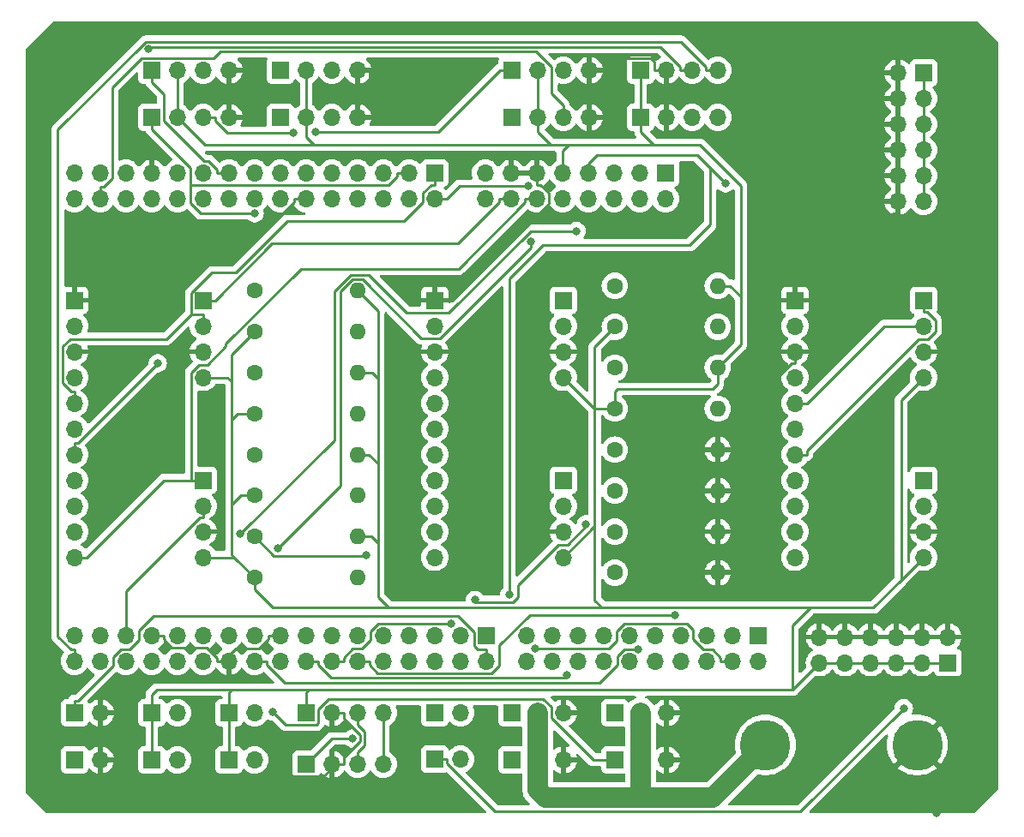
<source format=gtl>
G04 #@! TF.GenerationSoftware,KiCad,Pcbnew,8.0.7*
G04 #@! TF.CreationDate,2024-12-23T09:47:44+09:00*
G04 #@! TF.ProjectId,F767ZI_MB_V1.1,46373637-5a49-45f4-9d42-5f56312e312e,rev?*
G04 #@! TF.SameCoordinates,Original*
G04 #@! TF.FileFunction,Copper,L1,Top*
G04 #@! TF.FilePolarity,Positive*
%FSLAX46Y46*%
G04 Gerber Fmt 4.6, Leading zero omitted, Abs format (unit mm)*
G04 Created by KiCad (PCBNEW 8.0.7) date 2024-12-23 09:47:44*
%MOMM*%
%LPD*%
G01*
G04 APERTURE LIST*
G04 #@! TA.AperFunction,ComponentPad*
%ADD10R,1.700000X1.700000*%
G04 #@! TD*
G04 #@! TA.AperFunction,ComponentPad*
%ADD11O,1.700000X1.700000*%
G04 #@! TD*
G04 #@! TA.AperFunction,ComponentPad*
%ADD12C,5.000000*%
G04 #@! TD*
G04 #@! TA.AperFunction,ComponentPad*
%ADD13C,1.600000*%
G04 #@! TD*
G04 #@! TA.AperFunction,ComponentPad*
%ADD14O,1.600000X1.600000*%
G04 #@! TD*
G04 #@! TA.AperFunction,ViaPad*
%ADD15C,0.800000*%
G04 #@! TD*
G04 #@! TA.AperFunction,Conductor*
%ADD16C,0.250000*%
G04 #@! TD*
G04 #@! TA.AperFunction,Conductor*
%ADD17C,2.000000*%
G04 #@! TD*
G04 APERTURE END LIST*
D10*
X91440000Y-88783000D03*
D11*
X91440000Y-91323000D03*
X91440000Y-93863000D03*
X91440000Y-96403000D03*
D12*
X146939000Y-132725000D03*
X161939000Y-132725000D03*
D10*
X162560000Y-106563000D03*
D11*
X162560000Y-109103000D03*
X162560000Y-111643000D03*
X162560000Y-114183000D03*
D10*
X93980000Y-129540000D03*
D11*
X96520000Y-129540000D03*
D10*
X121920000Y-70690000D03*
D11*
X124460000Y-70690000D03*
X127000000Y-70690000D03*
X129540000Y-70690000D03*
D10*
X162560000Y-66304000D03*
D11*
X160020000Y-66304000D03*
X162560000Y-68844000D03*
X160020000Y-68844000D03*
X162560000Y-71384000D03*
X160020000Y-71384000D03*
X162560000Y-73924000D03*
X160020000Y-73924000D03*
X162560000Y-76464000D03*
X160020000Y-76464000D03*
X162560000Y-79004000D03*
X160020000Y-79004000D03*
D13*
X96520000Y-87823000D03*
D14*
X106680000Y-87823000D03*
D10*
X121920000Y-134190000D03*
D11*
X124460000Y-134190000D03*
X127000000Y-134190000D03*
D13*
X96520000Y-104023000D03*
D14*
X106680000Y-104023000D03*
D10*
X134620000Y-66040000D03*
D11*
X137160000Y-66040000D03*
X139700000Y-66040000D03*
X142240000Y-66040000D03*
D10*
X149860000Y-88783000D03*
D11*
X149860000Y-91323000D03*
X149860000Y-93863000D03*
X149860000Y-96403000D03*
X149860000Y-98943000D03*
X149860000Y-101483000D03*
X149860000Y-104023000D03*
X149860000Y-106563000D03*
X149860000Y-109103000D03*
X149860000Y-111643000D03*
X149860000Y-114183000D03*
D10*
X86360000Y-129540000D03*
D11*
X88900000Y-129540000D03*
D10*
X121920000Y-129540000D03*
D11*
X124460000Y-129540000D03*
X127000000Y-129540000D03*
D13*
X132080000Y-107593000D03*
D14*
X142240000Y-107593000D03*
D13*
X132080000Y-99493000D03*
D14*
X142240000Y-99493000D03*
D10*
X114300000Y-134140000D03*
D11*
X116840000Y-134140000D03*
D10*
X164973000Y-124597000D03*
D11*
X164973000Y-122057000D03*
X162433000Y-124597000D03*
X162433000Y-122057000D03*
X159893000Y-124597000D03*
X159893000Y-122057000D03*
X157353000Y-124597000D03*
X157353000Y-122057000D03*
X154813000Y-124597000D03*
X154813000Y-122057000D03*
X152273000Y-124597000D03*
X152273000Y-122057000D03*
D13*
X132080000Y-103543000D03*
D14*
X142240000Y-103543000D03*
D13*
X96520000Y-108073000D03*
D14*
X106680000Y-108073000D03*
D13*
X132080000Y-111643000D03*
D14*
X142240000Y-111643000D03*
D10*
X101600000Y-134620000D03*
D11*
X104140000Y-134620000D03*
X106680000Y-134620000D03*
X109220000Y-134620000D03*
D10*
X101600000Y-129540000D03*
D11*
X104140000Y-129540000D03*
X106680000Y-129540000D03*
X109220000Y-129540000D03*
D10*
X114300000Y-88783000D03*
D11*
X114300000Y-91323000D03*
X114300000Y-93863000D03*
X114300000Y-96403000D03*
X114300000Y-98943000D03*
X114300000Y-101483000D03*
X114300000Y-104023000D03*
X114300000Y-106563000D03*
X114300000Y-109103000D03*
X114300000Y-111643000D03*
X114300000Y-114183000D03*
D10*
X86360000Y-66040000D03*
D11*
X88900000Y-66040000D03*
X91440000Y-66040000D03*
X93980000Y-66040000D03*
D13*
X132080000Y-87343000D03*
D14*
X142240000Y-87343000D03*
D13*
X96520000Y-116173000D03*
D14*
X106680000Y-116173000D03*
D10*
X121920000Y-66040000D03*
D11*
X124460000Y-66040000D03*
X127000000Y-66040000D03*
X129540000Y-66040000D03*
D13*
X96520000Y-99973000D03*
D14*
X106680000Y-99973000D03*
D10*
X99060000Y-70690000D03*
D11*
X101600000Y-70690000D03*
X104140000Y-70690000D03*
X106680000Y-70690000D03*
D10*
X127000000Y-106563000D03*
D11*
X127000000Y-109103000D03*
X127000000Y-111643000D03*
X127000000Y-114183000D03*
D10*
X162560000Y-88783000D03*
D11*
X162560000Y-91323000D03*
X162560000Y-93863000D03*
X162560000Y-96403000D03*
D10*
X134620000Y-70690000D03*
D11*
X137160000Y-70690000D03*
X139700000Y-70690000D03*
X142240000Y-70690000D03*
D10*
X91440000Y-106563000D03*
D11*
X91440000Y-109103000D03*
X91440000Y-111643000D03*
X91440000Y-114183000D03*
D13*
X132080000Y-115693000D03*
D14*
X142240000Y-115693000D03*
D13*
X132080000Y-91393000D03*
D14*
X142240000Y-91393000D03*
D13*
X96520000Y-95923000D03*
D14*
X106680000Y-95923000D03*
D10*
X93980000Y-134190000D03*
D11*
X96520000Y-134190000D03*
D10*
X86360000Y-70690000D03*
D11*
X88900000Y-70690000D03*
X91440000Y-70690000D03*
X93980000Y-70690000D03*
D10*
X132080000Y-129540000D03*
D11*
X134620000Y-129540000D03*
X137160000Y-129540000D03*
D10*
X132080000Y-134190000D03*
D11*
X134620000Y-134190000D03*
X137160000Y-134190000D03*
D10*
X78740000Y-134190000D03*
D11*
X81280000Y-134190000D03*
D10*
X86360000Y-134190000D03*
D11*
X88900000Y-134190000D03*
D13*
X96520000Y-91873000D03*
D14*
X106680000Y-91873000D03*
D10*
X78740000Y-88783000D03*
D11*
X78740000Y-91323000D03*
X78740000Y-93863000D03*
X78740000Y-96403000D03*
X78740000Y-98943000D03*
X78740000Y-101483000D03*
X78740000Y-104023000D03*
X78740000Y-106563000D03*
X78740000Y-109103000D03*
X78740000Y-111643000D03*
X78740000Y-114183000D03*
D10*
X78740000Y-129540000D03*
D11*
X81280000Y-129540000D03*
D10*
X114300000Y-129540000D03*
D11*
X116840000Y-129540000D03*
D10*
X99060000Y-66040000D03*
D11*
X101600000Y-66040000D03*
X104140000Y-66040000D03*
X106680000Y-66040000D03*
D13*
X96520000Y-112123000D03*
D14*
X106680000Y-112123000D03*
D10*
X127000000Y-88783000D03*
D11*
X127000000Y-91323000D03*
X127000000Y-93863000D03*
X127000000Y-96403000D03*
D13*
X132080000Y-95443000D03*
D14*
X142240000Y-95443000D03*
D10*
X146240000Y-121920000D03*
D11*
X146240000Y-124460000D03*
X143700000Y-121920000D03*
X143700000Y-124460000D03*
X141160000Y-121920000D03*
X141160000Y-124460000D03*
X138620000Y-121920000D03*
X138620000Y-124460000D03*
X136080000Y-121920000D03*
X136080000Y-124460000D03*
X133540000Y-121920000D03*
X133540000Y-124460000D03*
X131000000Y-121920000D03*
X131000000Y-124460000D03*
X128460000Y-121920000D03*
X128460000Y-124460000D03*
X125920000Y-121920000D03*
X125920000Y-124460000D03*
X123380000Y-121920000D03*
X123380000Y-124460000D03*
D10*
X119380000Y-121920000D03*
D11*
X119380000Y-124460000D03*
X116840000Y-121920000D03*
X116840000Y-124460000D03*
X114300000Y-121920000D03*
X114300000Y-124460000D03*
X111760000Y-121920000D03*
X111760000Y-124460000D03*
X109220000Y-121920000D03*
X109220000Y-124460000D03*
X106680000Y-121920000D03*
X106680000Y-124460000D03*
X104140000Y-121920000D03*
X104140000Y-124460000D03*
X101600000Y-121920000D03*
X101600000Y-124460000D03*
X99060000Y-121920000D03*
X99060000Y-124460000D03*
X96520000Y-121920000D03*
X96520000Y-124460000D03*
X93980000Y-121920000D03*
X93980000Y-124460000D03*
X91440000Y-121920000D03*
X91440000Y-124460000D03*
X88900000Y-121920000D03*
X88900000Y-124460000D03*
X86360000Y-121920000D03*
X86360000Y-124460000D03*
X83820000Y-121920000D03*
X83820000Y-124460000D03*
X81280000Y-121920000D03*
X81280000Y-124460000D03*
X78740000Y-121920000D03*
X78740000Y-124460000D03*
D10*
X137080000Y-76200000D03*
D11*
X137080000Y-78740000D03*
X134540000Y-76200000D03*
X134540000Y-78740000D03*
X132000000Y-76200000D03*
X132000000Y-78740000D03*
X129460000Y-76200000D03*
X129460000Y-78740000D03*
X126920000Y-76200000D03*
X126920000Y-78740000D03*
X124380000Y-76200000D03*
X124380000Y-78740000D03*
X121840000Y-76200000D03*
X121840000Y-78740000D03*
X119300000Y-76200000D03*
X119300000Y-78740000D03*
D10*
X114300000Y-76200000D03*
D11*
X114300000Y-78740000D03*
X111760000Y-76200000D03*
X111760000Y-78740000D03*
X109220000Y-76200000D03*
X109220000Y-78740000D03*
X106680000Y-76200000D03*
X106680000Y-78740000D03*
X104140000Y-76200000D03*
X104140000Y-78740000D03*
X101600000Y-76200000D03*
X101600000Y-78740000D03*
X99060000Y-76200000D03*
X99060000Y-78740000D03*
X96520000Y-76200000D03*
X96520000Y-78740000D03*
X93980000Y-76200000D03*
X93980000Y-78740000D03*
X91440000Y-76200000D03*
X91440000Y-78740000D03*
X88900000Y-76200000D03*
X88900000Y-78740000D03*
X86360000Y-76200000D03*
X86360000Y-78740000D03*
X83820000Y-76200000D03*
X83820000Y-78740000D03*
X81280000Y-76200000D03*
X81280000Y-78740000D03*
X78740000Y-76200000D03*
X78740000Y-78740000D03*
D15*
X124460000Y-86116000D03*
X74930000Y-70876000D03*
X147320000Y-75956000D03*
X123190000Y-89926000D03*
X168910000Y-108976000D03*
X92710000Y-138186000D03*
X82550000Y-138186000D03*
X157480000Y-116596000D03*
X116840000Y-67066000D03*
X142240000Y-61986000D03*
X74930000Y-108976000D03*
X118110000Y-102626000D03*
X163830000Y-139456000D03*
X74930000Y-75956000D03*
X147320000Y-70876000D03*
X156210000Y-69606000D03*
X166370000Y-73416000D03*
X168910000Y-69606000D03*
X123190000Y-95006000D03*
X74930000Y-83576000D03*
X168910000Y-119136000D03*
X101600000Y-138186000D03*
X158750000Y-98816000D03*
X154940000Y-63256000D03*
X74930000Y-120406000D03*
X97790000Y-68336000D03*
X74930000Y-131836000D03*
X168910000Y-98816000D03*
X166370000Y-65796000D03*
X149860000Y-136916000D03*
X168910000Y-88656000D03*
X154940000Y-130566000D03*
X168910000Y-78496000D03*
X144780000Y-105166000D03*
X78740000Y-64526000D03*
X88900000Y-61986000D03*
X82550000Y-106436000D03*
X114300000Y-69606000D03*
X129540000Y-135646000D03*
X165100000Y-84846000D03*
X167640000Y-63256000D03*
X125730000Y-101356000D03*
X86360000Y-89926000D03*
X76200000Y-67066000D03*
X86360000Y-84846000D03*
X139700000Y-78496000D03*
X114300000Y-138186000D03*
X132080000Y-61986000D03*
X121920000Y-61986000D03*
X119380000Y-91196000D03*
X146050000Y-83576000D03*
X101600000Y-61986000D03*
X85090000Y-103896000D03*
X124460000Y-103896000D03*
X144780000Y-114056000D03*
X168910000Y-130566000D03*
X74930000Y-96276000D03*
X111760000Y-67066000D03*
X111760000Y-61986000D03*
X152400000Y-133106000D03*
X148590000Y-67066000D03*
X151130000Y-130566000D03*
X106172000Y-132090000D03*
X121666000Y-117866000D03*
X143002000Y-77226000D03*
X96520000Y-80196100D03*
X100330000Y-72220500D03*
X107564700Y-113950400D03*
X98811500Y-113309500D03*
X123779400Y-82945100D03*
X102543000Y-72146200D03*
X95086600Y-111876400D03*
X128287700Y-81936800D03*
X86042300Y-63970200D03*
X134385200Y-123246800D03*
X129216900Y-110921800D03*
X118263900Y-118400900D03*
X115958100Y-120706700D03*
X98328200Y-129450800D03*
X138041900Y-119881100D03*
X127383300Y-125849000D03*
X86960000Y-94995100D03*
X160606800Y-129093200D03*
X124196700Y-123190000D03*
X123555600Y-77470000D03*
D16*
X84121400Y-135856300D02*
X82455100Y-134190000D01*
X88342900Y-123095100D02*
X91805200Y-123095100D01*
X85140100Y-83558000D02*
X79915100Y-88783000D01*
X104727600Y-134620000D02*
X104546700Y-134620000D01*
X157353000Y-122057000D02*
X159893000Y-122057000D01*
X93392500Y-124460000D02*
X94662500Y-123190000D01*
X95974100Y-83558000D02*
X85140100Y-83558000D01*
X79915100Y-93863000D02*
X91440000Y-93863000D01*
X106680000Y-66040000D02*
X107855100Y-66040000D01*
X97884900Y-122285200D02*
X97884900Y-121920000D01*
X105315100Y-133986100D02*
X105315100Y-134620000D01*
X152273000Y-122057000D02*
X154813000Y-122057000D01*
X106680000Y-70690000D02*
X106680000Y-69514900D01*
X154813000Y-122057000D02*
X157353000Y-122057000D01*
X96980100Y-123190000D02*
X97884900Y-122285200D01*
X160020000Y-79004000D02*
X160020000Y-80179100D01*
X129540000Y-66040000D02*
X130715100Y-66040000D01*
X137160000Y-66040000D02*
X135984900Y-66040000D01*
X114887600Y-88783000D02*
X114300000Y-88783000D01*
X124380000Y-76200000D02*
X124380000Y-77375100D01*
X104727600Y-134620000D02*
X105315100Y-134620000D01*
X78740000Y-93863000D02*
X79915100Y-93863000D01*
X124380000Y-77375100D02*
X124745200Y-77375100D01*
X99060000Y-121920000D02*
X97884900Y-121920000D01*
X86360000Y-121920000D02*
X87535100Y-121920000D01*
X100424900Y-78740000D02*
X100424900Y-79107200D01*
X125561200Y-79244800D02*
X116023000Y-88783000D01*
X93980000Y-70690000D02*
X93980000Y-66040000D01*
X151035100Y-88783000D02*
X159639000Y-80179100D01*
X107855100Y-66040000D02*
X107855100Y-68339800D01*
X93392500Y-124460000D02*
X92804900Y-124460000D01*
X100424900Y-79107200D02*
X95974100Y-83558000D01*
X81280000Y-129540000D02*
X81280000Y-134190000D01*
X121840000Y-76200000D02*
X124380000Y-76200000D01*
X135984900Y-66040000D02*
X135984900Y-65232100D01*
X149860000Y-95038100D02*
X149492800Y-95038100D01*
X135617600Y-64864800D02*
X131890300Y-64864800D01*
X114887600Y-88783000D02*
X115475100Y-88783000D01*
X101600000Y-78740000D02*
X100424900Y-78740000D01*
X92804900Y-124094800D02*
X92804900Y-124460000D01*
X87535100Y-122287300D02*
X88342900Y-123095100D01*
X106936200Y-132365000D02*
X105315100Y-133986100D01*
X149860000Y-88783000D02*
X151035100Y-88783000D01*
X149492800Y-95038100D02*
X142240000Y-102290900D01*
X94662500Y-123190000D02*
X96980100Y-123190000D01*
X105315100Y-130140100D02*
X106936200Y-131761200D01*
X78740000Y-88783000D02*
X79915100Y-88783000D01*
X105315100Y-129540000D02*
X105315100Y-130140100D01*
X87535100Y-121920000D02*
X87535100Y-122287300D01*
X107855100Y-68339800D02*
X106680000Y-69514900D01*
X104140000Y-134620000D02*
X104546700Y-134620000D01*
X142240000Y-103543000D02*
X142240000Y-107593000D01*
X159639000Y-80179100D02*
X160020000Y-80179100D01*
X131890300Y-64864800D02*
X130715100Y-66040000D01*
X104546700Y-134620000D02*
X103310400Y-135856300D01*
X124745200Y-77375100D02*
X125561200Y-78191100D01*
X104140000Y-129540000D02*
X105315100Y-129540000D01*
X159893000Y-122057000D02*
X162433000Y-122057000D01*
X162433000Y-122057000D02*
X164973000Y-122057000D01*
X149860000Y-93863000D02*
X149860000Y-95038100D01*
X91805200Y-123095100D02*
X92804900Y-124094800D01*
X142240000Y-102290900D02*
X142240000Y-103543000D01*
X106936200Y-131761200D02*
X106936200Y-132365000D01*
X81280000Y-134190000D02*
X82455100Y-134190000D01*
X116023000Y-88783000D02*
X115475100Y-88783000D01*
X93980000Y-124460000D02*
X93392500Y-124460000D01*
X125561200Y-78191100D02*
X125561200Y-79244800D01*
X135984900Y-65232100D02*
X135617600Y-64864800D01*
X103310400Y-135856300D02*
X84121400Y-135856300D01*
X130302000Y-74432000D02*
X140208000Y-74432000D01*
X124968000Y-83322000D02*
X139446000Y-83322000D01*
X129460000Y-76200000D02*
X129460000Y-75274000D01*
X162560000Y-73924000D02*
X162560000Y-76464000D01*
X162560000Y-66304000D02*
X162560000Y-68844000D01*
X129460000Y-75274000D02*
X130302000Y-74432000D01*
X139446000Y-83322000D02*
X141478000Y-81290000D01*
X162560000Y-68844000D02*
X162560000Y-71384000D01*
X141478000Y-75702000D02*
X143002000Y-77226000D01*
X121666000Y-117866000D02*
X121666000Y-86624000D01*
X101600000Y-134620000D02*
X104130000Y-132090000D01*
X162560000Y-76464000D02*
X162560000Y-79004000D01*
X141478000Y-81290000D02*
X141478000Y-75702000D01*
X140208000Y-74432000D02*
X141478000Y-75702000D01*
X104130000Y-132090000D02*
X106172000Y-132090000D01*
X121666000Y-86624000D02*
X124968000Y-83322000D01*
X162560000Y-71384000D02*
X162560000Y-73924000D01*
X86360000Y-129540000D02*
X86360000Y-134190000D01*
X108712000Y-96530000D02*
X108712000Y-104912000D01*
X149606000Y-120914000D02*
X151384000Y-119136000D01*
X130090000Y-118416000D02*
X130810000Y-119136000D01*
X132080000Y-97800000D02*
X132334000Y-97546000D01*
X106680000Y-95923000D02*
X108105000Y-95923000D01*
X132080000Y-99493000D02*
X130090000Y-99493000D01*
X96520000Y-91873000D02*
X94234000Y-94159000D01*
X132080000Y-91393000D02*
X130090000Y-93383000D01*
X101854000Y-127264000D02*
X149606000Y-127264000D01*
X162433000Y-124597000D02*
X159893000Y-124597000D01*
X142240000Y-97038000D02*
X142240000Y-95443000D01*
X126920000Y-74004000D02*
X127508000Y-73416000D01*
X160338000Y-98625500D02*
X160338000Y-116406000D01*
X102362000Y-73416000D02*
X91626000Y-73416000D01*
X94855000Y-99973000D02*
X94234000Y-100594000D01*
X132334000Y-97546000D02*
X141732000Y-97546000D01*
X164973000Y-124597000D02*
X162433000Y-124597000D01*
X94234000Y-100594000D02*
X94234000Y-108976000D01*
X108712000Y-118120000D02*
X109728000Y-119136000D01*
X94234000Y-94159000D02*
X94234000Y-96784000D01*
X160338000Y-116406000D02*
X157607000Y-119136000D01*
X151384000Y-119136000D02*
X130810000Y-119136000D01*
X91440000Y-114183000D02*
X94530000Y-114183000D01*
X124460000Y-72146000D02*
X125730000Y-73416000D01*
X108049000Y-112123000D02*
X108712000Y-112786000D01*
X106680000Y-87823000D02*
X108712000Y-89855000D01*
X130090000Y-99493000D02*
X130090000Y-110754000D01*
X94234000Y-127264000D02*
X101854000Y-127264000D01*
X94530000Y-114183000D02*
X94699500Y-114352000D01*
X96520000Y-108073000D02*
X95137000Y-108073000D01*
X94234000Y-108976000D02*
X94234000Y-113887000D01*
X127762000Y-73416000D02*
X127508000Y-73416000D01*
X108712000Y-112786000D02*
X108712000Y-118120000D01*
X101600000Y-72654000D02*
X102362000Y-73416000D01*
X96520000Y-117358000D02*
X96520000Y-116173000D01*
X132080000Y-99493000D02*
X132080000Y-97800000D01*
X108712000Y-104912000D02*
X108712000Y-112786000D01*
X101600000Y-66040000D02*
X101600000Y-70690000D01*
X101600000Y-127518000D02*
X101854000Y-127264000D01*
X127508000Y-73416000D02*
X127762000Y-73416000D01*
X130090000Y-93383000D02*
X130090000Y-99493000D01*
X94699500Y-114352000D02*
X96520000Y-116173000D01*
X149606000Y-127264000D02*
X152273000Y-124597000D01*
X134620000Y-72146000D02*
X135890000Y-73416000D01*
X130090000Y-110754000D02*
X130090000Y-111093000D01*
X144526000Y-93157000D02*
X142240000Y-95443000D01*
X135890000Y-73416000D02*
X140462000Y-73416000D01*
X130090000Y-111093000D02*
X127000000Y-114183000D01*
X130090000Y-110754000D02*
X130090000Y-111093000D01*
X108105000Y-95923000D02*
X108712000Y-96530000D01*
X91440000Y-96403000D02*
X93853000Y-96403000D01*
X93980000Y-127518000D02*
X94234000Y-127264000D01*
X140462000Y-73416000D02*
X144526000Y-77480000D01*
X162560000Y-96403000D02*
X160338000Y-98625500D01*
X93853000Y-96403000D02*
X94234000Y-96784000D01*
X88900000Y-66040000D02*
X88900000Y-70690000D01*
X159893000Y-124597000D02*
X157353000Y-124597000D01*
X109728000Y-119136000D02*
X98298000Y-119136000D01*
X157353000Y-124597000D02*
X154813000Y-124597000D01*
X144526000Y-77480000D02*
X144526000Y-88402000D01*
X134620000Y-66040000D02*
X134620000Y-70690000D01*
X130810000Y-119136000D02*
X109728000Y-119136000D01*
X157607000Y-119136000D02*
X151384000Y-119136000D01*
X96520000Y-99973000D02*
X94855000Y-99973000D01*
X93980000Y-129540000D02*
X93980000Y-134190000D01*
X134620000Y-70690000D02*
X134620000Y-72146000D01*
X106680000Y-104023000D02*
X107823000Y-104023000D01*
X95137000Y-108073000D02*
X94234000Y-108976000D01*
X144526000Y-88402000D02*
X144526000Y-93157000D01*
X143467000Y-87343000D02*
X144526000Y-88402000D01*
X93980000Y-129540000D02*
X93980000Y-127518000D01*
X101600000Y-129540000D02*
X101600000Y-127518000D01*
X142240000Y-87343000D02*
X143467000Y-87343000D01*
X98298000Y-119136000D02*
X96520000Y-117358000D01*
X124460000Y-70690000D02*
X124460000Y-72146000D01*
X86868000Y-127264000D02*
X94234000Y-127264000D01*
X127508000Y-73416000D02*
X125730000Y-73416000D01*
X108712000Y-89855000D02*
X108712000Y-96530000D01*
X130090000Y-111093000D02*
X130090000Y-118416000D01*
X86360000Y-129540000D02*
X86360000Y-127772000D01*
X86360000Y-127772000D02*
X86868000Y-127264000D01*
X141732000Y-97546000D02*
X142240000Y-97038000D01*
X106680000Y-112123000D02*
X108049000Y-112123000D01*
X94234000Y-113887000D02*
X94699500Y-114352000D01*
X149606000Y-127264000D02*
X149606000Y-120914000D01*
X124460000Y-66040000D02*
X124460000Y-70690000D01*
X127762000Y-73416000D02*
X135890000Y-73416000D01*
X125730000Y-73416000D02*
X102362000Y-73416000D01*
X107823000Y-104023000D02*
X108712000Y-104912000D01*
X130090000Y-99493000D02*
X127000000Y-96403000D01*
X101600000Y-70690000D02*
X101600000Y-72654000D01*
X91626000Y-73416000D02*
X88900000Y-70690000D01*
X94234000Y-96784000D02*
X94234000Y-100594000D01*
X126920000Y-76200000D02*
X126920000Y-74004000D01*
X154813000Y-124597000D02*
X152273000Y-124597000D01*
X162560000Y-114183000D02*
X160338000Y-116406000D01*
X107386300Y-132738600D02*
X107386300Y-131421400D01*
X106680000Y-133444900D02*
X107386300Y-132738600D01*
X106680000Y-129540000D02*
X106680000Y-130715100D01*
X107386300Y-131421400D02*
X106680000Y-130715100D01*
X106680000Y-134620000D02*
X106680000Y-133444900D01*
X109220000Y-129540000D02*
X109220000Y-134620000D01*
X90220100Y-79191300D02*
X91224900Y-80196100D01*
X110584900Y-76567200D02*
X109738500Y-77413600D01*
X86360000Y-70690000D02*
X86360000Y-71865100D01*
X111760000Y-76200000D02*
X110584900Y-76200000D01*
X90220100Y-77413600D02*
X90220100Y-75725200D01*
X90220100Y-75725200D02*
X86360000Y-71865100D01*
X110584900Y-76200000D02*
X110584900Y-76567200D01*
X91224900Y-80196100D02*
X96520000Y-80196100D01*
X109738500Y-77413600D02*
X90220100Y-77413600D01*
X90220100Y-77413600D02*
X90220100Y-79191300D01*
X91440000Y-70690000D02*
X92615100Y-70690000D01*
X92615100Y-70690000D02*
X92615100Y-71057200D01*
X92615100Y-71057200D02*
X93778400Y-72220500D01*
X93778400Y-72220500D02*
X100330000Y-72220500D01*
X92804900Y-75832700D02*
X91997100Y-75024900D01*
X87535100Y-71046200D02*
X87535100Y-68390200D01*
X91997100Y-75024900D02*
X91513800Y-75024900D01*
X92804900Y-76200000D02*
X92804900Y-75832700D01*
X93980000Y-76200000D02*
X92804900Y-76200000D01*
X91513800Y-75024900D02*
X87535100Y-71046200D01*
X87535100Y-68390200D02*
X86360000Y-67215100D01*
X86360000Y-66040000D02*
X86360000Y-67215100D01*
X98431600Y-114034600D02*
X107480500Y-114034600D01*
X96520000Y-112123000D02*
X98431600Y-114034600D01*
X107480500Y-114034600D02*
X107564700Y-113950400D01*
X125814200Y-68329100D02*
X127000000Y-69514900D01*
X81647300Y-77564900D02*
X82455100Y-76757100D01*
X92481400Y-64864800D02*
X93172900Y-64173300D01*
X93172900Y-64173300D02*
X124261900Y-64173300D01*
X81280000Y-78740000D02*
X81280000Y-77564900D01*
X81280000Y-77564900D02*
X81647300Y-77564900D01*
X85333100Y-64864800D02*
X92481400Y-64864800D01*
X82455100Y-67742800D02*
X85333100Y-64864800D01*
X125814200Y-65725600D02*
X125814200Y-68329100D01*
X82455100Y-76757100D02*
X82455100Y-67742800D01*
X124261900Y-64173300D02*
X125814200Y-65725600D01*
X127000000Y-70690000D02*
X127000000Y-69514900D01*
X107157700Y-86696300D02*
X112994200Y-92532800D01*
X104984000Y-87903500D02*
X106191200Y-86696300D01*
X104984000Y-107137000D02*
X104984000Y-87903500D01*
X112994200Y-92532800D02*
X114797000Y-92532800D01*
X98811500Y-113309500D02*
X104984000Y-107137000D01*
X106191200Y-86696300D02*
X107157700Y-86696300D01*
X114797000Y-92532800D02*
X123779400Y-83550400D01*
X123779400Y-83550400D02*
X123779400Y-82945100D01*
X121920000Y-66040000D02*
X120744900Y-66040000D01*
X120744900Y-66040000D02*
X114638700Y-72146200D01*
X114638700Y-72146200D02*
X102543000Y-72146200D01*
X106004700Y-86246200D02*
X104374900Y-87876000D01*
X128287700Y-81936800D02*
X123762400Y-81936800D01*
X107766700Y-86246200D02*
X106004700Y-86246200D01*
X111521900Y-90001400D02*
X107766700Y-86246200D01*
X104374900Y-102588100D02*
X95086600Y-111876400D01*
X104374900Y-87876000D02*
X104374900Y-102588100D01*
X115697800Y-90001400D02*
X111521900Y-90001400D01*
X123762400Y-81936800D02*
X115697800Y-90001400D01*
X78740000Y-124460000D02*
X78740000Y-123284900D01*
X142240000Y-66040000D02*
X141064900Y-66040000D01*
X78372800Y-123284900D02*
X78740000Y-123284900D01*
X77093900Y-122006000D02*
X78372800Y-123284900D01*
X85740700Y-63238100D02*
X77093900Y-71884900D01*
X141064900Y-66040000D02*
X141064900Y-65674800D01*
X77093900Y-71884900D02*
X77093900Y-122006000D01*
X138628200Y-63238100D02*
X85740700Y-63238100D01*
X141064900Y-65674800D02*
X138628200Y-63238100D01*
X86042300Y-63970200D02*
X86289300Y-63723200D01*
X136573300Y-63723200D02*
X138524900Y-65674800D01*
X86289300Y-63723200D02*
X136573300Y-63723200D01*
X139700000Y-66040000D02*
X138524900Y-66040000D01*
X138524900Y-65674800D02*
X138524900Y-66040000D01*
X96520000Y-124460000D02*
X97695100Y-124460000D01*
X132364800Y-124767300D02*
X132364800Y-123918600D01*
X97695100Y-124827200D02*
X99460700Y-126592800D01*
X132364800Y-123918600D02*
X133036600Y-123246800D01*
X97695100Y-124460000D02*
X97695100Y-124827200D01*
X99460700Y-126592800D02*
X130539300Y-126592800D01*
X133036600Y-123246800D02*
X134385200Y-123246800D01*
X130539300Y-126592800D02*
X132364800Y-124767300D01*
X105315100Y-124094700D02*
X106219800Y-123190000D01*
X105315100Y-124460000D02*
X105315100Y-124094700D01*
X118454200Y-118591200D02*
X118263900Y-118400900D01*
X108743000Y-120706700D02*
X115958100Y-120706700D01*
X107917600Y-122367000D02*
X107917600Y-121532100D01*
X129216900Y-110921800D02*
X129216900Y-111092700D01*
X104140000Y-124460000D02*
X105315100Y-124460000D01*
X107094600Y-123190000D02*
X107917600Y-122367000D01*
X106219800Y-123190000D02*
X107094600Y-123190000D01*
X122519600Y-118083700D02*
X122012100Y-118591200D01*
X107917600Y-121532100D02*
X108743000Y-120706700D01*
X122519600Y-116905800D02*
X122519600Y-118083700D01*
X126512400Y-112913000D02*
X122519600Y-116905800D01*
X127396600Y-112913000D02*
X126512400Y-112913000D01*
X122012100Y-118591200D02*
X118454200Y-118591200D01*
X129216900Y-111092700D02*
X127396600Y-112913000D01*
X99592500Y-130715100D02*
X102631100Y-130715100D01*
X125785200Y-130041800D02*
X129933400Y-134190000D01*
X102775200Y-129207600D02*
X103793900Y-128188900D01*
X98328200Y-129450800D02*
X99592500Y-130715100D01*
X125004300Y-128188900D02*
X125785200Y-128969800D01*
X129933400Y-134190000D02*
X132080000Y-134190000D01*
X103793900Y-128188900D02*
X125004300Y-128188900D01*
X125785200Y-128969800D02*
X125785200Y-130041800D01*
X102631100Y-130715100D02*
X102775200Y-130571000D01*
X102775200Y-130571000D02*
X102775200Y-129207600D01*
X82550000Y-124922100D02*
X79107200Y-128364900D01*
X78740000Y-129540000D02*
X78740000Y-128364900D01*
X119380000Y-123284900D02*
X118572100Y-123284900D01*
X118204900Y-122917700D02*
X118204900Y-121611100D01*
X82550000Y-124029100D02*
X82550000Y-124922100D01*
X86573100Y-119978200D02*
X85090000Y-121461300D01*
X118572100Y-123284900D02*
X118204900Y-122917700D01*
X83294300Y-123284800D02*
X82550000Y-124029100D01*
X85090000Y-121461300D02*
X85090000Y-122385400D01*
X84190600Y-123284800D02*
X83294300Y-123284800D01*
X118204900Y-121611100D02*
X116572000Y-119978200D01*
X116572000Y-119978200D02*
X86573100Y-119978200D01*
X119380000Y-124460000D02*
X119380000Y-123284900D01*
X79107200Y-128364900D02*
X78740000Y-128364900D01*
X85090000Y-122385400D02*
X84190600Y-123284800D01*
X106680000Y-124460000D02*
X107855100Y-124460000D01*
X138041900Y-119881100D02*
X123705300Y-119881100D01*
X120689400Y-124872200D02*
X119916600Y-125645000D01*
X120689400Y-122897000D02*
X120689400Y-124872200D01*
X123705300Y-119881100D02*
X120689400Y-122897000D01*
X119916600Y-125645000D02*
X108674800Y-125645000D01*
X108674800Y-125645000D02*
X107855100Y-124825300D01*
X107855100Y-124825300D02*
X107855100Y-124460000D01*
X102775100Y-124460000D02*
X102775100Y-124827200D01*
X101600000Y-124460000D02*
X102775100Y-124460000D01*
X102775100Y-124827200D02*
X104043000Y-126095100D01*
X104043000Y-126095100D02*
X127137200Y-126095100D01*
X127137200Y-126095100D02*
X127383300Y-125849000D01*
X83820000Y-121920000D02*
X83820000Y-117532800D01*
X83820000Y-117532800D02*
X91074700Y-110278100D01*
X91440000Y-109103000D02*
X91440000Y-110278100D01*
X91074700Y-110278100D02*
X91440000Y-110278100D01*
X78740000Y-114183000D02*
X79915100Y-114183000D01*
X90253900Y-106563000D02*
X91440000Y-106563000D01*
X90253900Y-95898500D02*
X91019400Y-95133000D01*
X93689000Y-93045100D02*
X101079300Y-85654800D01*
X91019400Y-95133000D02*
X91862200Y-95133000D01*
X90253900Y-106563000D02*
X90253900Y-95898500D01*
X87535100Y-106563000D02*
X90253900Y-106563000D01*
X124380000Y-78740000D02*
X123204900Y-78740000D01*
X101079300Y-85654800D02*
X116657300Y-85654800D01*
X91862200Y-95133000D02*
X93689000Y-93306200D01*
X93689000Y-93306200D02*
X93689000Y-93045100D01*
X79915100Y-114183000D02*
X87535100Y-106563000D01*
X123204900Y-79107200D02*
X123204900Y-78740000D01*
X116657300Y-85654800D02*
X123204900Y-79107200D01*
X78740000Y-104023000D02*
X78740000Y-102847900D01*
X98258400Y-83139700D02*
X92615100Y-88783000D01*
X120664900Y-78740000D02*
X120664900Y-79107200D01*
X91440000Y-88783000D02*
X92615100Y-88783000D01*
X79107200Y-102847900D02*
X86960000Y-94995100D01*
X120664900Y-79107200D02*
X116632400Y-83139700D01*
X121840000Y-78740000D02*
X120664900Y-78740000D01*
X116632400Y-83139700D02*
X98258400Y-83139700D01*
X78740000Y-102847900D02*
X79107200Y-102847900D01*
X163735100Y-91838400D02*
X163735100Y-90765900D01*
X151035100Y-103655800D02*
X162097900Y-92593000D01*
X162980500Y-92593000D02*
X163735100Y-91838400D01*
X162560000Y-88783000D02*
X162560000Y-89958100D01*
X163735100Y-90765900D02*
X162927300Y-89958100D01*
X151035100Y-104023000D02*
X151035100Y-103655800D01*
X162927300Y-89958100D02*
X162560000Y-89958100D01*
X149860000Y-104023000D02*
X151035100Y-104023000D01*
X162097900Y-92593000D02*
X162980500Y-92593000D01*
X151035100Y-98943000D02*
X158655100Y-91323000D01*
X158655100Y-91323000D02*
X162560000Y-91323000D01*
X149860000Y-98943000D02*
X151035100Y-98943000D01*
X120270200Y-139302300D02*
X115475100Y-134507200D01*
X160606800Y-129093200D02*
X150397700Y-139302300D01*
X114300000Y-134140000D02*
X115475100Y-134140000D01*
X115475100Y-134507200D02*
X115475100Y-134140000D01*
X150397700Y-139302300D02*
X120270200Y-139302300D01*
X139820700Y-121378100D02*
X139187400Y-120744800D01*
X141717100Y-123284900D02*
X140824000Y-123284900D01*
X139187400Y-120744800D02*
X133051100Y-120744800D01*
X140824000Y-123284900D02*
X139820700Y-122281600D01*
X142524900Y-124092700D02*
X141717100Y-123284900D01*
X139820700Y-122281600D02*
X139820700Y-121378100D01*
X143700000Y-124460000D02*
X142524900Y-124460000D01*
X132270000Y-121525900D02*
X132270000Y-122408700D01*
X131488700Y-123190000D02*
X124196700Y-123190000D01*
X133051100Y-120744800D02*
X132270000Y-121525900D01*
X132270000Y-122408700D02*
X131488700Y-123190000D01*
X142524900Y-124460000D02*
X142524900Y-124092700D01*
X116745100Y-77470000D02*
X123555600Y-77470000D01*
X115475100Y-78740000D02*
X116745100Y-77470000D01*
X114300000Y-78740000D02*
X115475100Y-78740000D01*
D17*
X124460000Y-137170000D02*
X125222000Y-137932000D01*
X134620000Y-137932000D02*
X134620000Y-134190000D01*
X124460000Y-134190000D02*
X124460000Y-137170000D01*
X124460000Y-129540000D02*
X124460000Y-134190000D01*
X146939000Y-132725000D02*
X141732000Y-137932000D01*
X125222000Y-137932000D02*
X134620000Y-137932000D01*
X141732000Y-137932000D02*
X134620000Y-137932000D01*
X134620000Y-134190000D02*
X134620000Y-129540000D01*
D16*
X77544000Y-96937200D02*
X78374700Y-97767900D01*
X92324600Y-86033000D02*
X90264800Y-88092800D01*
X90264800Y-90147900D02*
X87819700Y-92593000D01*
X113124900Y-79116500D02*
X111288100Y-80953300D01*
X99737000Y-80953300D02*
X94657300Y-86033000D01*
X113124900Y-78182900D02*
X113124900Y-79116500D01*
X114300000Y-77375100D02*
X113932700Y-77375100D01*
X78287800Y-92593000D02*
X77544000Y-93336800D01*
X78374700Y-97767900D02*
X78740000Y-97767900D01*
X91440000Y-91323000D02*
X91440000Y-90147900D01*
X114300000Y-76200000D02*
X114300000Y-77375100D01*
X78740000Y-98943000D02*
X78740000Y-97767900D01*
X91440000Y-90147900D02*
X90264800Y-90147900D01*
X87819700Y-92593000D02*
X78287800Y-92593000D01*
X90264800Y-88092800D02*
X90264800Y-90147900D01*
X113932700Y-77375100D02*
X113124900Y-78182900D01*
X94657300Y-86033000D02*
X92324600Y-86033000D01*
X77544000Y-93336800D02*
X77544000Y-96937200D01*
X111288100Y-80953300D02*
X99737000Y-80953300D01*
G04 #@! TA.AperFunction,Conductor*
G36*
X160270000Y-78570988D02*
G01*
X160212993Y-78538075D01*
X160085826Y-78504000D01*
X159954174Y-78504000D01*
X159827007Y-78538075D01*
X159770000Y-78570988D01*
X159770000Y-76897012D01*
X159827007Y-76929925D01*
X159954174Y-76964000D01*
X160085826Y-76964000D01*
X160212993Y-76929925D01*
X160270000Y-76897012D01*
X160270000Y-78570988D01*
G37*
G04 #@! TD.AperFunction*
G04 #@! TA.AperFunction,Conductor*
G36*
X160270000Y-76030988D02*
G01*
X160212993Y-75998075D01*
X160085826Y-75964000D01*
X159954174Y-75964000D01*
X159827007Y-75998075D01*
X159770000Y-76030988D01*
X159770000Y-74357012D01*
X159827007Y-74389925D01*
X159954174Y-74424000D01*
X160085826Y-74424000D01*
X160212993Y-74389925D01*
X160270000Y-74357012D01*
X160270000Y-76030988D01*
G37*
G04 #@! TD.AperFunction*
G04 #@! TA.AperFunction,Conductor*
G36*
X160270000Y-73490988D02*
G01*
X160212993Y-73458075D01*
X160085826Y-73424000D01*
X159954174Y-73424000D01*
X159827007Y-73458075D01*
X159770000Y-73490988D01*
X159770000Y-71817012D01*
X159827007Y-71849925D01*
X159954174Y-71884000D01*
X160085826Y-71884000D01*
X160212993Y-71849925D01*
X160270000Y-71817012D01*
X160270000Y-73490988D01*
G37*
G04 #@! TD.AperFunction*
G04 #@! TA.AperFunction,Conductor*
G36*
X160270000Y-70950988D02*
G01*
X160212993Y-70918075D01*
X160085826Y-70884000D01*
X159954174Y-70884000D01*
X159827007Y-70918075D01*
X159770000Y-70950988D01*
X159770000Y-69277012D01*
X159827007Y-69309925D01*
X159954174Y-69344000D01*
X160085826Y-69344000D01*
X160212993Y-69309925D01*
X160270000Y-69277012D01*
X160270000Y-70950988D01*
G37*
G04 #@! TD.AperFunction*
G04 #@! TA.AperFunction,Conductor*
G36*
X160270000Y-68410988D02*
G01*
X160212993Y-68378075D01*
X160085826Y-68344000D01*
X159954174Y-68344000D01*
X159827007Y-68378075D01*
X159770000Y-68410988D01*
X159770000Y-66737012D01*
X159827007Y-66769925D01*
X159954174Y-66804000D01*
X160085826Y-66804000D01*
X160212993Y-66769925D01*
X160270000Y-66737012D01*
X160270000Y-68410988D01*
G37*
G04 #@! TD.AperFunction*
G04 #@! TA.AperFunction,Conductor*
G36*
X167909677Y-61243685D02*
G01*
X167930319Y-61260319D01*
X169889681Y-63219681D01*
X169923166Y-63281004D01*
X169926000Y-63307362D01*
X169926000Y-137118638D01*
X169906315Y-137185677D01*
X169889681Y-137206319D01*
X167676319Y-139419681D01*
X167614996Y-139453166D01*
X167588638Y-139456000D01*
X151427951Y-139456000D01*
X151360912Y-139436315D01*
X151315157Y-139383511D01*
X151305213Y-139314353D01*
X151334238Y-139250797D01*
X151340270Y-139244319D01*
X153296497Y-137288092D01*
X158865110Y-131719479D01*
X158926428Y-131685998D01*
X158996120Y-131690982D01*
X159052053Y-131732854D01*
X159076470Y-131798318D01*
X159071577Y-131842727D01*
X159014917Y-132031983D01*
X159014914Y-132031997D01*
X158954236Y-132376119D01*
X158954235Y-132376130D01*
X158933916Y-132724996D01*
X158933916Y-132725003D01*
X158954235Y-133073869D01*
X158954236Y-133073880D01*
X159014914Y-133418002D01*
X159014916Y-133418011D01*
X159115145Y-133752800D01*
X159253555Y-134073670D01*
X159253561Y-134073683D01*
X159428289Y-134376322D01*
X159636972Y-134656631D01*
X159636976Y-134656636D01*
X159645147Y-134665297D01*
X159645148Y-134665298D01*
X160716340Y-133594105D01*
X160794864Y-133702184D01*
X160961816Y-133869136D01*
X161069893Y-133947658D01*
X160001817Y-135015733D01*
X160001818Y-135015734D01*
X160144480Y-135135442D01*
X160436461Y-135327480D01*
X160748739Y-135484314D01*
X160748745Y-135484316D01*
X161077130Y-135603838D01*
X161077133Y-135603839D01*
X161417171Y-135684429D01*
X161764276Y-135724999D01*
X161764277Y-135725000D01*
X162113723Y-135725000D01*
X162113723Y-135724999D01*
X162460827Y-135684429D01*
X162460829Y-135684429D01*
X162800866Y-135603839D01*
X162800869Y-135603838D01*
X163129254Y-135484316D01*
X163129260Y-135484314D01*
X163441538Y-135327480D01*
X163733515Y-135135445D01*
X163876180Y-135015734D01*
X163876181Y-135015733D01*
X162808106Y-133947658D01*
X162916184Y-133869136D01*
X163083136Y-133702184D01*
X163161659Y-133594106D01*
X164232850Y-134665297D01*
X164241032Y-134656625D01*
X164449710Y-134376322D01*
X164624438Y-134073683D01*
X164624444Y-134073670D01*
X164762854Y-133752800D01*
X164863083Y-133418011D01*
X164863085Y-133418002D01*
X164923763Y-133073880D01*
X164923764Y-133073869D01*
X164944084Y-132725003D01*
X164944084Y-132724996D01*
X164923764Y-132376130D01*
X164923763Y-132376119D01*
X164863085Y-132031997D01*
X164863083Y-132031988D01*
X164762854Y-131697199D01*
X164624444Y-131376329D01*
X164624438Y-131376316D01*
X164449710Y-131073677D01*
X164241029Y-130793371D01*
X164232850Y-130784701D01*
X164232850Y-130784700D01*
X163161658Y-131855892D01*
X163083136Y-131747816D01*
X162916184Y-131580864D01*
X162808105Y-131502340D01*
X163876181Y-130434265D01*
X163876180Y-130434264D01*
X163733519Y-130314557D01*
X163441538Y-130122519D01*
X163129260Y-129965685D01*
X163129254Y-129965683D01*
X162800869Y-129846161D01*
X162800866Y-129846160D01*
X162460828Y-129765570D01*
X162113723Y-129725000D01*
X161764277Y-129725000D01*
X161492160Y-129756805D01*
X161423289Y-129745036D01*
X161371713Y-129697900D01*
X161353808Y-129630364D01*
X161370377Y-129571645D01*
X161433979Y-129461484D01*
X161492474Y-129281456D01*
X161512260Y-129093200D01*
X161492474Y-128904944D01*
X161433979Y-128724916D01*
X161339333Y-128560984D01*
X161212671Y-128420312D01*
X161208772Y-128417479D01*
X161059534Y-128309051D01*
X161059529Y-128309048D01*
X160886607Y-128232057D01*
X160886602Y-128232055D01*
X160716543Y-128195909D01*
X160701446Y-128192700D01*
X160512154Y-128192700D01*
X160497057Y-128195909D01*
X160326997Y-128232055D01*
X160326992Y-128232057D01*
X160154070Y-128309048D01*
X160154065Y-128309051D01*
X160000929Y-128420311D01*
X159874266Y-128560985D01*
X159779621Y-128724915D01*
X159779618Y-128724922D01*
X159721127Y-128904940D01*
X159721126Y-128904944D01*
X159703992Y-129067967D01*
X159703479Y-129072849D01*
X159676894Y-129137463D01*
X159667839Y-129147568D01*
X150174929Y-138640481D01*
X150113606Y-138673966D01*
X150087248Y-138676800D01*
X143408589Y-138676800D01*
X143341550Y-138657115D01*
X143295795Y-138604311D01*
X143285851Y-138535153D01*
X143314876Y-138471597D01*
X143320908Y-138465119D01*
X143829593Y-137956434D01*
X146112709Y-135673316D01*
X146174030Y-135639833D01*
X146228984Y-135640341D01*
X146258169Y-135647259D01*
X146417070Y-135684920D01*
X146417077Y-135684921D01*
X146417086Y-135684923D01*
X146764241Y-135725500D01*
X146764248Y-135725500D01*
X147113752Y-135725500D01*
X147113759Y-135725500D01*
X147460914Y-135684923D01*
X147801011Y-135604319D01*
X148129451Y-135484777D01*
X148441793Y-135327913D01*
X148711684Y-135150402D01*
X148733805Y-135135853D01*
X148733805Y-135135852D01*
X148733811Y-135135849D01*
X149001558Y-134911183D01*
X149241412Y-134656953D01*
X149450130Y-134376596D01*
X149624889Y-134073904D01*
X149763326Y-133752971D01*
X149863569Y-133418136D01*
X149864572Y-133412452D01*
X149924260Y-133073938D01*
X149924259Y-133073938D01*
X149924262Y-133073927D01*
X149944585Y-132725000D01*
X149944100Y-132716680D01*
X149937709Y-132606947D01*
X149924262Y-132376073D01*
X149923852Y-132373749D01*
X149863571Y-132031872D01*
X149863569Y-132031865D01*
X149793650Y-131798318D01*
X149763326Y-131697029D01*
X149624889Y-131376096D01*
X149517158Y-131189500D01*
X149450129Y-131073402D01*
X149241415Y-130793050D01*
X149241410Y-130793044D01*
X149056327Y-130596869D01*
X149001558Y-130538817D01*
X148821367Y-130387619D01*
X148733813Y-130314152D01*
X148733805Y-130314146D01*
X148441796Y-130122088D01*
X148129458Y-129965226D01*
X148129452Y-129965223D01*
X147801012Y-129845681D01*
X147801009Y-129845680D01*
X147460915Y-129765077D01*
X147390143Y-129756805D01*
X147113759Y-129724500D01*
X146764241Y-129724500D01*
X146487857Y-129756805D01*
X146417085Y-129765077D01*
X146417083Y-129765077D01*
X146076990Y-129845680D01*
X146076987Y-129845681D01*
X145748547Y-129965223D01*
X145748541Y-129965226D01*
X145436203Y-130122088D01*
X145144194Y-130314146D01*
X145144186Y-130314152D01*
X144876442Y-130538817D01*
X144876440Y-130538819D01*
X144636589Y-130793044D01*
X144636584Y-130793050D01*
X144427870Y-131073402D01*
X144253113Y-131376091D01*
X144253107Y-131376104D01*
X144114674Y-131697027D01*
X144014430Y-132031865D01*
X144014428Y-132031872D01*
X143953739Y-132376061D01*
X143953738Y-132376072D01*
X143933415Y-132724996D01*
X143933415Y-132725003D01*
X143953738Y-133073927D01*
X143953739Y-133073938D01*
X144014428Y-133418127D01*
X144014433Y-133418147D01*
X144018409Y-133431425D01*
X144018780Y-133501293D01*
X143987300Y-133554671D01*
X141146792Y-136395181D01*
X141085469Y-136428666D01*
X141059111Y-136431500D01*
X136244500Y-136431500D01*
X136177461Y-136411815D01*
X136131706Y-136359011D01*
X136120500Y-136307500D01*
X136120500Y-135348380D01*
X136140185Y-135281341D01*
X136192989Y-135235586D01*
X136262147Y-135225642D01*
X136315624Y-135246806D01*
X136482414Y-135363596D01*
X136482420Y-135363599D01*
X136696507Y-135463429D01*
X136696516Y-135463433D01*
X136910000Y-135520634D01*
X136910000Y-134623012D01*
X136967007Y-134655925D01*
X137094174Y-134690000D01*
X137225826Y-134690000D01*
X137352993Y-134655925D01*
X137410000Y-134623012D01*
X137410000Y-135520633D01*
X137623483Y-135463433D01*
X137623492Y-135463429D01*
X137837578Y-135363600D01*
X138031082Y-135228105D01*
X138198105Y-135061082D01*
X138333600Y-134867578D01*
X138433429Y-134653492D01*
X138433432Y-134653486D01*
X138490636Y-134440000D01*
X137593012Y-134440000D01*
X137625925Y-134382993D01*
X137660000Y-134255826D01*
X137660000Y-134124174D01*
X137625925Y-133997007D01*
X137593012Y-133940000D01*
X138490636Y-133940000D01*
X138490635Y-133939999D01*
X138433432Y-133726513D01*
X138433429Y-133726507D01*
X138333600Y-133512422D01*
X138333599Y-133512420D01*
X138198113Y-133318926D01*
X138198108Y-133318920D01*
X138031082Y-133151894D01*
X137837578Y-133016399D01*
X137623492Y-132916570D01*
X137623486Y-132916567D01*
X137410000Y-132859364D01*
X137410000Y-133756988D01*
X137352993Y-133724075D01*
X137225826Y-133690000D01*
X137094174Y-133690000D01*
X136967007Y-133724075D01*
X136910000Y-133756988D01*
X136910000Y-132859364D01*
X136909999Y-132859364D01*
X136696513Y-132916567D01*
X136696507Y-132916570D01*
X136482422Y-133016399D01*
X136482420Y-133016400D01*
X136315623Y-133133193D01*
X136249417Y-133155520D01*
X136181650Y-133138510D01*
X136133837Y-133087562D01*
X136120500Y-133031618D01*
X136120500Y-130698380D01*
X136140185Y-130631341D01*
X136192989Y-130585586D01*
X136262147Y-130575642D01*
X136315624Y-130596806D01*
X136482414Y-130713596D01*
X136482420Y-130713599D01*
X136696507Y-130813429D01*
X136696516Y-130813433D01*
X136910000Y-130870634D01*
X136910000Y-129973012D01*
X136967007Y-130005925D01*
X137094174Y-130040000D01*
X137225826Y-130040000D01*
X137352993Y-130005925D01*
X137410000Y-129973012D01*
X137410000Y-130870634D01*
X137623483Y-130813433D01*
X137623492Y-130813429D01*
X137837578Y-130713600D01*
X138031082Y-130578105D01*
X138198105Y-130411082D01*
X138333600Y-130217578D01*
X138433429Y-130003492D01*
X138433432Y-130003486D01*
X138490636Y-129790000D01*
X137593012Y-129790000D01*
X137625925Y-129732993D01*
X137660000Y-129605826D01*
X137660000Y-129474174D01*
X137625925Y-129347007D01*
X137593012Y-129290000D01*
X138490636Y-129290000D01*
X138490635Y-129289999D01*
X138433432Y-129076513D01*
X138433429Y-129076507D01*
X138333600Y-128862422D01*
X138333599Y-128862420D01*
X138198113Y-128668926D01*
X138198108Y-128668920D01*
X138031082Y-128501894D01*
X137837578Y-128366399D01*
X137623492Y-128266570D01*
X137623486Y-128266567D01*
X137410000Y-128209364D01*
X137410000Y-129106988D01*
X137352993Y-129074075D01*
X137225826Y-129040000D01*
X137094174Y-129040000D01*
X136967007Y-129074075D01*
X136910000Y-129106988D01*
X136910000Y-128209364D01*
X136909999Y-128209364D01*
X136696513Y-128266567D01*
X136696507Y-128266570D01*
X136482422Y-128366399D01*
X136482420Y-128366400D01*
X136288926Y-128501886D01*
X136288920Y-128501891D01*
X136121891Y-128668920D01*
X136121883Y-128668929D01*
X136084162Y-128722801D01*
X136029585Y-128766426D01*
X135960086Y-128773618D01*
X135897732Y-128742095D01*
X135882270Y-128724563D01*
X135876472Y-128716583D01*
X135764517Y-128562490D01*
X135597510Y-128395483D01*
X135406433Y-128256657D01*
X135358149Y-128232055D01*
X135195996Y-128149433D01*
X135166315Y-128139789D01*
X135140589Y-128131430D01*
X135082915Y-128091993D01*
X135055717Y-128027634D01*
X135067632Y-127958788D01*
X135114876Y-127907312D01*
X135178909Y-127889500D01*
X149667607Y-127889500D01*
X149728029Y-127877481D01*
X149788452Y-127865463D01*
X149788455Y-127865461D01*
X149788458Y-127865461D01*
X149821787Y-127851654D01*
X149821786Y-127851654D01*
X149821792Y-127851652D01*
X149902286Y-127818312D01*
X149953509Y-127784084D01*
X150004733Y-127749858D01*
X150091858Y-127662733D01*
X150091858Y-127662731D01*
X150102066Y-127652524D01*
X150102068Y-127652521D01*
X151817353Y-125937235D01*
X151878674Y-125903752D01*
X151937125Y-125905143D01*
X151959600Y-125911165D01*
X152037592Y-125932063D01*
X152214034Y-125947500D01*
X152272999Y-125952659D01*
X152273000Y-125952659D01*
X152273001Y-125952659D01*
X152312234Y-125949226D01*
X152508408Y-125932063D01*
X152736663Y-125870903D01*
X152950830Y-125771035D01*
X153144401Y-125635495D01*
X153311495Y-125468401D01*
X153441425Y-125282842D01*
X153496002Y-125239217D01*
X153565500Y-125232023D01*
X153627855Y-125263546D01*
X153644575Y-125282842D01*
X153766005Y-125456263D01*
X153774505Y-125468401D01*
X153941599Y-125635495D01*
X154030871Y-125698004D01*
X154135165Y-125771032D01*
X154135167Y-125771033D01*
X154135170Y-125771035D01*
X154349337Y-125870903D01*
X154577592Y-125932063D01*
X154754034Y-125947500D01*
X154812999Y-125952659D01*
X154813000Y-125952659D01*
X154813001Y-125952659D01*
X154852234Y-125949226D01*
X155048408Y-125932063D01*
X155276663Y-125870903D01*
X155490830Y-125771035D01*
X155684401Y-125635495D01*
X155851495Y-125468401D01*
X155981425Y-125282842D01*
X156036002Y-125239217D01*
X156105500Y-125232023D01*
X156167855Y-125263546D01*
X156184575Y-125282842D01*
X156306005Y-125456263D01*
X156314505Y-125468401D01*
X156481599Y-125635495D01*
X156570871Y-125698004D01*
X156675165Y-125771032D01*
X156675167Y-125771033D01*
X156675170Y-125771035D01*
X156889337Y-125870903D01*
X157117592Y-125932063D01*
X157294034Y-125947500D01*
X157352999Y-125952659D01*
X157353000Y-125952659D01*
X157353001Y-125952659D01*
X157392234Y-125949226D01*
X157588408Y-125932063D01*
X157816663Y-125870903D01*
X158030830Y-125771035D01*
X158224401Y-125635495D01*
X158391495Y-125468401D01*
X158521425Y-125282842D01*
X158576002Y-125239217D01*
X158645500Y-125232023D01*
X158707855Y-125263546D01*
X158724575Y-125282842D01*
X158846005Y-125456263D01*
X158854505Y-125468401D01*
X159021599Y-125635495D01*
X159110871Y-125698004D01*
X159215165Y-125771032D01*
X159215167Y-125771033D01*
X159215170Y-125771035D01*
X159429337Y-125870903D01*
X159657592Y-125932063D01*
X159834034Y-125947500D01*
X159892999Y-125952659D01*
X159893000Y-125952659D01*
X159893001Y-125952659D01*
X159932234Y-125949226D01*
X160128408Y-125932063D01*
X160356663Y-125870903D01*
X160570830Y-125771035D01*
X160764401Y-125635495D01*
X160931495Y-125468401D01*
X161061425Y-125282842D01*
X161116002Y-125239217D01*
X161185500Y-125232023D01*
X161247855Y-125263546D01*
X161264575Y-125282842D01*
X161386005Y-125456263D01*
X161394505Y-125468401D01*
X161561599Y-125635495D01*
X161650871Y-125698004D01*
X161755165Y-125771032D01*
X161755167Y-125771033D01*
X161755170Y-125771035D01*
X161969337Y-125870903D01*
X162197592Y-125932063D01*
X162374034Y-125947500D01*
X162432999Y-125952659D01*
X162433000Y-125952659D01*
X162433001Y-125952659D01*
X162472234Y-125949226D01*
X162668408Y-125932063D01*
X162896663Y-125870903D01*
X163110830Y-125771035D01*
X163304401Y-125635495D01*
X163426329Y-125513566D01*
X163487648Y-125480084D01*
X163557340Y-125485068D01*
X163613274Y-125526939D01*
X163630189Y-125557917D01*
X163679202Y-125689328D01*
X163679206Y-125689335D01*
X163765452Y-125804544D01*
X163765455Y-125804547D01*
X163880664Y-125890793D01*
X163880671Y-125890797D01*
X164015517Y-125941091D01*
X164015516Y-125941091D01*
X164022444Y-125941835D01*
X164075127Y-125947500D01*
X165870872Y-125947499D01*
X165930483Y-125941091D01*
X166065331Y-125890796D01*
X166180546Y-125804546D01*
X166266796Y-125689331D01*
X166317091Y-125554483D01*
X166323500Y-125494873D01*
X166323499Y-123699128D01*
X166317091Y-123639517D01*
X166315810Y-123636083D01*
X166266797Y-123504671D01*
X166266793Y-123504664D01*
X166180547Y-123389455D01*
X166180544Y-123389452D01*
X166065335Y-123303206D01*
X166065328Y-123303202D01*
X165933401Y-123253997D01*
X165877467Y-123212126D01*
X165853050Y-123146662D01*
X165867902Y-123078389D01*
X165889053Y-123050133D01*
X166011108Y-122928078D01*
X166146600Y-122734578D01*
X166246429Y-122520492D01*
X166246432Y-122520486D01*
X166303636Y-122307000D01*
X165406012Y-122307000D01*
X165438925Y-122249993D01*
X165473000Y-122122826D01*
X165473000Y-121991174D01*
X165438925Y-121864007D01*
X165406012Y-121807000D01*
X166303636Y-121807000D01*
X166303635Y-121806999D01*
X166246432Y-121593513D01*
X166246429Y-121593507D01*
X166146600Y-121379422D01*
X166146599Y-121379420D01*
X166011113Y-121185926D01*
X166011108Y-121185920D01*
X165844082Y-121018894D01*
X165650578Y-120883399D01*
X165436492Y-120783570D01*
X165436486Y-120783567D01*
X165223000Y-120726364D01*
X165223000Y-121623988D01*
X165165993Y-121591075D01*
X165038826Y-121557000D01*
X164907174Y-121557000D01*
X164780007Y-121591075D01*
X164723000Y-121623988D01*
X164723000Y-120726364D01*
X164722999Y-120726364D01*
X164509513Y-120783567D01*
X164509507Y-120783570D01*
X164295422Y-120883399D01*
X164295420Y-120883400D01*
X164101926Y-121018886D01*
X164101920Y-121018891D01*
X163934891Y-121185920D01*
X163934890Y-121185922D01*
X163804575Y-121372031D01*
X163749998Y-121415655D01*
X163680499Y-121422848D01*
X163618145Y-121391326D01*
X163601425Y-121372031D01*
X163471109Y-121185922D01*
X163471108Y-121185920D01*
X163304082Y-121018894D01*
X163110578Y-120883399D01*
X162896492Y-120783570D01*
X162896486Y-120783567D01*
X162683000Y-120726364D01*
X162683000Y-121623988D01*
X162625993Y-121591075D01*
X162498826Y-121557000D01*
X162367174Y-121557000D01*
X162240007Y-121591075D01*
X162183000Y-121623988D01*
X162183000Y-120726364D01*
X162182999Y-120726364D01*
X161969513Y-120783567D01*
X161969507Y-120783570D01*
X161755422Y-120883399D01*
X161755420Y-120883400D01*
X161561926Y-121018886D01*
X161561920Y-121018891D01*
X161394891Y-121185920D01*
X161394890Y-121185922D01*
X161264575Y-121372031D01*
X161209998Y-121415655D01*
X161140499Y-121422848D01*
X161078145Y-121391326D01*
X161061425Y-121372031D01*
X160931109Y-121185922D01*
X160931108Y-121185920D01*
X160764082Y-121018894D01*
X160570578Y-120883399D01*
X160356492Y-120783570D01*
X160356486Y-120783567D01*
X160143000Y-120726364D01*
X160143000Y-121623988D01*
X160085993Y-121591075D01*
X159958826Y-121557000D01*
X159827174Y-121557000D01*
X159700007Y-121591075D01*
X159643000Y-121623988D01*
X159643000Y-120726364D01*
X159642999Y-120726364D01*
X159429513Y-120783567D01*
X159429507Y-120783570D01*
X159215422Y-120883399D01*
X159215420Y-120883400D01*
X159021926Y-121018886D01*
X159021920Y-121018891D01*
X158854891Y-121185920D01*
X158854890Y-121185922D01*
X158724575Y-121372031D01*
X158669998Y-121415655D01*
X158600499Y-121422848D01*
X158538145Y-121391326D01*
X158521425Y-121372031D01*
X158391109Y-121185922D01*
X158391108Y-121185920D01*
X158224082Y-121018894D01*
X158030578Y-120883399D01*
X157816492Y-120783570D01*
X157816486Y-120783567D01*
X157603000Y-120726364D01*
X157603000Y-121623988D01*
X157545993Y-121591075D01*
X157418826Y-121557000D01*
X157287174Y-121557000D01*
X157160007Y-121591075D01*
X157103000Y-121623988D01*
X157103000Y-120726364D01*
X157102999Y-120726364D01*
X156889513Y-120783567D01*
X156889507Y-120783570D01*
X156675422Y-120883399D01*
X156675420Y-120883400D01*
X156481926Y-121018886D01*
X156481920Y-121018891D01*
X156314891Y-121185920D01*
X156314890Y-121185922D01*
X156184575Y-121372031D01*
X156129998Y-121415655D01*
X156060499Y-121422848D01*
X155998145Y-121391326D01*
X155981425Y-121372031D01*
X155851109Y-121185922D01*
X155851108Y-121185920D01*
X155684082Y-121018894D01*
X155490578Y-120883399D01*
X155276492Y-120783570D01*
X155276486Y-120783567D01*
X155063000Y-120726364D01*
X155063000Y-121623988D01*
X155005993Y-121591075D01*
X154878826Y-121557000D01*
X154747174Y-121557000D01*
X154620007Y-121591075D01*
X154563000Y-121623988D01*
X154563000Y-120726364D01*
X154562999Y-120726364D01*
X154349513Y-120783567D01*
X154349507Y-120783570D01*
X154135422Y-120883399D01*
X154135420Y-120883400D01*
X153941926Y-121018886D01*
X153941920Y-121018891D01*
X153774891Y-121185920D01*
X153774890Y-121185922D01*
X153644575Y-121372031D01*
X153589998Y-121415655D01*
X153520499Y-121422848D01*
X153458145Y-121391326D01*
X153441425Y-121372031D01*
X153311109Y-121185922D01*
X153311108Y-121185920D01*
X153144082Y-121018894D01*
X152950578Y-120883399D01*
X152736492Y-120783570D01*
X152736486Y-120783567D01*
X152523000Y-120726364D01*
X152523000Y-121623988D01*
X152465993Y-121591075D01*
X152338826Y-121557000D01*
X152207174Y-121557000D01*
X152080007Y-121591075D01*
X152023000Y-121623988D01*
X152023000Y-120726364D01*
X152022999Y-120726364D01*
X151809513Y-120783567D01*
X151809507Y-120783570D01*
X151595422Y-120883399D01*
X151595420Y-120883400D01*
X151401926Y-121018886D01*
X151401920Y-121018891D01*
X151234891Y-121185920D01*
X151234886Y-121185926D01*
X151099400Y-121379420D01*
X151099399Y-121379422D01*
X150999570Y-121593507D01*
X150999567Y-121593513D01*
X150942364Y-121806999D01*
X150942364Y-121807000D01*
X151839988Y-121807000D01*
X151807075Y-121864007D01*
X151773000Y-121991174D01*
X151773000Y-122122826D01*
X151807075Y-122249993D01*
X151839988Y-122307000D01*
X150942364Y-122307000D01*
X150999567Y-122520486D01*
X150999570Y-122520492D01*
X151099399Y-122734578D01*
X151234894Y-122928082D01*
X151401917Y-123095105D01*
X151587595Y-123225119D01*
X151631219Y-123279696D01*
X151638412Y-123349195D01*
X151606890Y-123411549D01*
X151587595Y-123428269D01*
X151401594Y-123558508D01*
X151234505Y-123725597D01*
X151098965Y-123919169D01*
X151098964Y-123919171D01*
X150999098Y-124133335D01*
X150999094Y-124133344D01*
X150937938Y-124361586D01*
X150937936Y-124361596D01*
X150917341Y-124596999D01*
X150917341Y-124597000D01*
X150937936Y-124832403D01*
X150937938Y-124832413D01*
X150964856Y-124932872D01*
X150963193Y-125002722D01*
X150932762Y-125052646D01*
X150443181Y-125542228D01*
X150381858Y-125575713D01*
X150312167Y-125570729D01*
X150256233Y-125528858D01*
X150231816Y-125463393D01*
X150231500Y-125454547D01*
X150231500Y-121224452D01*
X150251185Y-121157413D01*
X150267819Y-121136771D01*
X151606772Y-119797819D01*
X151668095Y-119764334D01*
X151694453Y-119761500D01*
X157604207Y-119761500D01*
X157668492Y-119761512D01*
X157668500Y-119761510D01*
X157668594Y-119761501D01*
X157668599Y-119761500D01*
X157668606Y-119761500D01*
X157728204Y-119749644D01*
X157728226Y-119749646D01*
X157728225Y-119749640D01*
X157728227Y-119749640D01*
X157789096Y-119737544D01*
X157789420Y-119737483D01*
X157789424Y-119737482D01*
X157790030Y-119737223D01*
X157846744Y-119713730D01*
X157846769Y-119713727D01*
X157846767Y-119713721D01*
X157903184Y-119690366D01*
X157903185Y-119690365D01*
X157903193Y-119690362D01*
X157903265Y-119690323D01*
X157903278Y-119690314D01*
X157903286Y-119690311D01*
X157955655Y-119655318D01*
X158005644Y-119621930D01*
X158005651Y-119621922D01*
X158005682Y-119621902D01*
X158005706Y-119621883D01*
X158005727Y-119621861D01*
X158005733Y-119621858D01*
X158052066Y-119575524D01*
X160732172Y-116896399D01*
X160732558Y-116896052D01*
X160732638Y-116895973D01*
X160733209Y-116895452D01*
X160735279Y-116893340D01*
X160736160Y-116892449D01*
X160736836Y-116891772D01*
X160736843Y-116891768D01*
X160781248Y-116847342D01*
X160781250Y-116847340D01*
X160781259Y-116847349D01*
X160781292Y-116847297D01*
X160782822Y-116845768D01*
X160823784Y-116804822D01*
X160823784Y-116804821D01*
X160824023Y-116804583D01*
X160825019Y-116803598D01*
X160827523Y-116801150D01*
X160827573Y-116801094D01*
X160828464Y-116800104D01*
X162104653Y-115523339D01*
X162165966Y-115489843D01*
X162224441Y-115491227D01*
X162324592Y-115518063D01*
X162512918Y-115534539D01*
X162559999Y-115538659D01*
X162560000Y-115538659D01*
X162560001Y-115538659D01*
X162599234Y-115535226D01*
X162795408Y-115518063D01*
X163023663Y-115456903D01*
X163237830Y-115357035D01*
X163431401Y-115221495D01*
X163598495Y-115054401D01*
X163734035Y-114860830D01*
X163833903Y-114646663D01*
X163895063Y-114418408D01*
X163915659Y-114183000D01*
X163895063Y-113947592D01*
X163833903Y-113719337D01*
X163734035Y-113505171D01*
X163733652Y-113504623D01*
X163598494Y-113311597D01*
X163431402Y-113144506D01*
X163431401Y-113144505D01*
X163245405Y-113014269D01*
X163201781Y-112959692D01*
X163194588Y-112890193D01*
X163226110Y-112827839D01*
X163245405Y-112811119D01*
X163431082Y-112681105D01*
X163598105Y-112514082D01*
X163733600Y-112320578D01*
X163833429Y-112106492D01*
X163833432Y-112106486D01*
X163890636Y-111893000D01*
X162993012Y-111893000D01*
X163025925Y-111835993D01*
X163060000Y-111708826D01*
X163060000Y-111577174D01*
X163025925Y-111450007D01*
X162993012Y-111393000D01*
X163890636Y-111393000D01*
X163890635Y-111392999D01*
X163833432Y-111179513D01*
X163833429Y-111179507D01*
X163733600Y-110965422D01*
X163733599Y-110965420D01*
X163598113Y-110771926D01*
X163598108Y-110771920D01*
X163431078Y-110604890D01*
X163245405Y-110474879D01*
X163201780Y-110420302D01*
X163194588Y-110350804D01*
X163226110Y-110288449D01*
X163245406Y-110271730D01*
X163245842Y-110271425D01*
X163431401Y-110141495D01*
X163598495Y-109974401D01*
X163734035Y-109780830D01*
X163833903Y-109566663D01*
X163895063Y-109338408D01*
X163915659Y-109103000D01*
X163895063Y-108867592D01*
X163833903Y-108639337D01*
X163734035Y-108425171D01*
X163625519Y-108270194D01*
X163598496Y-108231600D01*
X163547483Y-108180587D01*
X163476567Y-108109671D01*
X163443084Y-108048351D01*
X163448068Y-107978659D01*
X163489939Y-107922725D01*
X163520915Y-107905810D01*
X163652331Y-107856796D01*
X163767546Y-107770546D01*
X163853796Y-107655331D01*
X163904091Y-107520483D01*
X163910500Y-107460873D01*
X163910499Y-105665128D01*
X163904091Y-105605517D01*
X163853796Y-105470669D01*
X163853795Y-105470668D01*
X163853793Y-105470664D01*
X163767547Y-105355455D01*
X163767544Y-105355452D01*
X163652335Y-105269206D01*
X163652328Y-105269202D01*
X163517482Y-105218908D01*
X163517483Y-105218908D01*
X163457883Y-105212501D01*
X163457881Y-105212500D01*
X163457873Y-105212500D01*
X163457864Y-105212500D01*
X161662129Y-105212500D01*
X161662123Y-105212501D01*
X161602516Y-105218908D01*
X161467671Y-105269202D01*
X161467664Y-105269206D01*
X161352455Y-105355452D01*
X161352452Y-105355455D01*
X161266206Y-105470664D01*
X161266202Y-105470671D01*
X161215908Y-105605517D01*
X161210789Y-105653136D01*
X161184051Y-105717687D01*
X161126659Y-105757536D01*
X161056834Y-105760029D01*
X160996745Y-105724377D01*
X160965470Y-105661897D01*
X160963500Y-105639881D01*
X160963500Y-98935902D01*
X160983185Y-98868863D01*
X160999805Y-98848235D01*
X162104501Y-97743289D01*
X162165820Y-97709798D01*
X162224284Y-97711185D01*
X162324592Y-97738063D01*
X162512918Y-97754539D01*
X162559999Y-97758659D01*
X162560000Y-97758659D01*
X162560001Y-97758659D01*
X162599234Y-97755226D01*
X162795408Y-97738063D01*
X163023663Y-97676903D01*
X163237830Y-97577035D01*
X163431401Y-97441495D01*
X163598495Y-97274401D01*
X163734035Y-97080830D01*
X163833903Y-96866663D01*
X163895063Y-96638408D01*
X163915659Y-96403000D01*
X163895063Y-96167592D01*
X163833903Y-95939337D01*
X163734035Y-95725171D01*
X163733652Y-95724623D01*
X163598494Y-95531597D01*
X163431402Y-95364506D01*
X163431401Y-95364505D01*
X163245405Y-95234269D01*
X163201781Y-95179692D01*
X163194588Y-95110193D01*
X163226110Y-95047839D01*
X163245405Y-95031119D01*
X163431082Y-94901105D01*
X163598105Y-94734082D01*
X163733600Y-94540578D01*
X163833429Y-94326492D01*
X163833432Y-94326486D01*
X163890636Y-94113000D01*
X162993012Y-94113000D01*
X163025925Y-94055993D01*
X163060000Y-93928826D01*
X163060000Y-93797174D01*
X163025925Y-93670007D01*
X162993012Y-93613000D01*
X163890636Y-93613000D01*
X163890635Y-93612999D01*
X163833432Y-93399513D01*
X163833429Y-93399507D01*
X163733600Y-93185422D01*
X163733599Y-93185420D01*
X163603450Y-92999548D01*
X163581123Y-92933342D01*
X163598133Y-92865575D01*
X163617335Y-92840753D01*
X164220958Y-92237133D01*
X164289412Y-92134685D01*
X164326256Y-92045734D01*
X164336563Y-92020852D01*
X164347268Y-91967035D01*
X164360601Y-91900006D01*
X164360601Y-91776793D01*
X164360601Y-91771683D01*
X164360600Y-91771657D01*
X164360600Y-90704293D01*
X164360599Y-90704289D01*
X164348840Y-90645171D01*
X164336563Y-90583448D01*
X164298891Y-90492500D01*
X164289412Y-90469615D01*
X164220958Y-90367167D01*
X164220955Y-90367163D01*
X163875400Y-90021609D01*
X163841915Y-89960286D01*
X163846899Y-89890595D01*
X163853467Y-89876213D01*
X163904091Y-89740482D01*
X163904103Y-89740372D01*
X163910500Y-89680873D01*
X163910499Y-87885128D01*
X163904091Y-87825517D01*
X163903152Y-87823000D01*
X163853797Y-87690671D01*
X163853793Y-87690664D01*
X163767547Y-87575455D01*
X163767544Y-87575452D01*
X163652335Y-87489206D01*
X163652328Y-87489202D01*
X163517482Y-87438908D01*
X163517483Y-87438908D01*
X163457883Y-87432501D01*
X163457881Y-87432500D01*
X163457873Y-87432500D01*
X163457864Y-87432500D01*
X161662129Y-87432500D01*
X161662123Y-87432501D01*
X161602516Y-87438908D01*
X161467671Y-87489202D01*
X161467664Y-87489206D01*
X161352455Y-87575452D01*
X161352452Y-87575455D01*
X161266206Y-87690664D01*
X161266202Y-87690671D01*
X161215908Y-87825517D01*
X161209501Y-87885116D01*
X161209501Y-87885123D01*
X161209500Y-87885135D01*
X161209500Y-89680870D01*
X161209501Y-89680876D01*
X161215908Y-89740483D01*
X161266202Y-89875328D01*
X161266206Y-89875335D01*
X161352452Y-89990544D01*
X161352455Y-89990547D01*
X161467664Y-90076793D01*
X161467671Y-90076797D01*
X161599081Y-90125810D01*
X161655015Y-90167681D01*
X161679432Y-90233145D01*
X161664580Y-90301418D01*
X161643430Y-90329673D01*
X161521503Y-90451600D01*
X161386348Y-90644623D01*
X161331771Y-90688248D01*
X161284773Y-90697500D01*
X158593493Y-90697500D01*
X158569807Y-90702211D01*
X158569806Y-90702210D01*
X158472655Y-90721535D01*
X158472647Y-90721537D01*
X158405471Y-90749363D01*
X158405470Y-90749363D01*
X158358818Y-90768686D01*
X158358816Y-90768687D01*
X158256365Y-90837142D01*
X158256362Y-90837145D01*
X151047883Y-98045625D01*
X150986560Y-98079110D01*
X150916868Y-98074126D01*
X150872521Y-98045625D01*
X150731402Y-97904506D01*
X150731396Y-97904501D01*
X150545842Y-97774575D01*
X150502217Y-97719998D01*
X150495023Y-97650500D01*
X150526546Y-97588145D01*
X150545842Y-97571425D01*
X150642543Y-97503714D01*
X150731401Y-97441495D01*
X150898495Y-97274401D01*
X151034035Y-97080830D01*
X151133903Y-96866663D01*
X151195063Y-96638408D01*
X151215659Y-96403000D01*
X151195063Y-96167592D01*
X151133903Y-95939337D01*
X151034035Y-95725171D01*
X151033652Y-95724623D01*
X150898494Y-95531597D01*
X150731402Y-95364506D01*
X150731401Y-95364505D01*
X150545405Y-95234269D01*
X150501781Y-95179692D01*
X150494588Y-95110193D01*
X150526110Y-95047839D01*
X150545405Y-95031119D01*
X150731082Y-94901105D01*
X150898105Y-94734082D01*
X151033600Y-94540578D01*
X151133429Y-94326492D01*
X151133432Y-94326486D01*
X151190636Y-94113000D01*
X150293012Y-94113000D01*
X150325925Y-94055993D01*
X150360000Y-93928826D01*
X150360000Y-93797174D01*
X150325925Y-93670007D01*
X150293012Y-93613000D01*
X151190636Y-93613000D01*
X151190635Y-93612999D01*
X151133432Y-93399513D01*
X151133429Y-93399507D01*
X151033600Y-93185422D01*
X151033599Y-93185420D01*
X150898113Y-92991926D01*
X150898108Y-92991920D01*
X150731078Y-92824890D01*
X150545405Y-92694879D01*
X150501780Y-92640302D01*
X150494588Y-92570804D01*
X150526110Y-92508449D01*
X150545406Y-92491730D01*
X150731401Y-92361495D01*
X150898495Y-92194401D01*
X151034035Y-92000830D01*
X151133903Y-91786663D01*
X151195063Y-91558408D01*
X151215659Y-91323000D01*
X151195063Y-91087592D01*
X151137551Y-90872953D01*
X151133905Y-90859344D01*
X151133904Y-90859343D01*
X151133903Y-90859337D01*
X151034035Y-90645171D01*
X151033651Y-90644623D01*
X150898496Y-90451600D01*
X150839849Y-90392953D01*
X150776179Y-90329283D01*
X150742696Y-90267963D01*
X150747680Y-90198271D01*
X150789551Y-90142337D01*
X150820529Y-90125422D01*
X150952086Y-90076354D01*
X150952093Y-90076350D01*
X151067187Y-89990190D01*
X151067190Y-89990187D01*
X151153350Y-89875093D01*
X151153354Y-89875086D01*
X151203596Y-89740379D01*
X151203598Y-89740372D01*
X151209999Y-89680844D01*
X151210000Y-89680827D01*
X151210000Y-89033000D01*
X150293012Y-89033000D01*
X150325925Y-88975993D01*
X150360000Y-88848826D01*
X150360000Y-88717174D01*
X150325925Y-88590007D01*
X150293012Y-88533000D01*
X151210000Y-88533000D01*
X151210000Y-87885172D01*
X151209999Y-87885155D01*
X151203598Y-87825627D01*
X151203596Y-87825620D01*
X151153354Y-87690913D01*
X151153350Y-87690906D01*
X151067190Y-87575812D01*
X151067187Y-87575809D01*
X150952093Y-87489649D01*
X150952086Y-87489645D01*
X150817379Y-87439403D01*
X150817372Y-87439401D01*
X150757844Y-87433000D01*
X150110000Y-87433000D01*
X150110000Y-88349988D01*
X150052993Y-88317075D01*
X149925826Y-88283000D01*
X149794174Y-88283000D01*
X149667007Y-88317075D01*
X149610000Y-88349988D01*
X149610000Y-87433000D01*
X148962155Y-87433000D01*
X148902627Y-87439401D01*
X148902620Y-87439403D01*
X148767913Y-87489645D01*
X148767906Y-87489649D01*
X148652812Y-87575809D01*
X148652809Y-87575812D01*
X148566649Y-87690906D01*
X148566645Y-87690913D01*
X148516403Y-87825620D01*
X148516401Y-87825627D01*
X148510000Y-87885155D01*
X148510000Y-88533000D01*
X149426988Y-88533000D01*
X149394075Y-88590007D01*
X149360000Y-88717174D01*
X149360000Y-88848826D01*
X149394075Y-88975993D01*
X149426988Y-89033000D01*
X148510000Y-89033000D01*
X148510000Y-89680844D01*
X148516401Y-89740372D01*
X148516403Y-89740379D01*
X148566645Y-89875086D01*
X148566649Y-89875093D01*
X148652809Y-89990187D01*
X148652812Y-89990190D01*
X148767906Y-90076350D01*
X148767913Y-90076354D01*
X148899470Y-90125421D01*
X148955403Y-90167292D01*
X148979821Y-90232756D01*
X148964970Y-90301029D01*
X148943819Y-90329284D01*
X148821503Y-90451600D01*
X148685965Y-90645169D01*
X148685964Y-90645171D01*
X148586098Y-90859335D01*
X148586094Y-90859344D01*
X148524938Y-91087586D01*
X148524936Y-91087596D01*
X148504341Y-91322999D01*
X148504341Y-91323000D01*
X148524936Y-91558403D01*
X148524938Y-91558413D01*
X148586094Y-91786655D01*
X148586096Y-91786659D01*
X148586097Y-91786663D01*
X148636621Y-91895011D01*
X148685965Y-92000830D01*
X148685967Y-92000834D01*
X148821501Y-92194395D01*
X148821506Y-92194402D01*
X148988597Y-92361493D01*
X148988603Y-92361498D01*
X149174594Y-92491730D01*
X149218219Y-92546307D01*
X149225413Y-92615805D01*
X149193890Y-92678160D01*
X149174595Y-92694880D01*
X148988922Y-92824890D01*
X148988920Y-92824891D01*
X148821891Y-92991920D01*
X148821886Y-92991926D01*
X148686400Y-93185420D01*
X148686399Y-93185422D01*
X148586570Y-93399507D01*
X148586567Y-93399513D01*
X148529364Y-93612999D01*
X148529364Y-93613000D01*
X149426988Y-93613000D01*
X149394075Y-93670007D01*
X149360000Y-93797174D01*
X149360000Y-93928826D01*
X149394075Y-94055993D01*
X149426988Y-94113000D01*
X148529364Y-94113000D01*
X148586567Y-94326486D01*
X148586570Y-94326492D01*
X148686399Y-94540578D01*
X148821894Y-94734082D01*
X148988917Y-94901105D01*
X149174595Y-95031119D01*
X149218219Y-95085696D01*
X149225412Y-95155195D01*
X149193890Y-95217549D01*
X149174595Y-95234269D01*
X148988594Y-95364508D01*
X148821505Y-95531597D01*
X148685965Y-95725169D01*
X148685964Y-95725171D01*
X148586098Y-95939335D01*
X148586094Y-95939344D01*
X148524938Y-96167586D01*
X148524936Y-96167596D01*
X148504341Y-96402999D01*
X148504341Y-96403000D01*
X148524936Y-96638403D01*
X148524938Y-96638413D01*
X148586094Y-96866655D01*
X148586096Y-96866659D01*
X148586097Y-96866663D01*
X148676317Y-97060140D01*
X148685965Y-97080830D01*
X148685967Y-97080834D01*
X148757318Y-97182733D01*
X148821501Y-97274396D01*
X148821506Y-97274402D01*
X148988597Y-97441493D01*
X148988603Y-97441498D01*
X149174158Y-97571425D01*
X149217783Y-97626002D01*
X149224977Y-97695500D01*
X149193454Y-97757855D01*
X149174158Y-97774575D01*
X148988597Y-97904505D01*
X148821505Y-98071597D01*
X148685965Y-98265169D01*
X148685964Y-98265171D01*
X148586098Y-98479335D01*
X148586094Y-98479344D01*
X148524938Y-98707586D01*
X148524936Y-98707596D01*
X148504341Y-98942999D01*
X148504341Y-98943000D01*
X148524936Y-99178403D01*
X148524938Y-99178413D01*
X148586094Y-99406655D01*
X148586096Y-99406659D01*
X148586097Y-99406663D01*
X148655084Y-99554605D01*
X148685965Y-99620830D01*
X148685967Y-99620834D01*
X148773826Y-99746308D01*
X148813838Y-99803452D01*
X148821501Y-99814395D01*
X148821506Y-99814402D01*
X148988597Y-99981493D01*
X148988603Y-99981498D01*
X149174158Y-100111425D01*
X149217783Y-100166002D01*
X149224977Y-100235500D01*
X149193454Y-100297855D01*
X149174158Y-100314575D01*
X148988597Y-100444505D01*
X148821505Y-100611597D01*
X148685965Y-100805169D01*
X148685964Y-100805171D01*
X148586098Y-101019335D01*
X148586094Y-101019344D01*
X148524938Y-101247586D01*
X148524936Y-101247596D01*
X148504341Y-101482999D01*
X148504341Y-101483000D01*
X148524936Y-101718403D01*
X148524938Y-101718413D01*
X148586094Y-101946655D01*
X148586096Y-101946659D01*
X148586097Y-101946663D01*
X148685965Y-102160830D01*
X148685967Y-102160834D01*
X148753560Y-102257366D01*
X148814702Y-102344686D01*
X148821501Y-102354395D01*
X148821506Y-102354402D01*
X148988597Y-102521493D01*
X148988603Y-102521498D01*
X149174158Y-102651425D01*
X149217783Y-102706002D01*
X149224977Y-102775500D01*
X149193454Y-102837855D01*
X149174158Y-102854575D01*
X148988597Y-102984505D01*
X148821505Y-103151597D01*
X148685965Y-103345169D01*
X148685964Y-103345171D01*
X148586098Y-103559335D01*
X148586094Y-103559344D01*
X148524938Y-103787586D01*
X148524936Y-103787596D01*
X148504341Y-104022999D01*
X148504341Y-104023000D01*
X148524936Y-104258403D01*
X148524938Y-104258413D01*
X148586094Y-104486655D01*
X148586096Y-104486659D01*
X148586097Y-104486663D01*
X148674262Y-104675732D01*
X148685965Y-104700830D01*
X148685967Y-104700834D01*
X148821501Y-104894395D01*
X148821506Y-104894402D01*
X148988597Y-105061493D01*
X148988603Y-105061498D01*
X149174158Y-105191425D01*
X149217783Y-105246002D01*
X149224977Y-105315500D01*
X149193454Y-105377855D01*
X149174158Y-105394575D01*
X148988597Y-105524505D01*
X148821505Y-105691597D01*
X148685965Y-105885169D01*
X148685964Y-105885171D01*
X148586098Y-106099335D01*
X148586094Y-106099344D01*
X148524938Y-106327586D01*
X148524936Y-106327596D01*
X148504341Y-106562999D01*
X148504341Y-106563000D01*
X148524936Y-106798403D01*
X148524938Y-106798413D01*
X148586094Y-107026655D01*
X148586096Y-107026659D01*
X148586097Y-107026663D01*
X148666276Y-107198606D01*
X148685965Y-107240830D01*
X148685967Y-107240834D01*
X148821501Y-107434395D01*
X148821506Y-107434402D01*
X148988597Y-107601493D01*
X148988603Y-107601498D01*
X149174158Y-107731425D01*
X149217783Y-107786002D01*
X149224977Y-107855500D01*
X149193454Y-107917855D01*
X149174158Y-107934575D01*
X148988597Y-108064505D01*
X148821505Y-108231597D01*
X148685965Y-108425169D01*
X148685964Y-108425171D01*
X148586098Y-108639335D01*
X148586094Y-108639344D01*
X148524938Y-108867586D01*
X148524936Y-108867596D01*
X148504341Y-109102999D01*
X148504341Y-109103000D01*
X148524936Y-109338403D01*
X148524938Y-109338413D01*
X148586094Y-109566655D01*
X148586096Y-109566659D01*
X148586097Y-109566663D01*
X148592772Y-109580977D01*
X148685965Y-109780830D01*
X148685967Y-109780834D01*
X148821501Y-109974395D01*
X148821506Y-109974402D01*
X148988597Y-110141493D01*
X148988603Y-110141498D01*
X149174158Y-110271425D01*
X149217783Y-110326002D01*
X149224977Y-110395500D01*
X149193454Y-110457855D01*
X149174158Y-110474575D01*
X148988597Y-110604505D01*
X148821505Y-110771597D01*
X148685965Y-110965169D01*
X148685964Y-110965171D01*
X148586098Y-111179335D01*
X148586094Y-111179344D01*
X148524938Y-111407586D01*
X148524936Y-111407596D01*
X148504341Y-111642999D01*
X148504341Y-111643000D01*
X148524936Y-111878403D01*
X148524938Y-111878413D01*
X148586094Y-112106655D01*
X148586096Y-112106659D01*
X148586097Y-112106663D01*
X148669857Y-112286286D01*
X148685965Y-112320830D01*
X148685967Y-112320834D01*
X148821501Y-112514395D01*
X148821506Y-112514402D01*
X148988597Y-112681493D01*
X148988603Y-112681498D01*
X149174158Y-112811425D01*
X149217783Y-112866002D01*
X149224977Y-112935500D01*
X149193454Y-112997855D01*
X149174158Y-113014575D01*
X148988597Y-113144505D01*
X148821505Y-113311597D01*
X148685965Y-113505169D01*
X148685964Y-113505171D01*
X148586098Y-113719335D01*
X148586094Y-113719344D01*
X148524938Y-113947586D01*
X148524936Y-113947596D01*
X148504341Y-114182999D01*
X148504341Y-114183000D01*
X148524936Y-114418403D01*
X148524938Y-114418413D01*
X148586094Y-114646655D01*
X148586096Y-114646659D01*
X148586097Y-114646663D01*
X148665192Y-114816282D01*
X148685965Y-114860830D01*
X148685967Y-114860834D01*
X148745782Y-114946258D01*
X148821505Y-115054401D01*
X148988599Y-115221495D01*
X149083845Y-115288187D01*
X149182165Y-115357032D01*
X149182167Y-115357033D01*
X149182170Y-115357035D01*
X149396337Y-115456903D01*
X149624592Y-115518063D01*
X149812918Y-115534539D01*
X149859999Y-115538659D01*
X149860000Y-115538659D01*
X149860001Y-115538659D01*
X149899234Y-115535226D01*
X150095408Y-115518063D01*
X150323663Y-115456903D01*
X150537830Y-115357035D01*
X150731401Y-115221495D01*
X150898495Y-115054401D01*
X151034035Y-114860830D01*
X151133903Y-114646663D01*
X151195063Y-114418408D01*
X151215659Y-114183000D01*
X151195063Y-113947592D01*
X151133903Y-113719337D01*
X151034035Y-113505171D01*
X151033652Y-113504623D01*
X150898494Y-113311597D01*
X150731402Y-113144506D01*
X150731396Y-113144501D01*
X150545842Y-113014575D01*
X150502217Y-112959998D01*
X150495023Y-112890500D01*
X150526546Y-112828145D01*
X150545842Y-112811425D01*
X150568026Y-112795891D01*
X150731401Y-112681495D01*
X150898495Y-112514401D01*
X151034035Y-112320830D01*
X151133903Y-112106663D01*
X151195063Y-111878408D01*
X151215659Y-111643000D01*
X151195063Y-111407592D01*
X151133903Y-111179337D01*
X151034035Y-110965171D01*
X151011281Y-110932674D01*
X150898494Y-110771597D01*
X150731402Y-110604506D01*
X150731396Y-110604501D01*
X150545842Y-110474575D01*
X150502217Y-110419998D01*
X150495023Y-110350500D01*
X150526546Y-110288145D01*
X150545842Y-110271425D01*
X150577995Y-110248911D01*
X150731401Y-110141495D01*
X150898495Y-109974401D01*
X151034035Y-109780830D01*
X151133903Y-109566663D01*
X151195063Y-109338408D01*
X151215659Y-109103000D01*
X151195063Y-108867592D01*
X151133903Y-108639337D01*
X151034035Y-108425171D01*
X150925520Y-108270194D01*
X150898494Y-108231597D01*
X150731402Y-108064506D01*
X150731396Y-108064501D01*
X150545842Y-107934575D01*
X150502217Y-107879998D01*
X150495023Y-107810500D01*
X150526546Y-107748145D01*
X150545842Y-107731425D01*
X150568026Y-107715891D01*
X150731401Y-107601495D01*
X150898495Y-107434401D01*
X151034035Y-107240830D01*
X151133903Y-107026663D01*
X151195063Y-106798408D01*
X151215659Y-106563000D01*
X151195063Y-106327592D01*
X151133903Y-106099337D01*
X151034035Y-105885171D01*
X150944665Y-105757536D01*
X150898494Y-105691597D01*
X150731402Y-105524506D01*
X150731396Y-105524501D01*
X150545842Y-105394575D01*
X150502217Y-105339998D01*
X150495023Y-105270500D01*
X150526546Y-105208145D01*
X150545842Y-105191425D01*
X150599909Y-105153567D01*
X150731401Y-105061495D01*
X150898495Y-104894401D01*
X151034035Y-104700830D01*
X151037140Y-104696396D01*
X151039031Y-104697720D01*
X151082419Y-104656282D01*
X151115133Y-104644834D01*
X151217552Y-104624463D01*
X151331386Y-104577311D01*
X151433833Y-104508858D01*
X151520958Y-104421733D01*
X151589411Y-104319286D01*
X151636563Y-104205452D01*
X151660600Y-104084606D01*
X151660600Y-103966251D01*
X151680285Y-103899212D01*
X151696914Y-103878575D01*
X161149403Y-94426086D01*
X161210722Y-94392604D01*
X161280414Y-94397588D01*
X161336347Y-94439460D01*
X161349462Y-94461365D01*
X161386399Y-94540578D01*
X161521894Y-94734082D01*
X161688917Y-94901105D01*
X161874595Y-95031119D01*
X161918219Y-95085696D01*
X161925412Y-95155195D01*
X161893890Y-95217549D01*
X161874595Y-95234269D01*
X161688594Y-95364508D01*
X161521505Y-95531597D01*
X161385965Y-95725169D01*
X161385964Y-95725171D01*
X161286098Y-95939335D01*
X161286094Y-95939344D01*
X161224938Y-96167586D01*
X161224936Y-96167596D01*
X161204341Y-96402999D01*
X161204341Y-96403000D01*
X161224936Y-96638403D01*
X161224938Y-96638413D01*
X161251898Y-96739031D01*
X161250235Y-96808881D01*
X161219814Y-96858795D01*
X159896598Y-98182310D01*
X159852118Y-98226790D01*
X159840629Y-98243989D01*
X159818254Y-98277482D01*
X159800300Y-98304352D01*
X159783667Y-98329246D01*
X159760474Y-98385256D01*
X159760470Y-98385266D01*
X159736524Y-98443077D01*
X159724909Y-98501504D01*
X159724907Y-98501514D01*
X159712499Y-98563896D01*
X159712496Y-98563935D01*
X159712492Y-98563967D01*
X159712500Y-98625569D01*
X159712500Y-116095466D01*
X159692815Y-116162505D01*
X159676165Y-116183163D01*
X157384293Y-118474197D01*
X157322964Y-118507671D01*
X157296628Y-118510500D01*
X131120452Y-118510500D01*
X131053413Y-118490815D01*
X131032771Y-118474181D01*
X130751819Y-118193229D01*
X130718334Y-118131906D01*
X130715500Y-118105548D01*
X130715500Y-116403325D01*
X130735185Y-116336286D01*
X130787989Y-116290531D01*
X130857147Y-116280587D01*
X130920703Y-116309612D01*
X130946888Y-116341326D01*
X130949429Y-116345727D01*
X130949432Y-116345734D01*
X130949435Y-116345738D01*
X131079954Y-116532141D01*
X131240858Y-116693045D01*
X131240861Y-116693047D01*
X131427266Y-116823568D01*
X131633504Y-116919739D01*
X131853308Y-116978635D01*
X132015230Y-116992801D01*
X132079998Y-116998468D01*
X132080000Y-116998468D01*
X132080002Y-116998468D01*
X132136673Y-116993509D01*
X132306692Y-116978635D01*
X132526496Y-116919739D01*
X132732734Y-116823568D01*
X132919139Y-116693047D01*
X133080047Y-116532139D01*
X133210568Y-116345734D01*
X133306739Y-116139496D01*
X133365635Y-115919692D01*
X133385468Y-115693000D01*
X133383929Y-115675414D01*
X133370356Y-115520267D01*
X133365635Y-115466308D01*
X133359389Y-115442999D01*
X140961127Y-115442999D01*
X140961128Y-115443000D01*
X141924314Y-115443000D01*
X141919920Y-115447394D01*
X141867259Y-115538606D01*
X141840000Y-115640339D01*
X141840000Y-115745661D01*
X141867259Y-115847394D01*
X141919920Y-115938606D01*
X141924314Y-115943000D01*
X140961128Y-115943000D01*
X141013730Y-116139317D01*
X141013734Y-116139326D01*
X141109865Y-116345482D01*
X141240342Y-116531820D01*
X141401179Y-116692657D01*
X141587517Y-116823134D01*
X141793673Y-116919265D01*
X141793682Y-116919269D01*
X141989999Y-116971872D01*
X141990000Y-116971871D01*
X141990000Y-116008686D01*
X141994394Y-116013080D01*
X142085606Y-116065741D01*
X142187339Y-116093000D01*
X142292661Y-116093000D01*
X142394394Y-116065741D01*
X142485606Y-116013080D01*
X142490000Y-116008686D01*
X142490000Y-116971872D01*
X142686317Y-116919269D01*
X142686326Y-116919265D01*
X142892482Y-116823134D01*
X143078820Y-116692657D01*
X143239657Y-116531820D01*
X143370134Y-116345482D01*
X143466265Y-116139326D01*
X143466269Y-116139317D01*
X143518872Y-115943000D01*
X142555686Y-115943000D01*
X142560080Y-115938606D01*
X142612741Y-115847394D01*
X142640000Y-115745661D01*
X142640000Y-115640339D01*
X142612741Y-115538606D01*
X142560080Y-115447394D01*
X142555686Y-115443000D01*
X143518872Y-115443000D01*
X143518872Y-115442999D01*
X143466269Y-115246682D01*
X143466265Y-115246673D01*
X143370134Y-115040517D01*
X143239657Y-114854179D01*
X143078820Y-114693342D01*
X142892482Y-114562865D01*
X142686328Y-114466734D01*
X142490000Y-114414127D01*
X142490000Y-115377314D01*
X142485606Y-115372920D01*
X142394394Y-115320259D01*
X142292661Y-115293000D01*
X142187339Y-115293000D01*
X142085606Y-115320259D01*
X141994394Y-115372920D01*
X141990000Y-115377314D01*
X141990000Y-114414127D01*
X141793671Y-114466734D01*
X141587517Y-114562865D01*
X141401179Y-114693342D01*
X141240342Y-114854179D01*
X141109865Y-115040517D01*
X141013734Y-115246673D01*
X141013730Y-115246682D01*
X140961127Y-115442999D01*
X133359389Y-115442999D01*
X133306739Y-115246504D01*
X133210568Y-115040266D01*
X133108673Y-114894743D01*
X133080045Y-114853858D01*
X132919140Y-114692953D01*
X132732734Y-114562432D01*
X132732732Y-114562431D01*
X132526497Y-114466261D01*
X132526488Y-114466258D01*
X132306697Y-114407366D01*
X132306693Y-114407365D01*
X132306692Y-114407365D01*
X132306691Y-114407364D01*
X132306686Y-114407364D01*
X132080002Y-114387532D01*
X132079998Y-114387532D01*
X131853313Y-114407364D01*
X131853302Y-114407366D01*
X131633511Y-114466258D01*
X131633502Y-114466261D01*
X131427267Y-114562431D01*
X131427265Y-114562432D01*
X131240860Y-114692953D01*
X131079954Y-114853858D01*
X130949432Y-115040265D01*
X130946885Y-115044678D01*
X130896316Y-115092892D01*
X130827709Y-115106112D01*
X130762845Y-115080142D01*
X130722318Y-115023226D01*
X130715500Y-114982674D01*
X130715500Y-112353325D01*
X130735185Y-112286286D01*
X130787989Y-112240531D01*
X130857147Y-112230587D01*
X130920703Y-112259612D01*
X130946888Y-112291326D01*
X130949429Y-112295727D01*
X130949432Y-112295734D01*
X130949435Y-112295738D01*
X131079954Y-112482141D01*
X131240858Y-112643045D01*
X131240861Y-112643047D01*
X131427266Y-112773568D01*
X131633504Y-112869739D01*
X131853308Y-112928635D01*
X132015230Y-112942801D01*
X132079998Y-112948468D01*
X132080000Y-112948468D01*
X132080002Y-112948468D01*
X132136673Y-112943509D01*
X132306692Y-112928635D01*
X132526496Y-112869739D01*
X132732734Y-112773568D01*
X132919139Y-112643047D01*
X133080047Y-112482139D01*
X133210568Y-112295734D01*
X133306739Y-112089496D01*
X133365635Y-111869692D01*
X133385468Y-111643000D01*
X133365635Y-111416308D01*
X133359389Y-111392999D01*
X140961127Y-111392999D01*
X140961128Y-111393000D01*
X141924314Y-111393000D01*
X141919920Y-111397394D01*
X141867259Y-111488606D01*
X141840000Y-111590339D01*
X141840000Y-111695661D01*
X141867259Y-111797394D01*
X141919920Y-111888606D01*
X141924314Y-111893000D01*
X140961128Y-111893000D01*
X141013730Y-112089317D01*
X141013734Y-112089326D01*
X141109865Y-112295482D01*
X141240342Y-112481820D01*
X141401179Y-112642657D01*
X141587517Y-112773134D01*
X141793673Y-112869265D01*
X141793682Y-112869269D01*
X141989999Y-112921872D01*
X141990000Y-112921871D01*
X141990000Y-111958686D01*
X141994394Y-111963080D01*
X142085606Y-112015741D01*
X142187339Y-112043000D01*
X142292661Y-112043000D01*
X142394394Y-112015741D01*
X142485606Y-111963080D01*
X142490000Y-111958686D01*
X142490000Y-112921872D01*
X142686317Y-112869269D01*
X142686326Y-112869265D01*
X142892482Y-112773134D01*
X143078820Y-112642657D01*
X143239657Y-112481820D01*
X143370134Y-112295482D01*
X143466265Y-112089326D01*
X143466269Y-112089317D01*
X143518872Y-111893000D01*
X142555686Y-111893000D01*
X142560080Y-111888606D01*
X142612741Y-111797394D01*
X142640000Y-111695661D01*
X142640000Y-111590339D01*
X142612741Y-111488606D01*
X142560080Y-111397394D01*
X142555686Y-111393000D01*
X143518872Y-111393000D01*
X143518872Y-111392999D01*
X143466269Y-111196682D01*
X143466265Y-111196673D01*
X143370134Y-110990517D01*
X143239657Y-110804179D01*
X143078820Y-110643342D01*
X142892482Y-110512865D01*
X142686328Y-110416734D01*
X142490000Y-110364127D01*
X142490000Y-111327314D01*
X142485606Y-111322920D01*
X142394394Y-111270259D01*
X142292661Y-111243000D01*
X142187339Y-111243000D01*
X142085606Y-111270259D01*
X141994394Y-111322920D01*
X141990000Y-111327314D01*
X141990000Y-110364127D01*
X141793671Y-110416734D01*
X141587517Y-110512865D01*
X141401179Y-110643342D01*
X141240342Y-110804179D01*
X141109865Y-110990517D01*
X141013734Y-111196673D01*
X141013730Y-111196682D01*
X140961127Y-111392999D01*
X133359389Y-111392999D01*
X133306739Y-111196504D01*
X133210568Y-110990266D01*
X133100038Y-110832411D01*
X133080045Y-110803858D01*
X132919141Y-110642954D01*
X132732734Y-110512432D01*
X132732732Y-110512431D01*
X132526497Y-110416261D01*
X132526488Y-110416258D01*
X132306697Y-110357366D01*
X132306693Y-110357365D01*
X132306692Y-110357365D01*
X132306691Y-110357364D01*
X132306686Y-110357364D01*
X132080002Y-110337532D01*
X132079998Y-110337532D01*
X131853313Y-110357364D01*
X131853302Y-110357366D01*
X131633511Y-110416258D01*
X131633502Y-110416261D01*
X131427267Y-110512431D01*
X131427265Y-110512432D01*
X131240858Y-110642954D01*
X131079954Y-110803858D01*
X130949432Y-110990265D01*
X130946885Y-110994678D01*
X130896316Y-111042892D01*
X130827709Y-111056112D01*
X130762845Y-111030142D01*
X130722318Y-110973226D01*
X130715500Y-110932674D01*
X130715500Y-108303325D01*
X130735185Y-108236286D01*
X130787989Y-108190531D01*
X130857147Y-108180587D01*
X130920703Y-108209612D01*
X130946888Y-108241326D01*
X130949429Y-108245727D01*
X130949432Y-108245734D01*
X130949435Y-108245738D01*
X131079954Y-108432141D01*
X131240858Y-108593045D01*
X131240861Y-108593047D01*
X131427266Y-108723568D01*
X131633504Y-108819739D01*
X131853308Y-108878635D01*
X132015230Y-108892801D01*
X132079998Y-108898468D01*
X132080000Y-108898468D01*
X132080002Y-108898468D01*
X132136673Y-108893509D01*
X132306692Y-108878635D01*
X132526496Y-108819739D01*
X132732734Y-108723568D01*
X132919139Y-108593047D01*
X133080047Y-108432139D01*
X133210568Y-108245734D01*
X133306739Y-108039496D01*
X133365635Y-107819692D01*
X133385468Y-107593000D01*
X133383929Y-107575414D01*
X133374841Y-107471537D01*
X133365635Y-107366308D01*
X133359389Y-107342999D01*
X140961127Y-107342999D01*
X140961128Y-107343000D01*
X141924314Y-107343000D01*
X141919920Y-107347394D01*
X141867259Y-107438606D01*
X141840000Y-107540339D01*
X141840000Y-107645661D01*
X141867259Y-107747394D01*
X141919920Y-107838606D01*
X141924314Y-107843000D01*
X140961128Y-107843000D01*
X141013730Y-108039317D01*
X141013734Y-108039326D01*
X141109865Y-108245482D01*
X141240342Y-108431820D01*
X141401179Y-108592657D01*
X141587517Y-108723134D01*
X141793673Y-108819265D01*
X141793682Y-108819269D01*
X141989999Y-108871872D01*
X141990000Y-108871871D01*
X141990000Y-107908686D01*
X141994394Y-107913080D01*
X142085606Y-107965741D01*
X142187339Y-107993000D01*
X142292661Y-107993000D01*
X142394394Y-107965741D01*
X142485606Y-107913080D01*
X142490000Y-107908686D01*
X142490000Y-108871872D01*
X142686317Y-108819269D01*
X142686326Y-108819265D01*
X142892482Y-108723134D01*
X143078820Y-108592657D01*
X143239657Y-108431820D01*
X143370134Y-108245482D01*
X143466265Y-108039326D01*
X143466269Y-108039317D01*
X143518872Y-107843000D01*
X142555686Y-107843000D01*
X142560080Y-107838606D01*
X142612741Y-107747394D01*
X142640000Y-107645661D01*
X142640000Y-107540339D01*
X142612741Y-107438606D01*
X142560080Y-107347394D01*
X142555686Y-107343000D01*
X143518872Y-107343000D01*
X143518872Y-107342999D01*
X143466269Y-107146682D01*
X143466265Y-107146673D01*
X143370134Y-106940517D01*
X143239657Y-106754179D01*
X143078820Y-106593342D01*
X142892482Y-106462865D01*
X142686328Y-106366734D01*
X142490000Y-106314127D01*
X142490000Y-107277314D01*
X142485606Y-107272920D01*
X142394394Y-107220259D01*
X142292661Y-107193000D01*
X142187339Y-107193000D01*
X142085606Y-107220259D01*
X141994394Y-107272920D01*
X141990000Y-107277314D01*
X141990000Y-106314127D01*
X141793671Y-106366734D01*
X141587517Y-106462865D01*
X141401179Y-106593342D01*
X141240342Y-106754179D01*
X141109865Y-106940517D01*
X141013734Y-107146673D01*
X141013730Y-107146682D01*
X140961127Y-107342999D01*
X133359389Y-107342999D01*
X133306739Y-107146504D01*
X133210568Y-106940266D01*
X133103506Y-106787364D01*
X133080045Y-106753858D01*
X132919141Y-106592954D01*
X132732734Y-106462432D01*
X132732732Y-106462431D01*
X132526497Y-106366261D01*
X132526488Y-106366258D01*
X132306697Y-106307366D01*
X132306693Y-106307365D01*
X132306692Y-106307365D01*
X132306691Y-106307364D01*
X132306686Y-106307364D01*
X132080002Y-106287532D01*
X132079998Y-106287532D01*
X131853313Y-106307364D01*
X131853302Y-106307366D01*
X131633511Y-106366258D01*
X131633502Y-106366261D01*
X131427267Y-106462431D01*
X131427265Y-106462432D01*
X131240858Y-106592954D01*
X131079954Y-106753858D01*
X130949432Y-106940265D01*
X130946885Y-106944678D01*
X130896316Y-106992892D01*
X130827709Y-107006112D01*
X130762845Y-106980142D01*
X130722318Y-106923226D01*
X130715500Y-106882674D01*
X130715500Y-104253325D01*
X130735185Y-104186286D01*
X130787989Y-104140531D01*
X130857147Y-104130587D01*
X130920703Y-104159612D01*
X130946888Y-104191326D01*
X130949429Y-104195727D01*
X130949432Y-104195734D01*
X130949435Y-104195738D01*
X131079954Y-104382141D01*
X131240858Y-104543045D01*
X131240861Y-104543047D01*
X131427266Y-104673568D01*
X131633504Y-104769739D01*
X131853308Y-104828635D01*
X132015230Y-104842801D01*
X132079998Y-104848468D01*
X132080000Y-104848468D01*
X132080002Y-104848468D01*
X132136673Y-104843509D01*
X132306692Y-104828635D01*
X132526496Y-104769739D01*
X132732734Y-104673568D01*
X132919139Y-104543047D01*
X133080047Y-104382139D01*
X133210568Y-104195734D01*
X133306739Y-103989496D01*
X133365635Y-103769692D01*
X133385468Y-103543000D01*
X133380751Y-103489090D01*
X133377778Y-103455107D01*
X133365635Y-103316308D01*
X133359389Y-103292999D01*
X140961127Y-103292999D01*
X140961128Y-103293000D01*
X141924314Y-103293000D01*
X141919920Y-103297394D01*
X141867259Y-103388606D01*
X141840000Y-103490339D01*
X141840000Y-103595661D01*
X141867259Y-103697394D01*
X141919920Y-103788606D01*
X141924314Y-103793000D01*
X140961128Y-103793000D01*
X141013730Y-103989317D01*
X141013734Y-103989326D01*
X141109865Y-104195482D01*
X141240342Y-104381820D01*
X141401179Y-104542657D01*
X141587517Y-104673134D01*
X141793673Y-104769265D01*
X141793682Y-104769269D01*
X141989999Y-104821872D01*
X141990000Y-104821871D01*
X141990000Y-103858686D01*
X141994394Y-103863080D01*
X142085606Y-103915741D01*
X142187339Y-103943000D01*
X142292661Y-103943000D01*
X142394394Y-103915741D01*
X142485606Y-103863080D01*
X142490000Y-103858686D01*
X142490000Y-104821872D01*
X142686317Y-104769269D01*
X142686326Y-104769265D01*
X142892482Y-104673134D01*
X143078820Y-104542657D01*
X143239657Y-104381820D01*
X143370134Y-104195482D01*
X143466265Y-103989326D01*
X143466269Y-103989317D01*
X143518872Y-103793000D01*
X142555686Y-103793000D01*
X142560080Y-103788606D01*
X142612741Y-103697394D01*
X142640000Y-103595661D01*
X142640000Y-103490339D01*
X142612741Y-103388606D01*
X142560080Y-103297394D01*
X142555686Y-103293000D01*
X143518872Y-103293000D01*
X143518872Y-103292999D01*
X143466269Y-103096682D01*
X143466265Y-103096673D01*
X143370134Y-102890517D01*
X143239657Y-102704179D01*
X143078820Y-102543342D01*
X142892482Y-102412865D01*
X142686328Y-102316734D01*
X142490000Y-102264127D01*
X142490000Y-103227314D01*
X142485606Y-103222920D01*
X142394394Y-103170259D01*
X142292661Y-103143000D01*
X142187339Y-103143000D01*
X142085606Y-103170259D01*
X141994394Y-103222920D01*
X141990000Y-103227314D01*
X141990000Y-102264127D01*
X141793671Y-102316734D01*
X141587517Y-102412865D01*
X141401179Y-102543342D01*
X141240342Y-102704179D01*
X141109865Y-102890517D01*
X141013734Y-103096673D01*
X141013730Y-103096682D01*
X140961127Y-103292999D01*
X133359389Y-103292999D01*
X133306739Y-103096504D01*
X133210568Y-102890266D01*
X133098699Y-102730499D01*
X133080045Y-102703858D01*
X132919141Y-102542954D01*
X132732734Y-102412432D01*
X132732732Y-102412431D01*
X132526497Y-102316261D01*
X132526488Y-102316258D01*
X132306697Y-102257366D01*
X132306693Y-102257365D01*
X132306692Y-102257365D01*
X132306691Y-102257364D01*
X132306686Y-102257364D01*
X132080002Y-102237532D01*
X132079998Y-102237532D01*
X131853313Y-102257364D01*
X131853302Y-102257366D01*
X131633511Y-102316258D01*
X131633502Y-102316261D01*
X131427267Y-102412431D01*
X131427265Y-102412432D01*
X131240858Y-102542954D01*
X131079954Y-102703858D01*
X130949432Y-102890265D01*
X130946885Y-102894678D01*
X130896316Y-102942892D01*
X130827709Y-102956112D01*
X130762845Y-102930142D01*
X130722318Y-102873226D01*
X130715500Y-102832674D01*
X130715500Y-100242500D01*
X130735185Y-100175461D01*
X130787989Y-100129706D01*
X130839500Y-100118500D01*
X130865812Y-100118500D01*
X130932851Y-100138185D01*
X130967387Y-100171377D01*
X131079954Y-100332141D01*
X131240858Y-100493045D01*
X131240861Y-100493047D01*
X131427266Y-100623568D01*
X131633504Y-100719739D01*
X131853308Y-100778635D01*
X132015230Y-100792801D01*
X132079998Y-100798468D01*
X132080000Y-100798468D01*
X132080002Y-100798468D01*
X132136673Y-100793509D01*
X132306692Y-100778635D01*
X132526496Y-100719739D01*
X132732734Y-100623568D01*
X132919139Y-100493047D01*
X133080047Y-100332139D01*
X133210568Y-100145734D01*
X133306739Y-99939496D01*
X133365635Y-99719692D01*
X133385468Y-99493000D01*
X133383929Y-99475414D01*
X133372234Y-99341733D01*
X133365635Y-99266308D01*
X133306739Y-99046504D01*
X133210568Y-98840266D01*
X133103506Y-98687364D01*
X133080045Y-98653858D01*
X132919141Y-98492954D01*
X132782210Y-98397075D01*
X132738585Y-98342499D01*
X132731391Y-98273000D01*
X132762913Y-98210645D01*
X132823143Y-98175231D01*
X132853333Y-98171500D01*
X141466667Y-98171500D01*
X141533706Y-98191185D01*
X141579461Y-98243989D01*
X141589405Y-98313147D01*
X141560380Y-98376703D01*
X141537790Y-98397075D01*
X141400858Y-98492954D01*
X141239954Y-98653858D01*
X141109432Y-98840265D01*
X141109431Y-98840267D01*
X141013261Y-99046502D01*
X141013258Y-99046511D01*
X140954366Y-99266302D01*
X140954364Y-99266313D01*
X140934532Y-99492998D01*
X140934532Y-99493001D01*
X140954364Y-99719686D01*
X140954366Y-99719697D01*
X141013258Y-99939488D01*
X141013261Y-99939497D01*
X141109431Y-100145732D01*
X141109432Y-100145734D01*
X141239954Y-100332141D01*
X141400858Y-100493045D01*
X141400861Y-100493047D01*
X141587266Y-100623568D01*
X141793504Y-100719739D01*
X142013308Y-100778635D01*
X142175230Y-100792801D01*
X142239998Y-100798468D01*
X142240000Y-100798468D01*
X142240002Y-100798468D01*
X142296673Y-100793509D01*
X142466692Y-100778635D01*
X142686496Y-100719739D01*
X142892734Y-100623568D01*
X143079139Y-100493047D01*
X143240047Y-100332139D01*
X143370568Y-100145734D01*
X143466739Y-99939496D01*
X143525635Y-99719692D01*
X143545468Y-99493000D01*
X143543929Y-99475414D01*
X143532234Y-99341733D01*
X143525635Y-99266308D01*
X143466739Y-99046504D01*
X143370568Y-98840266D01*
X143263506Y-98687364D01*
X143240045Y-98653858D01*
X143079141Y-98492954D01*
X142892734Y-98362432D01*
X142892732Y-98362431D01*
X142686497Y-98266261D01*
X142686488Y-98266258D01*
X142466697Y-98207366D01*
X142466687Y-98207364D01*
X142261279Y-98189393D01*
X142196211Y-98163940D01*
X142155232Y-98107349D01*
X142151354Y-98037587D01*
X142184405Y-97978185D01*
X142217858Y-97944733D01*
X142217858Y-97944731D01*
X142228059Y-97934531D01*
X142228062Y-97934526D01*
X142725857Y-97436734D01*
X142735021Y-97423019D01*
X142744057Y-97409498D01*
X142760732Y-97384540D01*
X142794311Y-97334286D01*
X142841463Y-97220452D01*
X142848966Y-97182733D01*
X142865500Y-97099607D01*
X142865500Y-96976394D01*
X142865500Y-96657188D01*
X142885185Y-96590149D01*
X142918377Y-96555613D01*
X143042939Y-96468394D01*
X143079139Y-96443047D01*
X143240047Y-96282139D01*
X143370568Y-96095734D01*
X143466739Y-95889496D01*
X143525635Y-95669692D01*
X143545468Y-95443000D01*
X143525635Y-95216308D01*
X143507318Y-95147947D01*
X143508981Y-95078101D01*
X143539410Y-95028178D01*
X144924729Y-93642860D01*
X144924733Y-93642858D01*
X145011858Y-93555733D01*
X145080311Y-93453286D01*
X145127463Y-93339452D01*
X145151500Y-93218606D01*
X145151500Y-88340394D01*
X145151500Y-88340393D01*
X145151500Y-77418394D01*
X145127463Y-77297548D01*
X145104851Y-77242958D01*
X145104202Y-77241392D01*
X145080314Y-77183719D01*
X145080313Y-77183718D01*
X145080312Y-77183715D01*
X145038748Y-77121511D01*
X145038748Y-77121510D01*
X145038746Y-77121509D01*
X145011858Y-77081267D01*
X145011857Y-77081265D01*
X144921637Y-76991045D01*
X144921606Y-76991016D01*
X140952198Y-73021608D01*
X140952178Y-73021586D01*
X140860733Y-72930141D01*
X140805727Y-72893388D01*
X140805726Y-72893387D01*
X140758290Y-72861690D01*
X140758286Y-72861688D01*
X140677792Y-72828347D01*
X140644452Y-72814537D01*
X140644448Y-72814536D01*
X140644444Y-72814535D01*
X140577570Y-72801233D01*
X140577569Y-72801233D01*
X140523611Y-72790500D01*
X140523607Y-72790500D01*
X140523606Y-72790500D01*
X136200452Y-72790500D01*
X136133413Y-72770815D01*
X136112771Y-72754181D01*
X135579318Y-72220728D01*
X135545833Y-72159405D01*
X135550817Y-72089713D01*
X135592689Y-72033780D01*
X135623664Y-72016866D01*
X135712331Y-71983796D01*
X135827546Y-71897546D01*
X135913796Y-71782331D01*
X135963002Y-71650401D01*
X136004872Y-71594468D01*
X136070337Y-71570050D01*
X136138610Y-71584901D01*
X136166865Y-71606053D01*
X136288917Y-71728105D01*
X136482421Y-71863600D01*
X136696507Y-71963429D01*
X136696516Y-71963433D01*
X136910000Y-72020634D01*
X136910000Y-71123012D01*
X136967007Y-71155925D01*
X137094174Y-71190000D01*
X137225826Y-71190000D01*
X137352993Y-71155925D01*
X137410000Y-71123012D01*
X137410000Y-72020633D01*
X137623483Y-71963433D01*
X137623492Y-71963429D01*
X137837578Y-71863600D01*
X138031082Y-71728105D01*
X138198105Y-71561082D01*
X138328119Y-71375405D01*
X138382696Y-71331781D01*
X138452195Y-71324588D01*
X138514549Y-71356110D01*
X138531269Y-71375405D01*
X138661505Y-71561401D01*
X138828599Y-71728495D01*
X138908010Y-71784099D01*
X139022165Y-71864032D01*
X139022167Y-71864033D01*
X139022170Y-71864035D01*
X139236337Y-71963903D01*
X139236343Y-71963904D01*
X139236344Y-71963905D01*
X139291285Y-71978626D01*
X139464592Y-72025063D01*
X139641034Y-72040500D01*
X139699999Y-72045659D01*
X139700000Y-72045659D01*
X139700001Y-72045659D01*
X139758966Y-72040500D01*
X139935408Y-72025063D01*
X140163663Y-71963903D01*
X140377830Y-71864035D01*
X140571401Y-71728495D01*
X140738495Y-71561401D01*
X140868425Y-71375842D01*
X140923002Y-71332217D01*
X140992500Y-71325023D01*
X141054855Y-71356546D01*
X141071575Y-71375842D01*
X141201500Y-71561395D01*
X141201505Y-71561401D01*
X141368599Y-71728495D01*
X141448010Y-71784099D01*
X141562165Y-71864032D01*
X141562167Y-71864033D01*
X141562170Y-71864035D01*
X141776337Y-71963903D01*
X141776343Y-71963904D01*
X141776344Y-71963905D01*
X141831285Y-71978626D01*
X142004592Y-72025063D01*
X142181034Y-72040500D01*
X142239999Y-72045659D01*
X142240000Y-72045659D01*
X142240001Y-72045659D01*
X142298966Y-72040500D01*
X142475408Y-72025063D01*
X142703663Y-71963903D01*
X142917830Y-71864035D01*
X143111401Y-71728495D01*
X143278495Y-71561401D01*
X143414035Y-71367830D01*
X143513903Y-71153663D01*
X143575063Y-70925408D01*
X143595659Y-70690000D01*
X143575063Y-70454592D01*
X143513903Y-70226337D01*
X143414035Y-70012171D01*
X143408731Y-70004595D01*
X143278494Y-69818597D01*
X143111402Y-69651506D01*
X143111395Y-69651501D01*
X142917834Y-69515967D01*
X142917830Y-69515965D01*
X142853100Y-69485781D01*
X142703663Y-69416097D01*
X142703659Y-69416096D01*
X142703655Y-69416094D01*
X142475413Y-69354938D01*
X142475403Y-69354936D01*
X142240001Y-69334341D01*
X142239999Y-69334341D01*
X142004596Y-69354936D01*
X142004586Y-69354938D01*
X141776344Y-69416094D01*
X141776335Y-69416098D01*
X141562171Y-69515964D01*
X141562169Y-69515965D01*
X141368597Y-69651505D01*
X141201505Y-69818597D01*
X141071575Y-70004158D01*
X141016998Y-70047783D01*
X140947500Y-70054977D01*
X140885145Y-70023454D01*
X140868425Y-70004158D01*
X140738494Y-69818597D01*
X140571402Y-69651506D01*
X140571395Y-69651501D01*
X140377834Y-69515967D01*
X140377830Y-69515965D01*
X140313100Y-69485781D01*
X140163663Y-69416097D01*
X140163659Y-69416096D01*
X140163655Y-69416094D01*
X139935413Y-69354938D01*
X139935403Y-69354936D01*
X139700001Y-69334341D01*
X139699999Y-69334341D01*
X139464596Y-69354936D01*
X139464586Y-69354938D01*
X139236344Y-69416094D01*
X139236335Y-69416098D01*
X139022171Y-69515964D01*
X139022169Y-69515965D01*
X138828597Y-69651505D01*
X138661508Y-69818594D01*
X138531269Y-70004595D01*
X138476692Y-70048219D01*
X138407193Y-70055412D01*
X138344839Y-70023890D01*
X138328119Y-70004594D01*
X138198113Y-69818926D01*
X138198108Y-69818920D01*
X138031082Y-69651894D01*
X137837578Y-69516399D01*
X137623492Y-69416570D01*
X137623486Y-69416567D01*
X137410000Y-69359364D01*
X137410000Y-70256988D01*
X137352993Y-70224075D01*
X137225826Y-70190000D01*
X137094174Y-70190000D01*
X136967007Y-70224075D01*
X136910000Y-70256988D01*
X136910000Y-69359364D01*
X136909999Y-69359364D01*
X136696513Y-69416567D01*
X136696507Y-69416570D01*
X136482422Y-69516399D01*
X136482420Y-69516400D01*
X136288926Y-69651886D01*
X136166865Y-69773947D01*
X136105542Y-69807431D01*
X136035850Y-69802447D01*
X135979917Y-69760575D01*
X135963002Y-69729598D01*
X135957707Y-69715402D01*
X135934021Y-69651894D01*
X135913797Y-69597671D01*
X135913793Y-69597664D01*
X135827547Y-69482455D01*
X135827544Y-69482452D01*
X135712335Y-69396206D01*
X135712328Y-69396202D01*
X135577482Y-69345908D01*
X135577483Y-69345908D01*
X135517883Y-69339501D01*
X135517881Y-69339500D01*
X135517873Y-69339500D01*
X135517865Y-69339500D01*
X135369500Y-69339500D01*
X135302461Y-69319815D01*
X135256706Y-69267011D01*
X135245500Y-69215500D01*
X135245500Y-67514499D01*
X135265185Y-67447460D01*
X135317989Y-67401705D01*
X135369500Y-67390499D01*
X135517871Y-67390499D01*
X135517872Y-67390499D01*
X135577483Y-67384091D01*
X135712331Y-67333796D01*
X135827546Y-67247546D01*
X135913796Y-67132331D01*
X135963002Y-67000401D01*
X136004872Y-66944468D01*
X136070337Y-66920050D01*
X136138610Y-66934901D01*
X136166865Y-66956053D01*
X136288917Y-67078105D01*
X136482421Y-67213600D01*
X136696507Y-67313429D01*
X136696516Y-67313433D01*
X136910000Y-67370634D01*
X136910000Y-66473012D01*
X136967007Y-66505925D01*
X137094174Y-66540000D01*
X137225826Y-66540000D01*
X137352993Y-66505925D01*
X137410000Y-66473012D01*
X137410000Y-67370633D01*
X137623483Y-67313433D01*
X137623492Y-67313429D01*
X137837578Y-67213600D01*
X138031082Y-67078105D01*
X138198105Y-66911082D01*
X138328119Y-66725405D01*
X138382696Y-66681781D01*
X138452195Y-66674588D01*
X138514549Y-66706110D01*
X138531269Y-66725405D01*
X138661505Y-66911401D01*
X138828599Y-67078495D01*
X138925384Y-67146265D01*
X139022165Y-67214032D01*
X139022167Y-67214033D01*
X139022170Y-67214035D01*
X139236337Y-67313903D01*
X139236343Y-67313904D01*
X139236344Y-67313905D01*
X139284735Y-67326871D01*
X139464592Y-67375063D01*
X139641034Y-67390500D01*
X139699999Y-67395659D01*
X139700000Y-67395659D01*
X139700001Y-67395659D01*
X139758966Y-67390500D01*
X139935408Y-67375063D01*
X140163663Y-67313903D01*
X140377830Y-67214035D01*
X140571401Y-67078495D01*
X140738495Y-66911401D01*
X140868425Y-66725842D01*
X140923002Y-66682217D01*
X140992500Y-66675023D01*
X141054855Y-66706546D01*
X141071575Y-66725842D01*
X141201500Y-66911395D01*
X141201505Y-66911401D01*
X141368599Y-67078495D01*
X141465384Y-67146265D01*
X141562165Y-67214032D01*
X141562167Y-67214033D01*
X141562170Y-67214035D01*
X141776337Y-67313903D01*
X141776343Y-67313904D01*
X141776344Y-67313905D01*
X141824735Y-67326871D01*
X142004592Y-67375063D01*
X142181034Y-67390500D01*
X142239999Y-67395659D01*
X142240000Y-67395659D01*
X142240001Y-67395659D01*
X142298966Y-67390500D01*
X142475408Y-67375063D01*
X142703663Y-67313903D01*
X142917830Y-67214035D01*
X143111401Y-67078495D01*
X143278495Y-66911401D01*
X143414035Y-66717830D01*
X143513903Y-66503663D01*
X143575063Y-66275408D01*
X143594434Y-66053999D01*
X158689364Y-66053999D01*
X158689364Y-66054000D01*
X159586988Y-66054000D01*
X159554075Y-66111007D01*
X159520000Y-66238174D01*
X159520000Y-66369826D01*
X159554075Y-66496993D01*
X159586988Y-66554000D01*
X158689364Y-66554000D01*
X158746567Y-66767486D01*
X158746570Y-66767492D01*
X158846399Y-66981578D01*
X158981894Y-67175082D01*
X159148917Y-67342105D01*
X159335031Y-67472425D01*
X159378656Y-67527003D01*
X159385848Y-67596501D01*
X159354326Y-67658856D01*
X159335031Y-67675575D01*
X159148922Y-67805890D01*
X159148920Y-67805891D01*
X158981891Y-67972920D01*
X158981886Y-67972926D01*
X158846400Y-68166420D01*
X158846399Y-68166422D01*
X158746570Y-68380507D01*
X158746567Y-68380513D01*
X158689364Y-68593999D01*
X158689364Y-68594000D01*
X159586988Y-68594000D01*
X159554075Y-68651007D01*
X159520000Y-68778174D01*
X159520000Y-68909826D01*
X159554075Y-69036993D01*
X159586988Y-69094000D01*
X158689364Y-69094000D01*
X158746567Y-69307486D01*
X158746570Y-69307492D01*
X158846399Y-69521578D01*
X158981894Y-69715082D01*
X159148917Y-69882105D01*
X159335031Y-70012425D01*
X159378656Y-70067003D01*
X159385848Y-70136501D01*
X159354326Y-70198856D01*
X159335031Y-70215575D01*
X159148922Y-70345890D01*
X159148920Y-70345891D01*
X158981891Y-70512920D01*
X158981886Y-70512926D01*
X158846400Y-70706420D01*
X158846399Y-70706422D01*
X158746570Y-70920507D01*
X158746567Y-70920513D01*
X158689364Y-71133999D01*
X158689364Y-71134000D01*
X159586988Y-71134000D01*
X159554075Y-71191007D01*
X159520000Y-71318174D01*
X159520000Y-71449826D01*
X159554075Y-71576993D01*
X159586988Y-71634000D01*
X158689364Y-71634000D01*
X158746567Y-71847486D01*
X158746570Y-71847492D01*
X158846399Y-72061578D01*
X158981894Y-72255082D01*
X159148917Y-72422105D01*
X159335031Y-72552425D01*
X159378656Y-72607003D01*
X159385848Y-72676501D01*
X159354326Y-72738856D01*
X159335031Y-72755575D01*
X159148922Y-72885890D01*
X159148920Y-72885891D01*
X158981891Y-73052920D01*
X158981886Y-73052926D01*
X158846400Y-73246420D01*
X158846399Y-73246422D01*
X158746570Y-73460507D01*
X158746567Y-73460513D01*
X158689364Y-73673999D01*
X158689364Y-73674000D01*
X159586988Y-73674000D01*
X159554075Y-73731007D01*
X159520000Y-73858174D01*
X159520000Y-73989826D01*
X159554075Y-74116993D01*
X159586988Y-74174000D01*
X158689364Y-74174000D01*
X158746567Y-74387486D01*
X158746570Y-74387492D01*
X158846399Y-74601578D01*
X158981894Y-74795082D01*
X159148917Y-74962105D01*
X159335031Y-75092425D01*
X159378656Y-75147003D01*
X159385848Y-75216501D01*
X159354326Y-75278856D01*
X159335031Y-75295575D01*
X159148922Y-75425890D01*
X159148920Y-75425891D01*
X158981891Y-75592920D01*
X158981886Y-75592926D01*
X158846400Y-75786420D01*
X158846399Y-75786422D01*
X158746570Y-76000507D01*
X158746567Y-76000513D01*
X158689364Y-76213999D01*
X158689364Y-76214000D01*
X159586988Y-76214000D01*
X159554075Y-76271007D01*
X159520000Y-76398174D01*
X159520000Y-76529826D01*
X159554075Y-76656993D01*
X159586988Y-76714000D01*
X158689364Y-76714000D01*
X158746567Y-76927486D01*
X158746570Y-76927492D01*
X158846399Y-77141578D01*
X158981894Y-77335082D01*
X159148917Y-77502105D01*
X159335031Y-77632425D01*
X159378656Y-77687003D01*
X159385848Y-77756501D01*
X159354326Y-77818856D01*
X159335031Y-77835575D01*
X159148922Y-77965890D01*
X159148920Y-77965891D01*
X158981891Y-78132920D01*
X158981886Y-78132926D01*
X158846400Y-78326420D01*
X158846399Y-78326422D01*
X158746570Y-78540507D01*
X158746567Y-78540513D01*
X158689364Y-78753999D01*
X158689364Y-78754000D01*
X159586988Y-78754000D01*
X159554075Y-78811007D01*
X159520000Y-78938174D01*
X159520000Y-79069826D01*
X159554075Y-79196993D01*
X159586988Y-79254000D01*
X158689364Y-79254000D01*
X158746567Y-79467486D01*
X158746570Y-79467492D01*
X158846399Y-79681578D01*
X158981894Y-79875082D01*
X159148917Y-80042105D01*
X159342421Y-80177600D01*
X159556507Y-80277429D01*
X159556516Y-80277433D01*
X159770000Y-80334634D01*
X159770000Y-79437012D01*
X159827007Y-79469925D01*
X159954174Y-79504000D01*
X160085826Y-79504000D01*
X160212993Y-79469925D01*
X160270000Y-79437012D01*
X160270000Y-80334633D01*
X160483483Y-80277433D01*
X160483492Y-80277429D01*
X160697578Y-80177600D01*
X160891082Y-80042105D01*
X161058105Y-79875082D01*
X161188119Y-79689405D01*
X161242696Y-79645781D01*
X161312195Y-79638588D01*
X161374549Y-79670110D01*
X161391269Y-79689405D01*
X161521505Y-79875401D01*
X161688599Y-80042495D01*
X161735108Y-80075061D01*
X161882165Y-80178032D01*
X161882167Y-80178033D01*
X161882170Y-80178035D01*
X162096337Y-80277903D01*
X162324592Y-80339063D01*
X162512918Y-80355539D01*
X162559999Y-80359659D01*
X162560000Y-80359659D01*
X162560001Y-80359659D01*
X162599234Y-80356226D01*
X162795408Y-80339063D01*
X163023663Y-80277903D01*
X163237830Y-80178035D01*
X163431401Y-80042495D01*
X163598495Y-79875401D01*
X163734035Y-79681830D01*
X163833903Y-79467663D01*
X163895063Y-79239408D01*
X163915659Y-79004000D01*
X163913157Y-78975408D01*
X163898774Y-78811007D01*
X163895063Y-78768592D01*
X163833903Y-78540337D01*
X163734035Y-78326171D01*
X163728731Y-78318595D01*
X163598494Y-78132597D01*
X163431402Y-77965506D01*
X163431401Y-77965505D01*
X163255910Y-77842625D01*
X163245839Y-77835573D01*
X163202216Y-77780997D01*
X163195023Y-77711498D01*
X163226545Y-77649144D01*
X163245831Y-77632432D01*
X163431401Y-77502495D01*
X163598495Y-77335401D01*
X163734035Y-77141830D01*
X163833903Y-76927663D01*
X163895063Y-76699408D01*
X163915659Y-76464000D01*
X163913157Y-76435408D01*
X163898774Y-76271007D01*
X163895063Y-76228592D01*
X163833903Y-76000337D01*
X163734035Y-75786171D01*
X163728731Y-75778595D01*
X163598494Y-75592597D01*
X163431402Y-75425506D01*
X163431401Y-75425505D01*
X163293002Y-75328597D01*
X163245839Y-75295573D01*
X163202216Y-75240997D01*
X163195023Y-75171498D01*
X163226545Y-75109144D01*
X163245831Y-75092432D01*
X163431401Y-74962495D01*
X163598495Y-74795401D01*
X163734035Y-74601830D01*
X163833903Y-74387663D01*
X163895063Y-74159408D01*
X163915659Y-73924000D01*
X163895063Y-73688592D01*
X163833903Y-73460337D01*
X163734035Y-73246171D01*
X163728731Y-73238595D01*
X163598494Y-73052597D01*
X163431402Y-72885506D01*
X163431401Y-72885505D01*
X163349771Y-72828347D01*
X163245839Y-72755573D01*
X163202216Y-72700997D01*
X163195023Y-72631498D01*
X163226545Y-72569144D01*
X163245831Y-72552432D01*
X163431401Y-72422495D01*
X163598495Y-72255401D01*
X163734035Y-72061830D01*
X163833903Y-71847663D01*
X163895063Y-71619408D01*
X163915659Y-71384000D01*
X163895063Y-71148592D01*
X163854446Y-70997007D01*
X163833905Y-70920344D01*
X163833904Y-70920343D01*
X163833903Y-70920337D01*
X163734035Y-70706171D01*
X163728731Y-70698595D01*
X163598494Y-70512597D01*
X163431402Y-70345506D01*
X163431401Y-70345505D01*
X163261454Y-70226507D01*
X163245839Y-70215573D01*
X163202216Y-70160997D01*
X163195023Y-70091498D01*
X163226545Y-70029144D01*
X163245831Y-70012432D01*
X163431401Y-69882495D01*
X163598495Y-69715401D01*
X163734035Y-69521830D01*
X163833903Y-69307663D01*
X163895063Y-69079408D01*
X163915659Y-68844000D01*
X163895063Y-68608592D01*
X163833903Y-68380337D01*
X163734035Y-68166171D01*
X163728730Y-68158595D01*
X163598496Y-67972600D01*
X163588041Y-67962145D01*
X163476567Y-67850671D01*
X163443084Y-67789351D01*
X163448068Y-67719659D01*
X163489939Y-67663725D01*
X163520915Y-67646810D01*
X163652331Y-67597796D01*
X163767546Y-67511546D01*
X163853796Y-67396331D01*
X163904091Y-67261483D01*
X163910500Y-67201873D01*
X163910499Y-65406128D01*
X163904091Y-65346517D01*
X163903002Y-65343598D01*
X163853797Y-65211671D01*
X163853793Y-65211664D01*
X163767547Y-65096455D01*
X163767544Y-65096452D01*
X163652335Y-65010206D01*
X163652328Y-65010202D01*
X163517482Y-64959908D01*
X163517483Y-64959908D01*
X163457883Y-64953501D01*
X163457881Y-64953500D01*
X163457873Y-64953500D01*
X163457864Y-64953500D01*
X161662129Y-64953500D01*
X161662123Y-64953501D01*
X161602516Y-64959908D01*
X161467671Y-65010202D01*
X161467664Y-65010206D01*
X161352455Y-65096452D01*
X161352452Y-65096455D01*
X161266206Y-65211664D01*
X161266202Y-65211671D01*
X161216997Y-65343598D01*
X161175126Y-65399532D01*
X161109661Y-65423949D01*
X161041388Y-65409097D01*
X161013134Y-65387946D01*
X160891082Y-65265894D01*
X160697578Y-65130399D01*
X160483492Y-65030570D01*
X160483486Y-65030567D01*
X160270000Y-64973364D01*
X160270000Y-65870988D01*
X160212993Y-65838075D01*
X160085826Y-65804000D01*
X159954174Y-65804000D01*
X159827007Y-65838075D01*
X159770000Y-65870988D01*
X159770000Y-64973364D01*
X159769999Y-64973364D01*
X159556513Y-65030567D01*
X159556507Y-65030570D01*
X159342422Y-65130399D01*
X159342420Y-65130400D01*
X159148926Y-65265886D01*
X159148920Y-65265891D01*
X158981891Y-65432920D01*
X158981886Y-65432926D01*
X158846400Y-65626420D01*
X158846399Y-65626422D01*
X158746570Y-65840507D01*
X158746567Y-65840513D01*
X158689364Y-66053999D01*
X143594434Y-66053999D01*
X143595659Y-66040000D01*
X143575063Y-65804592D01*
X143513903Y-65576337D01*
X143414035Y-65362171D01*
X143408731Y-65354595D01*
X143278494Y-65168597D01*
X143111402Y-65001506D01*
X143111395Y-65001501D01*
X143096939Y-64991379D01*
X143051996Y-64959909D01*
X142917834Y-64865967D01*
X142917830Y-64865965D01*
X142917828Y-64865964D01*
X142703663Y-64766097D01*
X142703659Y-64766096D01*
X142703655Y-64766094D01*
X142475413Y-64704938D01*
X142475403Y-64704936D01*
X142240001Y-64684341D01*
X142239999Y-64684341D01*
X142004596Y-64704936D01*
X142004586Y-64704938D01*
X141776344Y-64766094D01*
X141776335Y-64766098D01*
X141562171Y-64865964D01*
X141562169Y-64865965D01*
X141399480Y-64979880D01*
X141333273Y-65002208D01*
X141265506Y-64985196D01*
X141240676Y-64965986D01*
X139118398Y-62843708D01*
X139118378Y-62843686D01*
X139026933Y-62752241D01*
X138975709Y-62718015D01*
X138924487Y-62683789D01*
X138924486Y-62683788D01*
X138924483Y-62683786D01*
X138924480Y-62683785D01*
X138843992Y-62650447D01*
X138810653Y-62636637D01*
X138800627Y-62634643D01*
X138750229Y-62624618D01*
X138689810Y-62612600D01*
X138689807Y-62612600D01*
X138689806Y-62612600D01*
X85802307Y-62612600D01*
X85679093Y-62612600D01*
X85679089Y-62612600D01*
X85618671Y-62624618D01*
X85558248Y-62636637D01*
X85558243Y-62636638D01*
X85524907Y-62650447D01*
X85511097Y-62656167D01*
X85488869Y-62665374D01*
X85444413Y-62683788D01*
X85434257Y-62690575D01*
X85434149Y-62690647D01*
X85341968Y-62752240D01*
X85298405Y-62795803D01*
X85254842Y-62839367D01*
X85254839Y-62839370D01*
X76695170Y-71399039D01*
X76695167Y-71399042D01*
X76651605Y-71442603D01*
X76608044Y-71486164D01*
X76608042Y-71486167D01*
X76584968Y-71520700D01*
X76584967Y-71520702D01*
X76584966Y-71520701D01*
X76540083Y-71587873D01*
X76539588Y-71588614D01*
X76518401Y-71639766D01*
X76492437Y-71702447D01*
X76492435Y-71702453D01*
X76483521Y-71747264D01*
X76483522Y-71747265D01*
X76472340Y-71803488D01*
X76472339Y-71803495D01*
X76468400Y-71823294D01*
X76468400Y-122067611D01*
X76492435Y-122188444D01*
X76492440Y-122188461D01*
X76539585Y-122302280D01*
X76539590Y-122302289D01*
X76568997Y-122346298D01*
X76568998Y-122346300D01*
X76608040Y-122404731D01*
X76608041Y-122404732D01*
X76608042Y-122404733D01*
X76695167Y-122491858D01*
X76695168Y-122491858D01*
X76702235Y-122498925D01*
X76702234Y-122498925D01*
X76702238Y-122498928D01*
X77665162Y-123461853D01*
X77698647Y-123523176D01*
X77693663Y-123592868D01*
X77679056Y-123620657D01*
X77565965Y-123782169D01*
X77565964Y-123782171D01*
X77466098Y-123996335D01*
X77466094Y-123996344D01*
X77404938Y-124224586D01*
X77404936Y-124224596D01*
X77384341Y-124459999D01*
X77384341Y-124460000D01*
X77404936Y-124695403D01*
X77404938Y-124695413D01*
X77466094Y-124923655D01*
X77466096Y-124923659D01*
X77466097Y-124923663D01*
X77545801Y-125094588D01*
X77565965Y-125137830D01*
X77565967Y-125137834D01*
X77662711Y-125275998D01*
X77701505Y-125331401D01*
X77868599Y-125498495D01*
X77920501Y-125534837D01*
X78062165Y-125634032D01*
X78062167Y-125634033D01*
X78062170Y-125634035D01*
X78276337Y-125733903D01*
X78504592Y-125795063D01*
X78671353Y-125809653D01*
X78739999Y-125815659D01*
X78740000Y-125815659D01*
X78740001Y-125815659D01*
X78808647Y-125809653D01*
X78975408Y-125795063D01*
X79203663Y-125733903D01*
X79417830Y-125634035D01*
X79611401Y-125498495D01*
X79778495Y-125331401D01*
X79908425Y-125145842D01*
X79963002Y-125102217D01*
X80032500Y-125095023D01*
X80094855Y-125126546D01*
X80111575Y-125145842D01*
X80241500Y-125331395D01*
X80241505Y-125331401D01*
X80408599Y-125498495D01*
X80460501Y-125534837D01*
X80602165Y-125634032D01*
X80602167Y-125634033D01*
X80602170Y-125634035D01*
X80640336Y-125651832D01*
X80681255Y-125670913D01*
X80733694Y-125717086D01*
X80752846Y-125784279D01*
X80732630Y-125851160D01*
X80716531Y-125870976D01*
X78884429Y-127703081D01*
X78823106Y-127736566D01*
X78796748Y-127739400D01*
X78678389Y-127739400D01*
X78557555Y-127763435D01*
X78557545Y-127763438D01*
X78443716Y-127810587D01*
X78443707Y-127810592D01*
X78341267Y-127879041D01*
X78341263Y-127879044D01*
X78254144Y-127966163D01*
X78254141Y-127966167D01*
X78185692Y-128068607D01*
X78185686Y-128068619D01*
X78167321Y-128112955D01*
X78123479Y-128167357D01*
X78057185Y-128189421D01*
X78052762Y-128189500D01*
X77842130Y-128189500D01*
X77842123Y-128189501D01*
X77782516Y-128195908D01*
X77647671Y-128246202D01*
X77647664Y-128246206D01*
X77532455Y-128332452D01*
X77532452Y-128332455D01*
X77446206Y-128447664D01*
X77446202Y-128447671D01*
X77395908Y-128582517D01*
X77389501Y-128642116D01*
X77389500Y-128642135D01*
X77389500Y-130437870D01*
X77389501Y-130437876D01*
X77395908Y-130497483D01*
X77446202Y-130632328D01*
X77446206Y-130632335D01*
X77532452Y-130747544D01*
X77532455Y-130747547D01*
X77647664Y-130833793D01*
X77647671Y-130833797D01*
X77782517Y-130884091D01*
X77782516Y-130884091D01*
X77789444Y-130884835D01*
X77842127Y-130890500D01*
X79637872Y-130890499D01*
X79697483Y-130884091D01*
X79832331Y-130833796D01*
X79947546Y-130747546D01*
X80033796Y-130632331D01*
X80083002Y-130500401D01*
X80124872Y-130444468D01*
X80190337Y-130420050D01*
X80258610Y-130434901D01*
X80286865Y-130456053D01*
X80408917Y-130578105D01*
X80602421Y-130713600D01*
X80816507Y-130813429D01*
X80816516Y-130813433D01*
X81030000Y-130870634D01*
X81030000Y-129973012D01*
X81087007Y-130005925D01*
X81214174Y-130040000D01*
X81345826Y-130040000D01*
X81472993Y-130005925D01*
X81530000Y-129973012D01*
X81530000Y-130870633D01*
X81743483Y-130813433D01*
X81743492Y-130813429D01*
X81957578Y-130713600D01*
X82151082Y-130578105D01*
X82318105Y-130411082D01*
X82453600Y-130217578D01*
X82553429Y-130003492D01*
X82553432Y-130003486D01*
X82610636Y-129790000D01*
X81713012Y-129790000D01*
X81745925Y-129732993D01*
X81780000Y-129605826D01*
X81780000Y-129474174D01*
X81745925Y-129347007D01*
X81713012Y-129290000D01*
X82610636Y-129290000D01*
X82610635Y-129289999D01*
X82553432Y-129076513D01*
X82553429Y-129076507D01*
X82453600Y-128862422D01*
X82453599Y-128862420D01*
X82318113Y-128668926D01*
X82318108Y-128668920D01*
X82151082Y-128501894D01*
X81957578Y-128366399D01*
X81743492Y-128266570D01*
X81743486Y-128266567D01*
X81530000Y-128209364D01*
X81530000Y-129106988D01*
X81472993Y-129074075D01*
X81345826Y-129040000D01*
X81214174Y-129040000D01*
X81087007Y-129074075D01*
X81030000Y-129106988D01*
X81030000Y-128209364D01*
X81029999Y-128209364D01*
X80816513Y-128266567D01*
X80816507Y-128266570D01*
X80602422Y-128366399D01*
X80602420Y-128366400D01*
X80408926Y-128501886D01*
X80286865Y-128623947D01*
X80225542Y-128657431D01*
X80155850Y-128652447D01*
X80099917Y-128610575D01*
X80083002Y-128579598D01*
X80076620Y-128562488D01*
X80054021Y-128501894D01*
X80030697Y-128439359D01*
X80032125Y-128438826D01*
X80019360Y-128380171D01*
X80043771Y-128314704D01*
X80055357Y-128301332D01*
X82821855Y-125534834D01*
X82883176Y-125501351D01*
X82952868Y-125506335D01*
X82980652Y-125520939D01*
X83142170Y-125634035D01*
X83356337Y-125733903D01*
X83584592Y-125795063D01*
X83751353Y-125809653D01*
X83819999Y-125815659D01*
X83820000Y-125815659D01*
X83820001Y-125815659D01*
X83888647Y-125809653D01*
X84055408Y-125795063D01*
X84283663Y-125733903D01*
X84497830Y-125634035D01*
X84691401Y-125498495D01*
X84858495Y-125331401D01*
X84988425Y-125145842D01*
X85043002Y-125102217D01*
X85112500Y-125095023D01*
X85174855Y-125126546D01*
X85191575Y-125145842D01*
X85321500Y-125331395D01*
X85321505Y-125331401D01*
X85488599Y-125498495D01*
X85540501Y-125534837D01*
X85682165Y-125634032D01*
X85682167Y-125634033D01*
X85682170Y-125634035D01*
X85896337Y-125733903D01*
X86124592Y-125795063D01*
X86291353Y-125809653D01*
X86359999Y-125815659D01*
X86360000Y-125815659D01*
X86360001Y-125815659D01*
X86428647Y-125809653D01*
X86595408Y-125795063D01*
X86823663Y-125733903D01*
X87037830Y-125634035D01*
X87231401Y-125498495D01*
X87398495Y-125331401D01*
X87528425Y-125145842D01*
X87583002Y-125102217D01*
X87652500Y-125095023D01*
X87714855Y-125126546D01*
X87731575Y-125145842D01*
X87861500Y-125331395D01*
X87861505Y-125331401D01*
X88028599Y-125498495D01*
X88080501Y-125534837D01*
X88222165Y-125634032D01*
X88222167Y-125634033D01*
X88222170Y-125634035D01*
X88436337Y-125733903D01*
X88664592Y-125795063D01*
X88831353Y-125809653D01*
X88899999Y-125815659D01*
X88900000Y-125815659D01*
X88900001Y-125815659D01*
X88968647Y-125809653D01*
X89135408Y-125795063D01*
X89363663Y-125733903D01*
X89577830Y-125634035D01*
X89771401Y-125498495D01*
X89938495Y-125331401D01*
X90068425Y-125145842D01*
X90123002Y-125102217D01*
X90192500Y-125095023D01*
X90254855Y-125126546D01*
X90271575Y-125145842D01*
X90401500Y-125331395D01*
X90401505Y-125331401D01*
X90568599Y-125498495D01*
X90620501Y-125534837D01*
X90762165Y-125634032D01*
X90762167Y-125634033D01*
X90762170Y-125634035D01*
X90976337Y-125733903D01*
X91204592Y-125795063D01*
X91371353Y-125809653D01*
X91439999Y-125815659D01*
X91440000Y-125815659D01*
X91440001Y-125815659D01*
X91508647Y-125809653D01*
X91675408Y-125795063D01*
X91903663Y-125733903D01*
X92117830Y-125634035D01*
X92311401Y-125498495D01*
X92478495Y-125331401D01*
X92608730Y-125145405D01*
X92663307Y-125101781D01*
X92732805Y-125094587D01*
X92795160Y-125126110D01*
X92811879Y-125145405D01*
X92941890Y-125331078D01*
X93108917Y-125498105D01*
X93302421Y-125633600D01*
X93516507Y-125733429D01*
X93516516Y-125733433D01*
X93730000Y-125790634D01*
X93730000Y-124893012D01*
X93787007Y-124925925D01*
X93914174Y-124960000D01*
X94045826Y-124960000D01*
X94172993Y-124925925D01*
X94230000Y-124893012D01*
X94230000Y-125790633D01*
X94443483Y-125733433D01*
X94443492Y-125733429D01*
X94657578Y-125633600D01*
X94851082Y-125498105D01*
X95018105Y-125331082D01*
X95148119Y-125145405D01*
X95202696Y-125101781D01*
X95272195Y-125094588D01*
X95334549Y-125126110D01*
X95351269Y-125145405D01*
X95481505Y-125331401D01*
X95648599Y-125498495D01*
X95700501Y-125534837D01*
X95842165Y-125634032D01*
X95842167Y-125634033D01*
X95842170Y-125634035D01*
X96056337Y-125733903D01*
X96284592Y-125795063D01*
X96451353Y-125809653D01*
X96519999Y-125815659D01*
X96520000Y-125815659D01*
X96520001Y-125815659D01*
X96588647Y-125809653D01*
X96755408Y-125795063D01*
X96983663Y-125733903D01*
X97197830Y-125634035D01*
X97359342Y-125520942D01*
X97425547Y-125498616D01*
X97493315Y-125515626D01*
X97518146Y-125534837D01*
X98410128Y-126426819D01*
X98443613Y-126488142D01*
X98438629Y-126557834D01*
X98396757Y-126613767D01*
X98331293Y-126638184D01*
X98322447Y-126638500D01*
X86806388Y-126638500D01*
X86685555Y-126662535D01*
X86685547Y-126662537D01*
X86571716Y-126709687D01*
X86473597Y-126775249D01*
X86473595Y-126775250D01*
X86469269Y-126778140D01*
X86469266Y-126778142D01*
X85874144Y-127373264D01*
X85874138Y-127373272D01*
X85805692Y-127475705D01*
X85805684Y-127475719D01*
X85772347Y-127556207D01*
X85766823Y-127569543D01*
X85758537Y-127589545D01*
X85758535Y-127589553D01*
X85734500Y-127710389D01*
X85734500Y-128065500D01*
X85714815Y-128132539D01*
X85662011Y-128178294D01*
X85610501Y-128189500D01*
X85462130Y-128189500D01*
X85462123Y-128189501D01*
X85402516Y-128195908D01*
X85267671Y-128246202D01*
X85267664Y-128246206D01*
X85152455Y-128332452D01*
X85152452Y-128332455D01*
X85066206Y-128447664D01*
X85066202Y-128447671D01*
X85015908Y-128582517D01*
X85009501Y-128642116D01*
X85009500Y-128642135D01*
X85009500Y-130437870D01*
X85009501Y-130437876D01*
X85015908Y-130497483D01*
X85066202Y-130632328D01*
X85066206Y-130632335D01*
X85152452Y-130747544D01*
X85152455Y-130747547D01*
X85267664Y-130833793D01*
X85267671Y-130833797D01*
X85312618Y-130850561D01*
X85402517Y-130884091D01*
X85462127Y-130890500D01*
X85610500Y-130890499D01*
X85677539Y-130910183D01*
X85723294Y-130962987D01*
X85734500Y-131014499D01*
X85734500Y-132715500D01*
X85714815Y-132782539D01*
X85662011Y-132828294D01*
X85610501Y-132839500D01*
X85462130Y-132839500D01*
X85462123Y-132839501D01*
X85402516Y-132845908D01*
X85267671Y-132896202D01*
X85267664Y-132896206D01*
X85152455Y-132982452D01*
X85152452Y-132982455D01*
X85066206Y-133097664D01*
X85066202Y-133097671D01*
X85015908Y-133232517D01*
X85009501Y-133292116D01*
X85009500Y-133292135D01*
X85009500Y-135087870D01*
X85009501Y-135087876D01*
X85015908Y-135147483D01*
X85066202Y-135282328D01*
X85066206Y-135282335D01*
X85152452Y-135397544D01*
X85152455Y-135397547D01*
X85267664Y-135483793D01*
X85267671Y-135483797D01*
X85402517Y-135534091D01*
X85402516Y-135534091D01*
X85409444Y-135534835D01*
X85462127Y-135540500D01*
X87257872Y-135540499D01*
X87317483Y-135534091D01*
X87452331Y-135483796D01*
X87567546Y-135397546D01*
X87653796Y-135282331D01*
X87702810Y-135150916D01*
X87744681Y-135094984D01*
X87810145Y-135070566D01*
X87878418Y-135085417D01*
X87906673Y-135106569D01*
X88028599Y-135228495D01*
X88110882Y-135286110D01*
X88222165Y-135364032D01*
X88222167Y-135364033D01*
X88222170Y-135364035D01*
X88436337Y-135463903D01*
X88664592Y-135525063D01*
X88841034Y-135540500D01*
X88899999Y-135545659D01*
X88900000Y-135545659D01*
X88900001Y-135545659D01*
X88958966Y-135540500D01*
X89135408Y-135525063D01*
X89363663Y-135463903D01*
X89577830Y-135364035D01*
X89771401Y-135228495D01*
X89938495Y-135061401D01*
X90074035Y-134867830D01*
X90173903Y-134653663D01*
X90235063Y-134425408D01*
X90255659Y-134190000D01*
X90235063Y-133954592D01*
X90181040Y-133752972D01*
X90173905Y-133726344D01*
X90173904Y-133726343D01*
X90173903Y-133726337D01*
X90074035Y-133512171D01*
X90066419Y-133501293D01*
X89938494Y-133318597D01*
X89771402Y-133151506D01*
X89771395Y-133151501D01*
X89577834Y-133015967D01*
X89577830Y-133015965D01*
X89523220Y-132990500D01*
X89363663Y-132916097D01*
X89363659Y-132916096D01*
X89363655Y-132916094D01*
X89135413Y-132854938D01*
X89135403Y-132854936D01*
X88900001Y-132834341D01*
X88899999Y-132834341D01*
X88664596Y-132854936D01*
X88664586Y-132854938D01*
X88436344Y-132916094D01*
X88436335Y-132916098D01*
X88222171Y-133015964D01*
X88222169Y-133015965D01*
X88028600Y-133151503D01*
X87906673Y-133273430D01*
X87845350Y-133306914D01*
X87775658Y-133301930D01*
X87719725Y-133260058D01*
X87702810Y-133229081D01*
X87653797Y-133097671D01*
X87653793Y-133097664D01*
X87567547Y-132982455D01*
X87567544Y-132982452D01*
X87452335Y-132896206D01*
X87452328Y-132896202D01*
X87317482Y-132845908D01*
X87317483Y-132845908D01*
X87257883Y-132839501D01*
X87257881Y-132839500D01*
X87257873Y-132839500D01*
X87257865Y-132839500D01*
X87109500Y-132839500D01*
X87042461Y-132819815D01*
X86996706Y-132767011D01*
X86985500Y-132715500D01*
X86985500Y-131014499D01*
X87005185Y-130947460D01*
X87057989Y-130901705D01*
X87109500Y-130890499D01*
X87257871Y-130890499D01*
X87257872Y-130890499D01*
X87317483Y-130884091D01*
X87452331Y-130833796D01*
X87567546Y-130747546D01*
X87653796Y-130632331D01*
X87702810Y-130500916D01*
X87744681Y-130444984D01*
X87810145Y-130420566D01*
X87878418Y-130435417D01*
X87906673Y-130456569D01*
X88028599Y-130578495D01*
X88105879Y-130632607D01*
X88222165Y-130714032D01*
X88222167Y-130714033D01*
X88222170Y-130714035D01*
X88436337Y-130813903D01*
X88436343Y-130813904D01*
X88436344Y-130813905D01*
X88491285Y-130828626D01*
X88664592Y-130875063D01*
X88841034Y-130890500D01*
X88899999Y-130895659D01*
X88900000Y-130895659D01*
X88900001Y-130895659D01*
X88958966Y-130890500D01*
X89135408Y-130875063D01*
X89363663Y-130813903D01*
X89577830Y-130714035D01*
X89771401Y-130578495D01*
X89938495Y-130411401D01*
X90074035Y-130217830D01*
X90173903Y-130003663D01*
X90235063Y-129775408D01*
X90255659Y-129540000D01*
X90235063Y-129304592D01*
X90173903Y-129076337D01*
X90074035Y-128862171D01*
X90071076Y-128857944D01*
X89938494Y-128668597D01*
X89771402Y-128501506D01*
X89771395Y-128501501D01*
X89767937Y-128499080D01*
X89694518Y-128447671D01*
X89577834Y-128365967D01*
X89577830Y-128365965D01*
X89577828Y-128365964D01*
X89363663Y-128266097D01*
X89363659Y-128266096D01*
X89363655Y-128266094D01*
X89135413Y-128204938D01*
X89135403Y-128204936D01*
X88900001Y-128184341D01*
X88899999Y-128184341D01*
X88664596Y-128204936D01*
X88664586Y-128204938D01*
X88436344Y-128266094D01*
X88436335Y-128266098D01*
X88222171Y-128365964D01*
X88222169Y-128365965D01*
X88028600Y-128501503D01*
X87906673Y-128623430D01*
X87845350Y-128656914D01*
X87775658Y-128651930D01*
X87719725Y-128610058D01*
X87702810Y-128579081D01*
X87653797Y-128447671D01*
X87653793Y-128447664D01*
X87567547Y-128332455D01*
X87567544Y-128332452D01*
X87452335Y-128246206D01*
X87452328Y-128246202D01*
X87317482Y-128195908D01*
X87317483Y-128195908D01*
X87257883Y-128189501D01*
X87257881Y-128189500D01*
X87257873Y-128189500D01*
X87257865Y-128189500D01*
X87126453Y-128189500D01*
X87059414Y-128169815D01*
X87013659Y-128117011D01*
X87003715Y-128047853D01*
X87032740Y-127984297D01*
X87038773Y-127977818D01*
X87090774Y-127925818D01*
X87152097Y-127892334D01*
X87178454Y-127889500D01*
X93230500Y-127889500D01*
X93297539Y-127909185D01*
X93343294Y-127961989D01*
X93354500Y-128013500D01*
X93354500Y-128065500D01*
X93334815Y-128132539D01*
X93282011Y-128178294D01*
X93230501Y-128189500D01*
X93082130Y-128189500D01*
X93082123Y-128189501D01*
X93022516Y-128195908D01*
X92887671Y-128246202D01*
X92887664Y-128246206D01*
X92772455Y-128332452D01*
X92772452Y-128332455D01*
X92686206Y-128447664D01*
X92686202Y-128447671D01*
X92635908Y-128582517D01*
X92629501Y-128642116D01*
X92629500Y-128642135D01*
X92629500Y-130437870D01*
X92629501Y-130437876D01*
X92635908Y-130497483D01*
X92686202Y-130632328D01*
X92686206Y-130632335D01*
X92772452Y-130747544D01*
X92772455Y-130747547D01*
X92887664Y-130833793D01*
X92887671Y-130833797D01*
X92932618Y-130850561D01*
X93022517Y-130884091D01*
X93082127Y-130890500D01*
X93230500Y-130890499D01*
X93297539Y-130910183D01*
X93343294Y-130962987D01*
X93354500Y-131014499D01*
X93354500Y-132715500D01*
X93334815Y-132782539D01*
X93282011Y-132828294D01*
X93230501Y-132839500D01*
X93082130Y-132839500D01*
X93082123Y-132839501D01*
X93022516Y-132845908D01*
X92887671Y-132896202D01*
X92887664Y-132896206D01*
X92772455Y-132982452D01*
X92772452Y-132982455D01*
X92686206Y-133097664D01*
X92686202Y-133097671D01*
X92635908Y-133232517D01*
X92629501Y-133292116D01*
X92629500Y-133292135D01*
X92629500Y-135087870D01*
X92629501Y-135087876D01*
X92635908Y-135147483D01*
X92686202Y-135282328D01*
X92686206Y-135282335D01*
X92772452Y-135397544D01*
X92772455Y-135397547D01*
X92887664Y-135483793D01*
X92887671Y-135483797D01*
X93022517Y-135534091D01*
X93022516Y-135534091D01*
X93029444Y-135534835D01*
X93082127Y-135540500D01*
X94877872Y-135540499D01*
X94937483Y-135534091D01*
X95072331Y-135483796D01*
X95187546Y-135397546D01*
X95273796Y-135282331D01*
X95322810Y-135150916D01*
X95364681Y-135094984D01*
X95430145Y-135070566D01*
X95498418Y-135085417D01*
X95526673Y-135106569D01*
X95648599Y-135228495D01*
X95730882Y-135286110D01*
X95842165Y-135364032D01*
X95842167Y-135364033D01*
X95842170Y-135364035D01*
X96056337Y-135463903D01*
X96284592Y-135525063D01*
X96461034Y-135540500D01*
X96519999Y-135545659D01*
X96520000Y-135545659D01*
X96520001Y-135545659D01*
X96578966Y-135540500D01*
X96755408Y-135525063D01*
X96983663Y-135463903D01*
X97197830Y-135364035D01*
X97391401Y-135228495D01*
X97558495Y-135061401D01*
X97694035Y-134867830D01*
X97793903Y-134653663D01*
X97855063Y-134425408D01*
X97875659Y-134190000D01*
X97855063Y-133954592D01*
X97801040Y-133752972D01*
X97793905Y-133726344D01*
X97793904Y-133726343D01*
X97793903Y-133726337D01*
X97694035Y-133512171D01*
X97686419Y-133501293D01*
X97558494Y-133318597D01*
X97391402Y-133151506D01*
X97391395Y-133151501D01*
X97197834Y-133015967D01*
X97197830Y-133015965D01*
X97143220Y-132990500D01*
X96983663Y-132916097D01*
X96983659Y-132916096D01*
X96983655Y-132916094D01*
X96755413Y-132854938D01*
X96755403Y-132854936D01*
X96520001Y-132834341D01*
X96519999Y-132834341D01*
X96284596Y-132854936D01*
X96284586Y-132854938D01*
X96056344Y-132916094D01*
X96056335Y-132916098D01*
X95842171Y-133015964D01*
X95842169Y-133015965D01*
X95648600Y-133151503D01*
X95526673Y-133273430D01*
X95465350Y-133306914D01*
X95395658Y-133301930D01*
X95339725Y-133260058D01*
X95322810Y-133229081D01*
X95273797Y-133097671D01*
X95273793Y-133097664D01*
X95187547Y-132982455D01*
X95187544Y-132982452D01*
X95072335Y-132896206D01*
X95072328Y-132896202D01*
X94937482Y-132845908D01*
X94937483Y-132845908D01*
X94877883Y-132839501D01*
X94877881Y-132839500D01*
X94877873Y-132839500D01*
X94877865Y-132839500D01*
X94729500Y-132839500D01*
X94662461Y-132819815D01*
X94616706Y-132767011D01*
X94605500Y-132715500D01*
X94605500Y-131014499D01*
X94625185Y-130947460D01*
X94677989Y-130901705D01*
X94729500Y-130890499D01*
X94877871Y-130890499D01*
X94877872Y-130890499D01*
X94937483Y-130884091D01*
X95072331Y-130833796D01*
X95187546Y-130747546D01*
X95273796Y-130632331D01*
X95322810Y-130500916D01*
X95364681Y-130444984D01*
X95430145Y-130420566D01*
X95498418Y-130435417D01*
X95526673Y-130456569D01*
X95648599Y-130578495D01*
X95725879Y-130632607D01*
X95842165Y-130714032D01*
X95842167Y-130714033D01*
X95842170Y-130714035D01*
X96056337Y-130813903D01*
X96056343Y-130813904D01*
X96056344Y-130813905D01*
X96111285Y-130828626D01*
X96284592Y-130875063D01*
X96461034Y-130890500D01*
X96519999Y-130895659D01*
X96520000Y-130895659D01*
X96520001Y-130895659D01*
X96578966Y-130890500D01*
X96755408Y-130875063D01*
X96983663Y-130813903D01*
X97197830Y-130714035D01*
X97391401Y-130578495D01*
X97558495Y-130411401D01*
X97674891Y-130245169D01*
X97729468Y-130201545D01*
X97798966Y-130194351D01*
X97849351Y-130215975D01*
X97875465Y-130234948D01*
X97875470Y-130234951D01*
X98048392Y-130311942D01*
X98048397Y-130311944D01*
X98233554Y-130351300D01*
X98292748Y-130351300D01*
X98359787Y-130370985D01*
X98380429Y-130387619D01*
X99103516Y-131110706D01*
X99103545Y-131110737D01*
X99193765Y-131200957D01*
X99296207Y-131269407D01*
X99296211Y-131269409D01*
X99296214Y-131269411D01*
X99410048Y-131316563D01*
X99470471Y-131328581D01*
X99530893Y-131340600D01*
X102692707Y-131340600D01*
X102753129Y-131328581D01*
X102813552Y-131316563D01*
X102813555Y-131316561D01*
X102813558Y-131316561D01*
X102846887Y-131302754D01*
X102846886Y-131302754D01*
X102846892Y-131302752D01*
X102927386Y-131269412D01*
X102978609Y-131235184D01*
X103029833Y-131200958D01*
X103116958Y-131113833D01*
X103116959Y-131113831D01*
X103124025Y-131106765D01*
X103124028Y-131106761D01*
X103173929Y-131056860D01*
X103173933Y-131056858D01*
X103261058Y-130969733D01*
X103329511Y-130867286D01*
X103354812Y-130806204D01*
X103398649Y-130751804D01*
X103464943Y-130729738D01*
X103521776Y-130741277D01*
X103676507Y-130813430D01*
X103676516Y-130813433D01*
X103890000Y-130870634D01*
X103890000Y-129973012D01*
X103947007Y-130005925D01*
X104074174Y-130040000D01*
X104205826Y-130040000D01*
X104332993Y-130005925D01*
X104390000Y-129973012D01*
X104390000Y-130870633D01*
X104603483Y-130813433D01*
X104603492Y-130813429D01*
X104817578Y-130713600D01*
X105011082Y-130578105D01*
X105178105Y-130411082D01*
X105308119Y-130225405D01*
X105362696Y-130181781D01*
X105432195Y-130174588D01*
X105494549Y-130206110D01*
X105511269Y-130225405D01*
X105641505Y-130411401D01*
X105808599Y-130578495D01*
X106002170Y-130714035D01*
X106002171Y-130714035D01*
X106006605Y-130717140D01*
X106005291Y-130719015D01*
X106046763Y-130762508D01*
X106058166Y-130795140D01*
X106069774Y-130853500D01*
X106077133Y-130890498D01*
X106078158Y-130895647D01*
X106078537Y-130897554D01*
X106125689Y-131011388D01*
X106128504Y-131016655D01*
X106142743Y-131085058D01*
X106117740Y-131150301D01*
X106061433Y-131191669D01*
X106044924Y-131196393D01*
X105892197Y-131228855D01*
X105892192Y-131228857D01*
X105719270Y-131305848D01*
X105719265Y-131305851D01*
X105566130Y-131417110D01*
X105566126Y-131417114D01*
X105560400Y-131423474D01*
X105500913Y-131460121D01*
X105468252Y-131464500D01*
X104068389Y-131464500D01*
X104007971Y-131476518D01*
X103964743Y-131485116D01*
X103947546Y-131488537D01*
X103833716Y-131535687D01*
X103833707Y-131535692D01*
X103731268Y-131604140D01*
X103687705Y-131647703D01*
X103644142Y-131691267D01*
X103644139Y-131691270D01*
X102102227Y-133233181D01*
X102040904Y-133266666D01*
X102014546Y-133269500D01*
X100702129Y-133269500D01*
X100702123Y-133269501D01*
X100642516Y-133275908D01*
X100507671Y-133326202D01*
X100507664Y-133326206D01*
X100392455Y-133412452D01*
X100392452Y-133412455D01*
X100306206Y-133527664D01*
X100306202Y-133527671D01*
X100255908Y-133662517D01*
X100249501Y-133722116D01*
X100249500Y-133722135D01*
X100249500Y-135517870D01*
X100249501Y-135517876D01*
X100255908Y-135577483D01*
X100306202Y-135712328D01*
X100306206Y-135712335D01*
X100392452Y-135827544D01*
X100392455Y-135827547D01*
X100507664Y-135913793D01*
X100507671Y-135913797D01*
X100642517Y-135964091D01*
X100642516Y-135964091D01*
X100649444Y-135964835D01*
X100702127Y-135970500D01*
X102497872Y-135970499D01*
X102557483Y-135964091D01*
X102692331Y-135913796D01*
X102807546Y-135827546D01*
X102893796Y-135712331D01*
X102943002Y-135580401D01*
X102984872Y-135524468D01*
X103050337Y-135500050D01*
X103118610Y-135514901D01*
X103146865Y-135536053D01*
X103268917Y-135658105D01*
X103462421Y-135793600D01*
X103676507Y-135893429D01*
X103676516Y-135893433D01*
X103890000Y-135950634D01*
X103890000Y-135053012D01*
X103947007Y-135085925D01*
X104074174Y-135120000D01*
X104205826Y-135120000D01*
X104332993Y-135085925D01*
X104390000Y-135053012D01*
X104390000Y-135950633D01*
X104603483Y-135893433D01*
X104603492Y-135893429D01*
X104817578Y-135793600D01*
X105011082Y-135658105D01*
X105178105Y-135491082D01*
X105308119Y-135305405D01*
X105362696Y-135261781D01*
X105432195Y-135254588D01*
X105494549Y-135286110D01*
X105511269Y-135305405D01*
X105641505Y-135491401D01*
X105808599Y-135658495D01*
X105903576Y-135724999D01*
X106002165Y-135794032D01*
X106002167Y-135794033D01*
X106002170Y-135794035D01*
X106216337Y-135893903D01*
X106444592Y-135955063D01*
X106621034Y-135970500D01*
X106679999Y-135975659D01*
X106680000Y-135975659D01*
X106680001Y-135975659D01*
X106738966Y-135970500D01*
X106915408Y-135955063D01*
X107143663Y-135893903D01*
X107357830Y-135794035D01*
X107551401Y-135658495D01*
X107718495Y-135491401D01*
X107848425Y-135305842D01*
X107903002Y-135262217D01*
X107972500Y-135255023D01*
X108034855Y-135286546D01*
X108051575Y-135305842D01*
X108181500Y-135491395D01*
X108181505Y-135491401D01*
X108348599Y-135658495D01*
X108443576Y-135724999D01*
X108542165Y-135794032D01*
X108542167Y-135794033D01*
X108542170Y-135794035D01*
X108756337Y-135893903D01*
X108984592Y-135955063D01*
X109161034Y-135970500D01*
X109219999Y-135975659D01*
X109220000Y-135975659D01*
X109220001Y-135975659D01*
X109278966Y-135970500D01*
X109455408Y-135955063D01*
X109683663Y-135893903D01*
X109897830Y-135794035D01*
X110091401Y-135658495D01*
X110258495Y-135491401D01*
X110394035Y-135297830D01*
X110493903Y-135083663D01*
X110555063Y-134855408D01*
X110575659Y-134620000D01*
X110555063Y-134384592D01*
X110493903Y-134156337D01*
X110394035Y-133942171D01*
X110392515Y-133939999D01*
X110258494Y-133748597D01*
X110091402Y-133581506D01*
X110091401Y-133581505D01*
X109898376Y-133446347D01*
X109854751Y-133391770D01*
X109845500Y-133344772D01*
X109845500Y-130815226D01*
X109865185Y-130748187D01*
X109898374Y-130713654D01*
X110091401Y-130578495D01*
X110258495Y-130411401D01*
X110394035Y-130217830D01*
X110493903Y-130003663D01*
X110555063Y-129775408D01*
X110575659Y-129540000D01*
X110555063Y-129304592D01*
X110493903Y-129076337D01*
X110454017Y-128990803D01*
X110443526Y-128921728D01*
X110472045Y-128857944D01*
X110530522Y-128819704D01*
X110566400Y-128814400D01*
X112825500Y-128814400D01*
X112892539Y-128834085D01*
X112938294Y-128886889D01*
X112949500Y-128938400D01*
X112949500Y-130437870D01*
X112949501Y-130437876D01*
X112955908Y-130497483D01*
X113006202Y-130632328D01*
X113006206Y-130632335D01*
X113092452Y-130747544D01*
X113092455Y-130747547D01*
X113207664Y-130833793D01*
X113207671Y-130833797D01*
X113342517Y-130884091D01*
X113342516Y-130884091D01*
X113349444Y-130884835D01*
X113402127Y-130890500D01*
X115197872Y-130890499D01*
X115257483Y-130884091D01*
X115392331Y-130833796D01*
X115507546Y-130747546D01*
X115593796Y-130632331D01*
X115642810Y-130500916D01*
X115684681Y-130444984D01*
X115750145Y-130420566D01*
X115818418Y-130435417D01*
X115846673Y-130456569D01*
X115968599Y-130578495D01*
X116045879Y-130632607D01*
X116162165Y-130714032D01*
X116162167Y-130714033D01*
X116162170Y-130714035D01*
X116376337Y-130813903D01*
X116376343Y-130813904D01*
X116376344Y-130813905D01*
X116431285Y-130828626D01*
X116604592Y-130875063D01*
X116781034Y-130890500D01*
X116839999Y-130895659D01*
X116840000Y-130895659D01*
X116840001Y-130895659D01*
X116898966Y-130890500D01*
X117075408Y-130875063D01*
X117303663Y-130813903D01*
X117517830Y-130714035D01*
X117711401Y-130578495D01*
X117878495Y-130411401D01*
X118014035Y-130217830D01*
X118113903Y-130003663D01*
X118175063Y-129775408D01*
X118195659Y-129540000D01*
X118175063Y-129304592D01*
X118113903Y-129076337D01*
X118074017Y-128990803D01*
X118063526Y-128921728D01*
X118092045Y-128857944D01*
X118150522Y-128819704D01*
X118186400Y-128814400D01*
X120445500Y-128814400D01*
X120512539Y-128834085D01*
X120558294Y-128886889D01*
X120569500Y-128938400D01*
X120569500Y-130437870D01*
X120569501Y-130437876D01*
X120575908Y-130497483D01*
X120626202Y-130632328D01*
X120626206Y-130632335D01*
X120712452Y-130747544D01*
X120712455Y-130747547D01*
X120827664Y-130833793D01*
X120827671Y-130833797D01*
X120962517Y-130884091D01*
X120962516Y-130884091D01*
X120969444Y-130884835D01*
X121022127Y-130890500D01*
X122817872Y-130890499D01*
X122822233Y-130890030D01*
X122890994Y-130902429D01*
X122942136Y-130950034D01*
X122959500Y-131013318D01*
X122959500Y-132716680D01*
X122939815Y-132783719D01*
X122887011Y-132829474D01*
X122822260Y-132839971D01*
X122817883Y-132839501D01*
X122817881Y-132839500D01*
X122817873Y-132839500D01*
X122817864Y-132839500D01*
X121022129Y-132839500D01*
X121022123Y-132839501D01*
X120962516Y-132845908D01*
X120827671Y-132896202D01*
X120827664Y-132896206D01*
X120712455Y-132982452D01*
X120712452Y-132982455D01*
X120626206Y-133097664D01*
X120626202Y-133097671D01*
X120575908Y-133232517D01*
X120569501Y-133292116D01*
X120569500Y-133292135D01*
X120569500Y-135087870D01*
X120569501Y-135087876D01*
X120575908Y-135147483D01*
X120626202Y-135282328D01*
X120626206Y-135282335D01*
X120712452Y-135397544D01*
X120712455Y-135397547D01*
X120827664Y-135483793D01*
X120827671Y-135483797D01*
X120962517Y-135534091D01*
X120962516Y-135534091D01*
X120969444Y-135534835D01*
X121022127Y-135540500D01*
X122817872Y-135540499D01*
X122822233Y-135540030D01*
X122890994Y-135552429D01*
X122942136Y-135600034D01*
X122959500Y-135663318D01*
X122959500Y-137288097D01*
X122996446Y-137521368D01*
X123069433Y-137745996D01*
X123176657Y-137956434D01*
X123315484Y-138147511D01*
X123315485Y-138147513D01*
X123633091Y-138465119D01*
X123666576Y-138526442D01*
X123661592Y-138596134D01*
X123619720Y-138652067D01*
X123554256Y-138676484D01*
X123545410Y-138676800D01*
X120580653Y-138676800D01*
X120513614Y-138657115D01*
X120492972Y-138640481D01*
X117403467Y-135550976D01*
X117369982Y-135489653D01*
X117374966Y-135419961D01*
X117416838Y-135364028D01*
X117438740Y-135350915D01*
X117517830Y-135314035D01*
X117711401Y-135178495D01*
X117878495Y-135011401D01*
X118014035Y-134817830D01*
X118113903Y-134603663D01*
X118175063Y-134375408D01*
X118195659Y-134140000D01*
X118175063Y-133904592D01*
X118113903Y-133676337D01*
X118014035Y-133462171D01*
X118002992Y-133446399D01*
X117878494Y-133268597D01*
X117711402Y-133101506D01*
X117711395Y-133101501D01*
X117705922Y-133097669D01*
X117634517Y-133047670D01*
X117517834Y-132965967D01*
X117517830Y-132965965D01*
X117486042Y-132951142D01*
X117303663Y-132866097D01*
X117303659Y-132866096D01*
X117303655Y-132866094D01*
X117075413Y-132804938D01*
X117075403Y-132804936D01*
X116840001Y-132784341D01*
X116839999Y-132784341D01*
X116604596Y-132804936D01*
X116604586Y-132804938D01*
X116376344Y-132866094D01*
X116376335Y-132866098D01*
X116162171Y-132965964D01*
X116162169Y-132965965D01*
X115968600Y-133101503D01*
X115846673Y-133223430D01*
X115785350Y-133256914D01*
X115715658Y-133251930D01*
X115659725Y-133210058D01*
X115642810Y-133179081D01*
X115593797Y-133047670D01*
X115593793Y-133047664D01*
X115507547Y-132932455D01*
X115507544Y-132932452D01*
X115392335Y-132846206D01*
X115392328Y-132846202D01*
X115257482Y-132795908D01*
X115257483Y-132795908D01*
X115197883Y-132789501D01*
X115197881Y-132789500D01*
X115197873Y-132789500D01*
X115197864Y-132789500D01*
X113402129Y-132789500D01*
X113402123Y-132789501D01*
X113342516Y-132795908D01*
X113207671Y-132846202D01*
X113207664Y-132846206D01*
X113092455Y-132932452D01*
X113092452Y-132932455D01*
X113006206Y-133047664D01*
X113006203Y-133047670D01*
X112955908Y-133182517D01*
X112949501Y-133242116D01*
X112949500Y-133242135D01*
X112949500Y-135037870D01*
X112949501Y-135037876D01*
X112955908Y-135097483D01*
X113006202Y-135232328D01*
X113006206Y-135232335D01*
X113092452Y-135347544D01*
X113092455Y-135347547D01*
X113207664Y-135433793D01*
X113207671Y-135433797D01*
X113342517Y-135484091D01*
X113342516Y-135484091D01*
X113348860Y-135484773D01*
X113402127Y-135490500D01*
X115197872Y-135490499D01*
X115257483Y-135484091D01*
X115311610Y-135463903D01*
X115400641Y-135430697D01*
X115401174Y-135432126D01*
X115459821Y-135419360D01*
X115525289Y-135443767D01*
X115538674Y-135455364D01*
X119327628Y-139244319D01*
X119361113Y-139305642D01*
X119356129Y-139375334D01*
X119314257Y-139431267D01*
X119248793Y-139455684D01*
X119239947Y-139456000D01*
X75997362Y-139456000D01*
X75930323Y-139436315D01*
X75909681Y-139419681D01*
X73950319Y-137460319D01*
X73916834Y-137398996D01*
X73914000Y-137372638D01*
X73914000Y-133292135D01*
X77389500Y-133292135D01*
X77389500Y-135087870D01*
X77389501Y-135087876D01*
X77395908Y-135147483D01*
X77446202Y-135282328D01*
X77446206Y-135282335D01*
X77532452Y-135397544D01*
X77532455Y-135397547D01*
X77647664Y-135483793D01*
X77647671Y-135483797D01*
X77782517Y-135534091D01*
X77782516Y-135534091D01*
X77789444Y-135534835D01*
X77842127Y-135540500D01*
X79637872Y-135540499D01*
X79697483Y-135534091D01*
X79832331Y-135483796D01*
X79947546Y-135397546D01*
X80033796Y-135282331D01*
X80044144Y-135254588D01*
X80053874Y-135228498D01*
X80083002Y-135150401D01*
X80124872Y-135094468D01*
X80190337Y-135070050D01*
X80258610Y-135084901D01*
X80286865Y-135106053D01*
X80408917Y-135228105D01*
X80602421Y-135363600D01*
X80816507Y-135463429D01*
X80816516Y-135463433D01*
X81030000Y-135520634D01*
X81030000Y-134623012D01*
X81087007Y-134655925D01*
X81214174Y-134690000D01*
X81345826Y-134690000D01*
X81472993Y-134655925D01*
X81530000Y-134623012D01*
X81530000Y-135520633D01*
X81743483Y-135463433D01*
X81743492Y-135463429D01*
X81957578Y-135363600D01*
X82151082Y-135228105D01*
X82318105Y-135061082D01*
X82453600Y-134867578D01*
X82553429Y-134653492D01*
X82553432Y-134653486D01*
X82610636Y-134440000D01*
X81713012Y-134440000D01*
X81745925Y-134382993D01*
X81780000Y-134255826D01*
X81780000Y-134124174D01*
X81745925Y-133997007D01*
X81713012Y-133940000D01*
X82610636Y-133940000D01*
X82610635Y-133939999D01*
X82553432Y-133726513D01*
X82553429Y-133726507D01*
X82453600Y-133512422D01*
X82453599Y-133512420D01*
X82318113Y-133318926D01*
X82318108Y-133318920D01*
X82151082Y-133151894D01*
X81957578Y-133016399D01*
X81743492Y-132916570D01*
X81743486Y-132916567D01*
X81530000Y-132859364D01*
X81530000Y-133756988D01*
X81472993Y-133724075D01*
X81345826Y-133690000D01*
X81214174Y-133690000D01*
X81087007Y-133724075D01*
X81030000Y-133756988D01*
X81030000Y-132859364D01*
X81029999Y-132859364D01*
X80816513Y-132916567D01*
X80816507Y-132916570D01*
X80602422Y-133016399D01*
X80602420Y-133016400D01*
X80408926Y-133151886D01*
X80286865Y-133273947D01*
X80225542Y-133307431D01*
X80155850Y-133302447D01*
X80099917Y-133260575D01*
X80083002Y-133229598D01*
X80068045Y-133189497D01*
X80053874Y-133151501D01*
X80033797Y-133097671D01*
X80033793Y-133097664D01*
X79947547Y-132982455D01*
X79947544Y-132982452D01*
X79832335Y-132896206D01*
X79832328Y-132896202D01*
X79697482Y-132845908D01*
X79697483Y-132845908D01*
X79637883Y-132839501D01*
X79637881Y-132839500D01*
X79637873Y-132839500D01*
X79637864Y-132839500D01*
X77842129Y-132839500D01*
X77842123Y-132839501D01*
X77782516Y-132845908D01*
X77647671Y-132896202D01*
X77647664Y-132896206D01*
X77532455Y-132982452D01*
X77532452Y-132982455D01*
X77446206Y-133097664D01*
X77446202Y-133097671D01*
X77395908Y-133232517D01*
X77389501Y-133292116D01*
X77389500Y-133292135D01*
X73914000Y-133292135D01*
X73914000Y-64069362D01*
X73933685Y-64002323D01*
X73950319Y-63981681D01*
X76671681Y-61260319D01*
X76733004Y-61226834D01*
X76759362Y-61224000D01*
X167842638Y-61224000D01*
X167909677Y-61243685D01*
G37*
G04 #@! TD.AperFunction*
G04 #@! TA.AperFunction,Conductor*
G36*
X128453003Y-133603839D02*
G01*
X128486503Y-133627695D01*
X129534663Y-134675855D01*
X129534667Y-134675858D01*
X129637110Y-134744309D01*
X129637111Y-134744309D01*
X129637115Y-134744312D01*
X129688268Y-134765500D01*
X129750948Y-134791463D01*
X129770997Y-134795451D01*
X129804596Y-134802134D01*
X129871792Y-134815501D01*
X129871794Y-134815501D01*
X130001121Y-134815501D01*
X130001141Y-134815500D01*
X130605501Y-134815500D01*
X130672540Y-134835185D01*
X130718295Y-134887989D01*
X130729501Y-134939500D01*
X130729501Y-135087876D01*
X130735908Y-135147483D01*
X130786202Y-135282328D01*
X130786206Y-135282335D01*
X130872452Y-135397544D01*
X130872455Y-135397547D01*
X130987664Y-135483793D01*
X130987671Y-135483797D01*
X131122517Y-135534091D01*
X131122516Y-135534091D01*
X131129444Y-135534835D01*
X131182127Y-135540500D01*
X132977872Y-135540499D01*
X132982233Y-135540030D01*
X133050994Y-135552429D01*
X133102136Y-135600034D01*
X133119500Y-135663318D01*
X133119500Y-136307500D01*
X133099815Y-136374539D01*
X133047011Y-136420294D01*
X132995500Y-136431500D01*
X126084500Y-136431500D01*
X126017461Y-136411815D01*
X125971706Y-136359011D01*
X125960500Y-136307500D01*
X125960500Y-135348380D01*
X125980185Y-135281341D01*
X126032989Y-135235586D01*
X126102147Y-135225642D01*
X126155624Y-135246806D01*
X126322414Y-135363596D01*
X126322420Y-135363599D01*
X126536507Y-135463429D01*
X126536516Y-135463433D01*
X126750000Y-135520634D01*
X126750000Y-134623012D01*
X126807007Y-134655925D01*
X126934174Y-134690000D01*
X127065826Y-134690000D01*
X127192993Y-134655925D01*
X127250000Y-134623012D01*
X127250000Y-135520633D01*
X127463483Y-135463433D01*
X127463492Y-135463429D01*
X127677578Y-135363600D01*
X127871082Y-135228105D01*
X128038105Y-135061082D01*
X128173600Y-134867578D01*
X128273429Y-134653492D01*
X128273432Y-134653486D01*
X128330636Y-134440000D01*
X127433012Y-134440000D01*
X127465925Y-134382993D01*
X127500000Y-134255826D01*
X127500000Y-134124174D01*
X127465925Y-133997007D01*
X127433012Y-133940000D01*
X128330636Y-133940000D01*
X128330635Y-133939999D01*
X128279047Y-133747470D01*
X128280710Y-133677620D01*
X128319872Y-133619757D01*
X128384100Y-133592253D01*
X128453003Y-133603839D01*
G37*
G04 #@! TD.AperFunction*
G04 #@! TA.AperFunction,Conductor*
G36*
X105535291Y-132735185D02*
G01*
X105560400Y-132756526D01*
X105566126Y-132762885D01*
X105566130Y-132762889D01*
X105719265Y-132874148D01*
X105719270Y-132874151D01*
X105892192Y-132951142D01*
X105892193Y-132951142D01*
X105892197Y-132951144D01*
X106036133Y-132981738D01*
X106097615Y-133014930D01*
X106131392Y-133076093D01*
X106126740Y-133145807D01*
X106124915Y-133150478D01*
X106108754Y-133189497D01*
X106108753Y-133189499D01*
X106078538Y-133262444D01*
X106078535Y-133262456D01*
X106058166Y-133364859D01*
X106025781Y-133426770D01*
X106006111Y-133442155D01*
X106006605Y-133442860D01*
X105808597Y-133581505D01*
X105641508Y-133748594D01*
X105511269Y-133934595D01*
X105456692Y-133978219D01*
X105387193Y-133985412D01*
X105324839Y-133953890D01*
X105308119Y-133934594D01*
X105178113Y-133748926D01*
X105178108Y-133748920D01*
X105011082Y-133581894D01*
X104817578Y-133446399D01*
X104603492Y-133346570D01*
X104603486Y-133346567D01*
X104390000Y-133289364D01*
X104390000Y-134186988D01*
X104332993Y-134154075D01*
X104205826Y-134120000D01*
X104074174Y-134120000D01*
X103947007Y-134154075D01*
X103890000Y-134186988D01*
X103890000Y-133265950D01*
X103909685Y-133198911D01*
X103926312Y-133178277D01*
X104352771Y-132751819D01*
X104414094Y-132718334D01*
X104440452Y-132715500D01*
X105468252Y-132715500D01*
X105535291Y-132735185D01*
G37*
G04 #@! TD.AperFunction*
G04 #@! TA.AperFunction,Conductor*
G36*
X126165703Y-131307339D02*
G01*
X126172181Y-131313371D01*
X127562305Y-132703496D01*
X127595790Y-132764819D01*
X127590806Y-132834511D01*
X127548934Y-132890444D01*
X127483470Y-132914861D01*
X127442531Y-132910952D01*
X127250000Y-132859363D01*
X127250000Y-133756988D01*
X127192993Y-133724075D01*
X127065826Y-133690000D01*
X126934174Y-133690000D01*
X126807007Y-133724075D01*
X126750000Y-133756988D01*
X126750000Y-132859364D01*
X126749999Y-132859364D01*
X126536513Y-132916567D01*
X126536507Y-132916570D01*
X126322422Y-133016399D01*
X126322420Y-133016400D01*
X126155623Y-133133193D01*
X126089417Y-133155520D01*
X126021650Y-133138510D01*
X125973837Y-133087562D01*
X125960500Y-133031618D01*
X125960500Y-131401052D01*
X125980185Y-131334013D01*
X126032989Y-131288258D01*
X126102147Y-131278314D01*
X126165703Y-131307339D01*
G37*
G04 #@! TD.AperFunction*
G04 #@! TA.AperFunction,Conductor*
G36*
X134128130Y-127909185D02*
G01*
X134173885Y-127961989D01*
X134183829Y-128031147D01*
X134154804Y-128094703D01*
X134099410Y-128131430D01*
X134083136Y-128136718D01*
X134044003Y-128149433D01*
X133833566Y-128256657D01*
X133642491Y-128395482D01*
X133567392Y-128470581D01*
X133506068Y-128504065D01*
X133436377Y-128499080D01*
X133380443Y-128457209D01*
X133377437Y-128452531D01*
X133287547Y-128332455D01*
X133287544Y-128332452D01*
X133172335Y-128246206D01*
X133172328Y-128246202D01*
X133037482Y-128195908D01*
X133037483Y-128195908D01*
X132977883Y-128189501D01*
X132977881Y-128189500D01*
X132977873Y-128189500D01*
X132977864Y-128189500D01*
X131182129Y-128189500D01*
X131182123Y-128189501D01*
X131122516Y-128195908D01*
X130987671Y-128246202D01*
X130987664Y-128246206D01*
X130872455Y-128332452D01*
X130872452Y-128332455D01*
X130786206Y-128447664D01*
X130786202Y-128447671D01*
X130735908Y-128582517D01*
X130729501Y-128642116D01*
X130729500Y-128642135D01*
X130729500Y-130437870D01*
X130729501Y-130437876D01*
X130735908Y-130497483D01*
X130786202Y-130632328D01*
X130786206Y-130632335D01*
X130872452Y-130747544D01*
X130872455Y-130747547D01*
X130987664Y-130833793D01*
X130987671Y-130833797D01*
X131122517Y-130884091D01*
X131122516Y-130884091D01*
X131129444Y-130884835D01*
X131182127Y-130890500D01*
X132977872Y-130890499D01*
X132982233Y-130890030D01*
X133050994Y-130902429D01*
X133102136Y-130950034D01*
X133119500Y-131013318D01*
X133119500Y-132716680D01*
X133099815Y-132783719D01*
X133047011Y-132829474D01*
X132982260Y-132839971D01*
X132977883Y-132839501D01*
X132977881Y-132839500D01*
X132977873Y-132839500D01*
X132977864Y-132839500D01*
X131182129Y-132839500D01*
X131182123Y-132839501D01*
X131122516Y-132845908D01*
X130987671Y-132896202D01*
X130987664Y-132896206D01*
X130872455Y-132982452D01*
X130872452Y-132982455D01*
X130786206Y-133097664D01*
X130786202Y-133097671D01*
X130735908Y-133232517D01*
X130729501Y-133292116D01*
X130729500Y-133292135D01*
X130729500Y-133440500D01*
X130709815Y-133507539D01*
X130657011Y-133553294D01*
X130605500Y-133564500D01*
X130243853Y-133564500D01*
X130176814Y-133544815D01*
X130156172Y-133528181D01*
X127573661Y-130945670D01*
X127540176Y-130884347D01*
X127545160Y-130814655D01*
X127587032Y-130758722D01*
X127608939Y-130745606D01*
X127677578Y-130713599D01*
X127871082Y-130578105D01*
X128038105Y-130411082D01*
X128173600Y-130217578D01*
X128273429Y-130003492D01*
X128273432Y-130003486D01*
X128330636Y-129790000D01*
X127433012Y-129790000D01*
X127465925Y-129732993D01*
X127500000Y-129605826D01*
X127500000Y-129474174D01*
X127465925Y-129347007D01*
X127433012Y-129290000D01*
X128330636Y-129290000D01*
X128330635Y-129289999D01*
X128273432Y-129076513D01*
X128273429Y-129076507D01*
X128173600Y-128862422D01*
X128173599Y-128862420D01*
X128038113Y-128668926D01*
X128038108Y-128668920D01*
X127871082Y-128501894D01*
X127677578Y-128366399D01*
X127463492Y-128266570D01*
X127463486Y-128266567D01*
X127250000Y-128209364D01*
X127250000Y-129106988D01*
X127192993Y-129074075D01*
X127065826Y-129040000D01*
X126934174Y-129040000D01*
X126807007Y-129074075D01*
X126750000Y-129106988D01*
X126750000Y-128209364D01*
X126749999Y-128209364D01*
X126536513Y-128266567D01*
X126536507Y-128266570D01*
X126322423Y-128366399D01*
X126257063Y-128412164D01*
X126190856Y-128434491D01*
X126123089Y-128417479D01*
X126098260Y-128398269D01*
X125950161Y-128250170D01*
X125801170Y-128101180D01*
X125767686Y-128039858D01*
X125772670Y-127970167D01*
X125814541Y-127914233D01*
X125880006Y-127889816D01*
X125888852Y-127889500D01*
X134061091Y-127889500D01*
X134128130Y-127909185D01*
G37*
G04 #@! TD.AperFunction*
G04 #@! TA.AperFunction,Conductor*
G36*
X92794855Y-122586546D02*
G01*
X92811575Y-122605842D01*
X92941501Y-122791396D01*
X92941506Y-122791402D01*
X93108597Y-122958493D01*
X93108603Y-122958498D01*
X93294594Y-123088730D01*
X93338219Y-123143307D01*
X93345413Y-123212805D01*
X93313890Y-123275160D01*
X93294595Y-123291880D01*
X93108922Y-123421890D01*
X93108920Y-123421891D01*
X92941891Y-123588920D01*
X92941890Y-123588922D01*
X92811880Y-123774595D01*
X92757303Y-123818219D01*
X92687804Y-123825412D01*
X92625450Y-123793890D01*
X92608730Y-123774594D01*
X92478494Y-123588597D01*
X92311402Y-123421506D01*
X92311396Y-123421501D01*
X92125842Y-123291575D01*
X92082217Y-123236998D01*
X92075023Y-123167500D01*
X92106546Y-123105145D01*
X92125842Y-123088425D01*
X92180528Y-123050133D01*
X92311401Y-122958495D01*
X92478495Y-122791401D01*
X92608426Y-122605841D01*
X92663002Y-122562217D01*
X92732500Y-122555023D01*
X92794855Y-122586546D01*
G37*
G04 #@! TD.AperFunction*
G04 #@! TA.AperFunction,Conductor*
G36*
X95334855Y-122586546D02*
G01*
X95351575Y-122605842D01*
X95481501Y-122791396D01*
X95481506Y-122791402D01*
X95648597Y-122958493D01*
X95648603Y-122958498D01*
X95834158Y-123088425D01*
X95877783Y-123143002D01*
X95884977Y-123212500D01*
X95853454Y-123274855D01*
X95834158Y-123291575D01*
X95648597Y-123421505D01*
X95481508Y-123588594D01*
X95351269Y-123774595D01*
X95296692Y-123818219D01*
X95227193Y-123825412D01*
X95164839Y-123793890D01*
X95148119Y-123774594D01*
X95018113Y-123588926D01*
X95018108Y-123588920D01*
X94851078Y-123421890D01*
X94665405Y-123291879D01*
X94621780Y-123237302D01*
X94614588Y-123167804D01*
X94646110Y-123105449D01*
X94665406Y-123088730D01*
X94666279Y-123088119D01*
X94851401Y-122958495D01*
X95018495Y-122791401D01*
X95148426Y-122605841D01*
X95203002Y-122562217D01*
X95272500Y-122555023D01*
X95334855Y-122586546D01*
G37*
G04 #@! TD.AperFunction*
G04 #@! TA.AperFunction,Conductor*
G36*
X87714549Y-122586110D02*
G01*
X87731269Y-122605405D01*
X87861505Y-122791401D01*
X87861506Y-122791402D01*
X88028597Y-122958493D01*
X88028603Y-122958498D01*
X88214158Y-123088425D01*
X88257783Y-123143002D01*
X88264977Y-123212500D01*
X88233454Y-123274855D01*
X88214158Y-123291575D01*
X88028597Y-123421505D01*
X87861505Y-123588597D01*
X87731575Y-123774158D01*
X87676998Y-123817783D01*
X87607500Y-123824977D01*
X87545145Y-123793454D01*
X87528425Y-123774158D01*
X87398494Y-123588597D01*
X87231402Y-123421506D01*
X87231401Y-123421505D01*
X87062447Y-123303202D01*
X87045405Y-123291269D01*
X87001781Y-123236692D01*
X86994588Y-123167193D01*
X87026110Y-123104839D01*
X87045405Y-123088119D01*
X87231082Y-122958105D01*
X87398105Y-122791082D01*
X87528119Y-122605405D01*
X87582696Y-122561781D01*
X87652195Y-122554588D01*
X87714549Y-122586110D01*
G37*
G04 #@! TD.AperFunction*
G04 #@! TA.AperFunction,Conductor*
G36*
X90254855Y-122586546D02*
G01*
X90271575Y-122605842D01*
X90401501Y-122791396D01*
X90401506Y-122791402D01*
X90568597Y-122958493D01*
X90568603Y-122958498D01*
X90754158Y-123088425D01*
X90797783Y-123143002D01*
X90804977Y-123212500D01*
X90773454Y-123274855D01*
X90754158Y-123291575D01*
X90568597Y-123421505D01*
X90401505Y-123588597D01*
X90271575Y-123774158D01*
X90216998Y-123817783D01*
X90147500Y-123824977D01*
X90085145Y-123793454D01*
X90068425Y-123774158D01*
X89938494Y-123588597D01*
X89771402Y-123421506D01*
X89771396Y-123421501D01*
X89585842Y-123291575D01*
X89542217Y-123236998D01*
X89535023Y-123167500D01*
X89566546Y-123105145D01*
X89585842Y-123088425D01*
X89640528Y-123050133D01*
X89771401Y-122958495D01*
X89938495Y-122791401D01*
X90068426Y-122605841D01*
X90123002Y-122562217D01*
X90192500Y-122555023D01*
X90254855Y-122586546D01*
G37*
G04 #@! TD.AperFunction*
G04 #@! TA.AperFunction,Conductor*
G36*
X97875160Y-122586110D02*
G01*
X97891879Y-122605405D01*
X98021890Y-122791078D01*
X98188917Y-122958105D01*
X98374595Y-123088119D01*
X98418219Y-123142696D01*
X98425412Y-123212195D01*
X98393890Y-123274549D01*
X98374595Y-123291269D01*
X98188594Y-123421508D01*
X98021505Y-123588597D01*
X97891575Y-123774158D01*
X97836998Y-123817783D01*
X97767500Y-123824977D01*
X97705145Y-123793454D01*
X97688425Y-123774158D01*
X97558494Y-123588597D01*
X97391402Y-123421506D01*
X97391396Y-123421501D01*
X97205842Y-123291575D01*
X97162217Y-123236998D01*
X97155023Y-123167500D01*
X97186546Y-123105145D01*
X97205842Y-123088425D01*
X97260528Y-123050133D01*
X97391401Y-122958495D01*
X97558495Y-122791401D01*
X97688730Y-122605405D01*
X97743307Y-122561781D01*
X97812805Y-122554587D01*
X97875160Y-122586110D01*
G37*
G04 #@! TD.AperFunction*
G04 #@! TA.AperFunction,Conductor*
G36*
X154347075Y-121864007D02*
G01*
X154313000Y-121991174D01*
X154313000Y-122122826D01*
X154347075Y-122249993D01*
X154379988Y-122307000D01*
X152706012Y-122307000D01*
X152738925Y-122249993D01*
X152773000Y-122122826D01*
X152773000Y-121991174D01*
X152738925Y-121864007D01*
X152706012Y-121807000D01*
X154379988Y-121807000D01*
X154347075Y-121864007D01*
G37*
G04 #@! TD.AperFunction*
G04 #@! TA.AperFunction,Conductor*
G36*
X156887075Y-121864007D02*
G01*
X156853000Y-121991174D01*
X156853000Y-122122826D01*
X156887075Y-122249993D01*
X156919988Y-122307000D01*
X155246012Y-122307000D01*
X155278925Y-122249993D01*
X155313000Y-122122826D01*
X155313000Y-121991174D01*
X155278925Y-121864007D01*
X155246012Y-121807000D01*
X156919988Y-121807000D01*
X156887075Y-121864007D01*
G37*
G04 #@! TD.AperFunction*
G04 #@! TA.AperFunction,Conductor*
G36*
X159427075Y-121864007D02*
G01*
X159393000Y-121991174D01*
X159393000Y-122122826D01*
X159427075Y-122249993D01*
X159459988Y-122307000D01*
X157786012Y-122307000D01*
X157818925Y-122249993D01*
X157853000Y-122122826D01*
X157853000Y-121991174D01*
X157818925Y-121864007D01*
X157786012Y-121807000D01*
X159459988Y-121807000D01*
X159427075Y-121864007D01*
G37*
G04 #@! TD.AperFunction*
G04 #@! TA.AperFunction,Conductor*
G36*
X161967075Y-121864007D02*
G01*
X161933000Y-121991174D01*
X161933000Y-122122826D01*
X161967075Y-122249993D01*
X161999988Y-122307000D01*
X160326012Y-122307000D01*
X160358925Y-122249993D01*
X160393000Y-122122826D01*
X160393000Y-121991174D01*
X160358925Y-121864007D01*
X160326012Y-121807000D01*
X161999988Y-121807000D01*
X161967075Y-121864007D01*
G37*
G04 #@! TD.AperFunction*
G04 #@! TA.AperFunction,Conductor*
G36*
X164507075Y-121864007D02*
G01*
X164473000Y-121991174D01*
X164473000Y-122122826D01*
X164507075Y-122249993D01*
X164539988Y-122307000D01*
X162866012Y-122307000D01*
X162898925Y-122249993D01*
X162933000Y-122122826D01*
X162933000Y-121991174D01*
X162898925Y-121864007D01*
X162866012Y-121807000D01*
X164539988Y-121807000D01*
X164507075Y-121864007D01*
G37*
G04 #@! TD.AperFunction*
G04 #@! TA.AperFunction,Conductor*
G36*
X120959834Y-87357069D02*
G01*
X121015767Y-87398941D01*
X121040184Y-87464405D01*
X121040500Y-87473251D01*
X121040500Y-117167312D01*
X121020815Y-117234351D01*
X121008650Y-117250284D01*
X120933466Y-117333784D01*
X120838821Y-117497715D01*
X120838818Y-117497722D01*
X120780327Y-117677740D01*
X120780326Y-117677744D01*
X120762124Y-117850928D01*
X120761732Y-117854662D01*
X120735147Y-117919276D01*
X120677850Y-117959261D01*
X120638411Y-117965700D01*
X119124037Y-117965700D01*
X119056998Y-117946015D01*
X119016650Y-117903700D01*
X118996434Y-117868685D01*
X118869770Y-117728011D01*
X118716634Y-117616751D01*
X118716629Y-117616748D01*
X118543707Y-117539757D01*
X118543702Y-117539755D01*
X118397901Y-117508765D01*
X118358546Y-117500400D01*
X118169254Y-117500400D01*
X118136797Y-117507298D01*
X117984097Y-117539755D01*
X117984092Y-117539757D01*
X117811170Y-117616748D01*
X117811165Y-117616751D01*
X117658029Y-117728011D01*
X117531366Y-117868685D01*
X117436721Y-118032615D01*
X117436718Y-118032622D01*
X117384534Y-118193229D01*
X117378226Y-118212644D01*
X117358590Y-118399463D01*
X117332008Y-118464076D01*
X117274710Y-118504061D01*
X117235271Y-118510500D01*
X110038452Y-118510500D01*
X109971413Y-118490815D01*
X109950771Y-118474181D01*
X109373819Y-117897229D01*
X109340334Y-117835906D01*
X109337500Y-117809548D01*
X109337500Y-112853741D01*
X109337501Y-112853720D01*
X109337501Y-112719284D01*
X109337500Y-112719258D01*
X109337500Y-96597741D01*
X109337501Y-96597720D01*
X109337501Y-96463284D01*
X109337500Y-96463258D01*
X109337500Y-90060052D01*
X109357185Y-89993013D01*
X109409989Y-89947258D01*
X109479147Y-89937314D01*
X109542703Y-89966339D01*
X109549181Y-89972371D01*
X112595462Y-93018654D01*
X112595465Y-93018657D01*
X112628177Y-93040514D01*
X112697914Y-93087111D01*
X112811748Y-93134263D01*
X112932588Y-93158299D01*
X112932592Y-93158300D01*
X112944406Y-93158300D01*
X113011445Y-93177985D01*
X113057200Y-93230789D01*
X113067144Y-93299947D01*
X113056788Y-93334705D01*
X113026570Y-93399507D01*
X113026567Y-93399513D01*
X112969364Y-93612999D01*
X112969364Y-93613000D01*
X113866988Y-93613000D01*
X113834075Y-93670007D01*
X113800000Y-93797174D01*
X113800000Y-93928826D01*
X113834075Y-94055993D01*
X113866988Y-94113000D01*
X112969364Y-94113000D01*
X113026567Y-94326486D01*
X113026570Y-94326492D01*
X113126399Y-94540578D01*
X113261894Y-94734082D01*
X113428917Y-94901105D01*
X113614595Y-95031119D01*
X113658219Y-95085696D01*
X113665412Y-95155195D01*
X113633890Y-95217549D01*
X113614595Y-95234269D01*
X113428594Y-95364508D01*
X113261505Y-95531597D01*
X113125965Y-95725169D01*
X113125964Y-95725171D01*
X113026098Y-95939335D01*
X113026094Y-95939344D01*
X112964938Y-96167586D01*
X112964936Y-96167596D01*
X112944341Y-96402999D01*
X112944341Y-96403000D01*
X112964936Y-96638403D01*
X112964938Y-96638413D01*
X113026094Y-96866655D01*
X113026096Y-96866659D01*
X113026097Y-96866663D01*
X113116317Y-97060140D01*
X113125965Y-97080830D01*
X113125967Y-97080834D01*
X113197318Y-97182733D01*
X113261501Y-97274396D01*
X113261506Y-97274402D01*
X113428597Y-97441493D01*
X113428603Y-97441498D01*
X113614158Y-97571425D01*
X113657783Y-97626002D01*
X113664977Y-97695500D01*
X113633454Y-97757855D01*
X113614158Y-97774575D01*
X113428597Y-97904505D01*
X113261505Y-98071597D01*
X113125965Y-98265169D01*
X113125964Y-98265171D01*
X113026098Y-98479335D01*
X113026094Y-98479344D01*
X112964938Y-98707586D01*
X112964936Y-98707596D01*
X112944341Y-98942999D01*
X112944341Y-98943000D01*
X112964936Y-99178403D01*
X112964938Y-99178413D01*
X113026094Y-99406655D01*
X113026096Y-99406659D01*
X113026097Y-99406663D01*
X113095084Y-99554605D01*
X113125965Y-99620830D01*
X113125967Y-99620834D01*
X113213826Y-99746308D01*
X113253838Y-99803452D01*
X113261501Y-99814395D01*
X113261506Y-99814402D01*
X113428597Y-99981493D01*
X113428603Y-99981498D01*
X113614158Y-100111425D01*
X113657783Y-100166002D01*
X113664977Y-100235500D01*
X113633454Y-100297855D01*
X113614158Y-100314575D01*
X113428597Y-100444505D01*
X113261505Y-100611597D01*
X113125965Y-100805169D01*
X113125964Y-100805171D01*
X113026098Y-101019335D01*
X113026094Y-101019344D01*
X112964938Y-101247586D01*
X112964936Y-101247596D01*
X112944341Y-101482999D01*
X112944341Y-101483000D01*
X112964936Y-101718403D01*
X112964938Y-101718413D01*
X113026094Y-101946655D01*
X113026096Y-101946659D01*
X113026097Y-101946663D01*
X113125965Y-102160830D01*
X113125967Y-102160834D01*
X113193560Y-102257366D01*
X113254702Y-102344686D01*
X113261501Y-102354395D01*
X113261506Y-102354402D01*
X113428597Y-102521493D01*
X113428603Y-102521498D01*
X113614158Y-102651425D01*
X113657783Y-102706002D01*
X113664977Y-102775500D01*
X113633454Y-102837855D01*
X113614158Y-102854575D01*
X113428597Y-102984505D01*
X113261505Y-103151597D01*
X113125965Y-103345169D01*
X113125964Y-103345171D01*
X113026098Y-103559335D01*
X113026094Y-103559344D01*
X112964938Y-103787586D01*
X112964936Y-103787596D01*
X112944341Y-104022999D01*
X112944341Y-104023000D01*
X112964936Y-104258403D01*
X112964938Y-104258413D01*
X113026094Y-104486655D01*
X113026096Y-104486659D01*
X113026097Y-104486663D01*
X113114262Y-104675732D01*
X113125965Y-104700830D01*
X113125967Y-104700834D01*
X113261501Y-104894395D01*
X113261506Y-104894402D01*
X113428597Y-105061493D01*
X113428603Y-105061498D01*
X113614158Y-105191425D01*
X113657783Y-105246002D01*
X113664977Y-105315500D01*
X113633454Y-105377855D01*
X113614158Y-105394575D01*
X113428597Y-105524505D01*
X113261505Y-105691597D01*
X113125965Y-105885169D01*
X113125964Y-105885171D01*
X113026098Y-106099335D01*
X113026094Y-106099344D01*
X112964938Y-106327586D01*
X112964936Y-106327596D01*
X112944341Y-106562999D01*
X112944341Y-106563000D01*
X112964936Y-106798403D01*
X112964938Y-106798413D01*
X113026094Y-107026655D01*
X113026096Y-107026659D01*
X113026097Y-107026663D01*
X113106276Y-107198606D01*
X113125965Y-107240830D01*
X113125967Y-107240834D01*
X113261501Y-107434395D01*
X113261506Y-107434402D01*
X113428597Y-107601493D01*
X113428603Y-107601498D01*
X113614158Y-107731425D01*
X113657783Y-107786002D01*
X113664977Y-107855500D01*
X113633454Y-107917855D01*
X113614158Y-107934575D01*
X113428597Y-108064505D01*
X113261505Y-108231597D01*
X113125965Y-108425169D01*
X113125964Y-108425171D01*
X113026098Y-108639335D01*
X113026094Y-108639344D01*
X112964938Y-108867586D01*
X112964936Y-108867596D01*
X112944341Y-109102999D01*
X112944341Y-109103000D01*
X112964936Y-109338403D01*
X112964938Y-109338413D01*
X113026094Y-109566655D01*
X113026096Y-109566659D01*
X113026097Y-109566663D01*
X113032772Y-109580977D01*
X113125965Y-109780830D01*
X113125967Y-109780834D01*
X113261501Y-109974395D01*
X113261506Y-109974402D01*
X113428597Y-110141493D01*
X113428603Y-110141498D01*
X113614158Y-110271425D01*
X113657783Y-110326002D01*
X113664977Y-110395500D01*
X113633454Y-110457855D01*
X113614158Y-110474575D01*
X113428597Y-110604505D01*
X113261505Y-110771597D01*
X113125965Y-110965169D01*
X113125964Y-110965171D01*
X113026098Y-111179335D01*
X113026094Y-111179344D01*
X112964938Y-111407586D01*
X112964936Y-111407596D01*
X112944341Y-111642999D01*
X112944341Y-111643000D01*
X112964936Y-111878403D01*
X112964938Y-111878413D01*
X113026094Y-112106655D01*
X113026096Y-112106659D01*
X113026097Y-112106663D01*
X113109857Y-112286286D01*
X113125965Y-112320830D01*
X113125967Y-112320834D01*
X113261501Y-112514395D01*
X113261506Y-112514402D01*
X113428597Y-112681493D01*
X113428603Y-112681498D01*
X113614158Y-112811425D01*
X113657783Y-112866002D01*
X113664977Y-112935500D01*
X113633454Y-112997855D01*
X113614158Y-113014575D01*
X113428597Y-113144505D01*
X113261505Y-113311597D01*
X113125965Y-113505169D01*
X113125964Y-113505171D01*
X113026098Y-113719335D01*
X113026094Y-113719344D01*
X112964938Y-113947586D01*
X112964936Y-113947596D01*
X112944341Y-114182999D01*
X112944341Y-114183000D01*
X112964936Y-114418403D01*
X112964938Y-114418413D01*
X113026094Y-114646655D01*
X113026096Y-114646659D01*
X113026097Y-114646663D01*
X113105192Y-114816282D01*
X113125965Y-114860830D01*
X113125967Y-114860834D01*
X113185782Y-114946258D01*
X113261505Y-115054401D01*
X113428599Y-115221495D01*
X113523845Y-115288187D01*
X113622165Y-115357032D01*
X113622167Y-115357033D01*
X113622170Y-115357035D01*
X113836337Y-115456903D01*
X114064592Y-115518063D01*
X114252918Y-115534539D01*
X114299999Y-115538659D01*
X114300000Y-115538659D01*
X114300001Y-115538659D01*
X114339234Y-115535226D01*
X114535408Y-115518063D01*
X114763663Y-115456903D01*
X114977830Y-115357035D01*
X115171401Y-115221495D01*
X115338495Y-115054401D01*
X115474035Y-114860830D01*
X115573903Y-114646663D01*
X115635063Y-114418408D01*
X115655659Y-114183000D01*
X115635063Y-113947592D01*
X115573903Y-113719337D01*
X115474035Y-113505171D01*
X115473652Y-113504623D01*
X115338494Y-113311597D01*
X115171402Y-113144506D01*
X115171396Y-113144501D01*
X114985842Y-113014575D01*
X114942217Y-112959998D01*
X114935023Y-112890500D01*
X114966546Y-112828145D01*
X114985842Y-112811425D01*
X115008026Y-112795891D01*
X115171401Y-112681495D01*
X115338495Y-112514401D01*
X115474035Y-112320830D01*
X115573903Y-112106663D01*
X115635063Y-111878408D01*
X115655659Y-111643000D01*
X115635063Y-111407592D01*
X115573903Y-111179337D01*
X115474035Y-110965171D01*
X115451281Y-110932674D01*
X115338494Y-110771597D01*
X115171402Y-110604506D01*
X115171396Y-110604501D01*
X114985842Y-110474575D01*
X114942217Y-110419998D01*
X114935023Y-110350500D01*
X114966546Y-110288145D01*
X114985842Y-110271425D01*
X115017995Y-110248911D01*
X115171401Y-110141495D01*
X115338495Y-109974401D01*
X115474035Y-109780830D01*
X115573903Y-109566663D01*
X115635063Y-109338408D01*
X115655659Y-109103000D01*
X115635063Y-108867592D01*
X115573903Y-108639337D01*
X115474035Y-108425171D01*
X115365520Y-108270194D01*
X115338494Y-108231597D01*
X115171402Y-108064506D01*
X115171396Y-108064501D01*
X114985842Y-107934575D01*
X114942217Y-107879998D01*
X114935023Y-107810500D01*
X114966546Y-107748145D01*
X114985842Y-107731425D01*
X115008026Y-107715891D01*
X115171401Y-107601495D01*
X115338495Y-107434401D01*
X115474035Y-107240830D01*
X115573903Y-107026663D01*
X115635063Y-106798408D01*
X115655659Y-106563000D01*
X115635063Y-106327592D01*
X115573903Y-106099337D01*
X115474035Y-105885171D01*
X115384665Y-105757536D01*
X115338494Y-105691597D01*
X115171402Y-105524506D01*
X115171396Y-105524501D01*
X114985842Y-105394575D01*
X114942217Y-105339998D01*
X114935023Y-105270500D01*
X114966546Y-105208145D01*
X114985842Y-105191425D01*
X115039909Y-105153567D01*
X115171401Y-105061495D01*
X115338495Y-104894401D01*
X115474035Y-104700830D01*
X115573903Y-104486663D01*
X115635063Y-104258408D01*
X115655659Y-104023000D01*
X115635063Y-103787592D01*
X115573903Y-103559337D01*
X115474035Y-103345171D01*
X115453829Y-103316313D01*
X115338494Y-103151597D01*
X115171402Y-102984506D01*
X115171396Y-102984501D01*
X114985842Y-102854575D01*
X114942217Y-102799998D01*
X114935023Y-102730500D01*
X114966546Y-102668145D01*
X114985842Y-102651425D01*
X115140754Y-102542954D01*
X115171401Y-102521495D01*
X115338495Y-102354401D01*
X115474035Y-102160830D01*
X115573903Y-101946663D01*
X115635063Y-101718408D01*
X115655659Y-101483000D01*
X115635063Y-101247592D01*
X115573903Y-101019337D01*
X115474035Y-100805171D01*
X115455455Y-100778635D01*
X115338494Y-100611597D01*
X115171402Y-100444506D01*
X115171396Y-100444501D01*
X114985842Y-100314575D01*
X114942217Y-100259998D01*
X114935023Y-100190500D01*
X114966546Y-100128145D01*
X114985842Y-100111425D01*
X115008026Y-100095891D01*
X115171401Y-99981495D01*
X115338495Y-99814401D01*
X115474035Y-99620830D01*
X115573903Y-99406663D01*
X115635063Y-99178408D01*
X115655659Y-98943000D01*
X115635063Y-98707592D01*
X115573903Y-98479337D01*
X115474035Y-98265171D01*
X115459204Y-98243989D01*
X115338494Y-98071597D01*
X115171402Y-97904506D01*
X115171396Y-97904501D01*
X114985842Y-97774575D01*
X114942217Y-97719998D01*
X114935023Y-97650500D01*
X114966546Y-97588145D01*
X114985842Y-97571425D01*
X115082543Y-97503714D01*
X115171401Y-97441495D01*
X115338495Y-97274401D01*
X115474035Y-97080830D01*
X115573903Y-96866663D01*
X115635063Y-96638408D01*
X115655659Y-96403000D01*
X115635063Y-96167592D01*
X115573903Y-95939337D01*
X115474035Y-95725171D01*
X115473652Y-95724623D01*
X115338494Y-95531597D01*
X115171402Y-95364506D01*
X115171401Y-95364505D01*
X114985405Y-95234269D01*
X114941781Y-95179692D01*
X114934588Y-95110193D01*
X114966110Y-95047839D01*
X114985405Y-95031119D01*
X115171082Y-94901105D01*
X115338105Y-94734082D01*
X115473600Y-94540578D01*
X115573429Y-94326492D01*
X115573432Y-94326486D01*
X115630636Y-94113000D01*
X114733012Y-94113000D01*
X114765925Y-94055993D01*
X114800000Y-93928826D01*
X114800000Y-93797174D01*
X114765925Y-93670007D01*
X114733012Y-93613000D01*
X115630636Y-93613000D01*
X115630635Y-93612999D01*
X115573432Y-93399513D01*
X115573429Y-93399507D01*
X115473600Y-93185422D01*
X115473599Y-93185420D01*
X115350163Y-93009135D01*
X115327836Y-92942929D01*
X115344846Y-92875162D01*
X115364053Y-92850335D01*
X120828821Y-87385568D01*
X120890142Y-87352085D01*
X120959834Y-87357069D01*
G37*
G04 #@! TD.AperFunction*
G04 #@! TA.AperFunction,Conductor*
G36*
X142308703Y-77803208D02*
G01*
X142319644Y-77813943D01*
X142394358Y-77896921D01*
X142396129Y-77898888D01*
X142549265Y-78010148D01*
X142549270Y-78010151D01*
X142722192Y-78087142D01*
X142722197Y-78087144D01*
X142907354Y-78126500D01*
X142907355Y-78126500D01*
X143096644Y-78126500D01*
X143096646Y-78126500D01*
X143281803Y-78087144D01*
X143454730Y-78010151D01*
X143607871Y-77898888D01*
X143684351Y-77813948D01*
X143743836Y-77777300D01*
X143813693Y-77778630D01*
X143871742Y-77817517D01*
X143899552Y-77881614D01*
X143900500Y-77896921D01*
X143900500Y-86659945D01*
X143880815Y-86726984D01*
X143828011Y-86772739D01*
X143758853Y-86782683D01*
X143729049Y-86774507D01*
X143682792Y-86755347D01*
X143649453Y-86741537D01*
X143639427Y-86739543D01*
X143589029Y-86729518D01*
X143528610Y-86717500D01*
X143528607Y-86717500D01*
X143528606Y-86717500D01*
X143454188Y-86717500D01*
X143387149Y-86697815D01*
X143352613Y-86664623D01*
X143240045Y-86503858D01*
X143079141Y-86342954D01*
X142892734Y-86212432D01*
X142892732Y-86212431D01*
X142686497Y-86116261D01*
X142686488Y-86116258D01*
X142466697Y-86057366D01*
X142466693Y-86057365D01*
X142466692Y-86057365D01*
X142466691Y-86057364D01*
X142466686Y-86057364D01*
X142240002Y-86037532D01*
X142239998Y-86037532D01*
X142013313Y-86057364D01*
X142013302Y-86057366D01*
X141793511Y-86116258D01*
X141793502Y-86116261D01*
X141587267Y-86212431D01*
X141587265Y-86212432D01*
X141400858Y-86342954D01*
X141239954Y-86503858D01*
X141109432Y-86690265D01*
X141109431Y-86690267D01*
X141013261Y-86896502D01*
X141013258Y-86896511D01*
X140954366Y-87116302D01*
X140954364Y-87116313D01*
X140934532Y-87342998D01*
X140934532Y-87343001D01*
X140954364Y-87569686D01*
X140954366Y-87569697D01*
X141013258Y-87789488D01*
X141013261Y-87789497D01*
X141109431Y-87995732D01*
X141109432Y-87995734D01*
X141239954Y-88182141D01*
X141400858Y-88343045D01*
X141400861Y-88343047D01*
X141587266Y-88473568D01*
X141793504Y-88569739D01*
X142013308Y-88628635D01*
X142175230Y-88642801D01*
X142239998Y-88648468D01*
X142240000Y-88648468D01*
X142240002Y-88648468D01*
X142296673Y-88643509D01*
X142466692Y-88628635D01*
X142686496Y-88569739D01*
X142892734Y-88473568D01*
X143079139Y-88343047D01*
X143240047Y-88182139D01*
X143240049Y-88182135D01*
X143243116Y-88179069D01*
X143304440Y-88145584D01*
X143374131Y-88150568D01*
X143418479Y-88179069D01*
X143864181Y-88624771D01*
X143897666Y-88686094D01*
X143900500Y-88712452D01*
X143900500Y-92846547D01*
X143880815Y-92913586D01*
X143864181Y-92934228D01*
X142654822Y-94143586D01*
X142593499Y-94177071D01*
X142535049Y-94175680D01*
X142466699Y-94157367D01*
X142466702Y-94157367D01*
X142466692Y-94157365D01*
X142466689Y-94157364D01*
X142466686Y-94157364D01*
X142240001Y-94137532D01*
X142239998Y-94137532D01*
X142013313Y-94157364D01*
X142013302Y-94157366D01*
X141793511Y-94216258D01*
X141793502Y-94216261D01*
X141587267Y-94312431D01*
X141587265Y-94312432D01*
X141400858Y-94442954D01*
X141239954Y-94603858D01*
X141109432Y-94790265D01*
X141109431Y-94790267D01*
X141013261Y-94996502D01*
X141013258Y-94996511D01*
X140954366Y-95216302D01*
X140954364Y-95216313D01*
X140934532Y-95442998D01*
X140934532Y-95443001D01*
X140954364Y-95669686D01*
X140954366Y-95669697D01*
X141013258Y-95889488D01*
X141013261Y-95889497D01*
X141109431Y-96095732D01*
X141109432Y-96095734D01*
X141239954Y-96282141D01*
X141400858Y-96443045D01*
X141561623Y-96555613D01*
X141605248Y-96610189D01*
X141614500Y-96657188D01*
X141614500Y-96727546D01*
X141594815Y-96794585D01*
X141578182Y-96815227D01*
X141509229Y-96884181D01*
X141447906Y-96917666D01*
X141421547Y-96920500D01*
X132532518Y-96920500D01*
X132465479Y-96900815D01*
X132419724Y-96848011D01*
X132409780Y-96778853D01*
X132438805Y-96715297D01*
X132497583Y-96677523D01*
X132500425Y-96676725D01*
X132518630Y-96671846D01*
X132526496Y-96669739D01*
X132732734Y-96573568D01*
X132919139Y-96443047D01*
X133080047Y-96282139D01*
X133210568Y-96095734D01*
X133306739Y-95889496D01*
X133365635Y-95669692D01*
X133385468Y-95443000D01*
X133365635Y-95216308D01*
X133306739Y-94996504D01*
X133210568Y-94790266D01*
X133096119Y-94626815D01*
X133080045Y-94603858D01*
X132919141Y-94442954D01*
X132732734Y-94312432D01*
X132732732Y-94312431D01*
X132526497Y-94216261D01*
X132526488Y-94216258D01*
X132306697Y-94157366D01*
X132306693Y-94157365D01*
X132306692Y-94157365D01*
X132306691Y-94157364D01*
X132306686Y-94157364D01*
X132080002Y-94137532D01*
X132079998Y-94137532D01*
X131853313Y-94157364D01*
X131853302Y-94157366D01*
X131633511Y-94216258D01*
X131633502Y-94216261D01*
X131427267Y-94312431D01*
X131427265Y-94312432D01*
X131240858Y-94442954D01*
X131079954Y-94603858D01*
X130949432Y-94790265D01*
X130946885Y-94794678D01*
X130896316Y-94842892D01*
X130827709Y-94856112D01*
X130762845Y-94830142D01*
X130722318Y-94773226D01*
X130715500Y-94732674D01*
X130715500Y-93693451D01*
X130735185Y-93626412D01*
X130751815Y-93605774D01*
X131665178Y-92692410D01*
X131726499Y-92658927D01*
X131784946Y-92660317D01*
X131853308Y-92678635D01*
X132010780Y-92692412D01*
X132079998Y-92698468D01*
X132080000Y-92698468D01*
X132080002Y-92698468D01*
X132149220Y-92692412D01*
X132306692Y-92678635D01*
X132526496Y-92619739D01*
X132732734Y-92523568D01*
X132919139Y-92393047D01*
X133080047Y-92232139D01*
X133210568Y-92045734D01*
X133306739Y-91839496D01*
X133365635Y-91619692D01*
X133385468Y-91393000D01*
X133385468Y-91392998D01*
X140934532Y-91392998D01*
X140934532Y-91393001D01*
X140954364Y-91619686D01*
X140954366Y-91619697D01*
X141013258Y-91839488D01*
X141013261Y-91839497D01*
X141088747Y-92001376D01*
X141109432Y-92045734D01*
X141147217Y-92099697D01*
X141239954Y-92232141D01*
X141400858Y-92393045D01*
X141400861Y-92393047D01*
X141587266Y-92523568D01*
X141793504Y-92619739D01*
X142013308Y-92678635D01*
X142170780Y-92692412D01*
X142239998Y-92698468D01*
X142240000Y-92698468D01*
X142240002Y-92698468D01*
X142309220Y-92692412D01*
X142466692Y-92678635D01*
X142686496Y-92619739D01*
X142892734Y-92523568D01*
X143079139Y-92393047D01*
X143240047Y-92232139D01*
X143370568Y-92045734D01*
X143466739Y-91839496D01*
X143525635Y-91619692D01*
X143545468Y-91393000D01*
X143543929Y-91375414D01*
X143530356Y-91220267D01*
X143525635Y-91166308D01*
X143466739Y-90946504D01*
X143370568Y-90740266D01*
X143260762Y-90583445D01*
X143240045Y-90553858D01*
X143079141Y-90392954D01*
X142892734Y-90262432D01*
X142892732Y-90262431D01*
X142686497Y-90166261D01*
X142686488Y-90166258D01*
X142466697Y-90107366D01*
X142466693Y-90107365D01*
X142466692Y-90107365D01*
X142466691Y-90107364D01*
X142466686Y-90107364D01*
X142240002Y-90087532D01*
X142239998Y-90087532D01*
X142013313Y-90107364D01*
X142013302Y-90107366D01*
X141793511Y-90166258D01*
X141793502Y-90166261D01*
X141587267Y-90262431D01*
X141587265Y-90262432D01*
X141400858Y-90392954D01*
X141239954Y-90553858D01*
X141109432Y-90740265D01*
X141109431Y-90740267D01*
X141013261Y-90946502D01*
X141013258Y-90946511D01*
X140954366Y-91166302D01*
X140954364Y-91166313D01*
X140934532Y-91392998D01*
X133385468Y-91392998D01*
X133383929Y-91375414D01*
X133370356Y-91220267D01*
X133365635Y-91166308D01*
X133306739Y-90946504D01*
X133210568Y-90740266D01*
X133100762Y-90583445D01*
X133080045Y-90553858D01*
X132919141Y-90392954D01*
X132732734Y-90262432D01*
X132732732Y-90262431D01*
X132526497Y-90166261D01*
X132526488Y-90166258D01*
X132306697Y-90107366D01*
X132306693Y-90107365D01*
X132306692Y-90107365D01*
X132306691Y-90107364D01*
X132306686Y-90107364D01*
X132080002Y-90087532D01*
X132079998Y-90087532D01*
X131853313Y-90107364D01*
X131853302Y-90107366D01*
X131633511Y-90166258D01*
X131633502Y-90166261D01*
X131427267Y-90262431D01*
X131427265Y-90262432D01*
X131240858Y-90392954D01*
X131079954Y-90553858D01*
X130949432Y-90740265D01*
X130949431Y-90740267D01*
X130853261Y-90946502D01*
X130853258Y-90946511D01*
X130794366Y-91166302D01*
X130794364Y-91166313D01*
X130774532Y-91392998D01*
X130774532Y-91393000D01*
X130789003Y-91558413D01*
X130794365Y-91619692D01*
X130794367Y-91619699D01*
X130812680Y-91688049D01*
X130811016Y-91757899D01*
X130780586Y-91807822D01*
X130226916Y-92361493D01*
X129691270Y-92897139D01*
X129691267Y-92897142D01*
X129656880Y-92931529D01*
X129604142Y-92984266D01*
X129581162Y-93018659D01*
X129581161Y-93018660D01*
X129535690Y-93086709D01*
X129535685Y-93086718D01*
X129510588Y-93147310D01*
X129510588Y-93147312D01*
X129488537Y-93200548D01*
X129488536Y-93200552D01*
X129488536Y-93200553D01*
X129488535Y-93200556D01*
X129464500Y-93321389D01*
X129464500Y-97683548D01*
X129444815Y-97750587D01*
X129392011Y-97796342D01*
X129322853Y-97806286D01*
X129259297Y-97777261D01*
X129252819Y-97771229D01*
X128340237Y-96858647D01*
X128306752Y-96797324D01*
X128308143Y-96738872D01*
X128311178Y-96727546D01*
X128335063Y-96638408D01*
X128355659Y-96403000D01*
X128335063Y-96167592D01*
X128273903Y-95939337D01*
X128174035Y-95725171D01*
X128173652Y-95724623D01*
X128038494Y-95531597D01*
X127871402Y-95364506D01*
X127871401Y-95364505D01*
X127685405Y-95234269D01*
X127641781Y-95179692D01*
X127634588Y-95110193D01*
X127666110Y-95047839D01*
X127685405Y-95031119D01*
X127871082Y-94901105D01*
X128038105Y-94734082D01*
X128173600Y-94540578D01*
X128273429Y-94326492D01*
X128273432Y-94326486D01*
X128330636Y-94113000D01*
X127433012Y-94113000D01*
X127465925Y-94055993D01*
X127500000Y-93928826D01*
X127500000Y-93797174D01*
X127465925Y-93670007D01*
X127433012Y-93613000D01*
X128330636Y-93613000D01*
X128330635Y-93612999D01*
X128273432Y-93399513D01*
X128273429Y-93399507D01*
X128173600Y-93185422D01*
X128173599Y-93185420D01*
X128038113Y-92991926D01*
X128038108Y-92991920D01*
X127871078Y-92824890D01*
X127685405Y-92694879D01*
X127641780Y-92640302D01*
X127634588Y-92570804D01*
X127666110Y-92508449D01*
X127685406Y-92491730D01*
X127871401Y-92361495D01*
X128038495Y-92194401D01*
X128174035Y-92000830D01*
X128273903Y-91786663D01*
X128335063Y-91558408D01*
X128355659Y-91323000D01*
X128335063Y-91087592D01*
X128277551Y-90872953D01*
X128273905Y-90859344D01*
X128273904Y-90859343D01*
X128273903Y-90859337D01*
X128174035Y-90645171D01*
X128173651Y-90644623D01*
X128038496Y-90451600D01*
X127979849Y-90392953D01*
X127916567Y-90329671D01*
X127883084Y-90268351D01*
X127888068Y-90198659D01*
X127929939Y-90142725D01*
X127960915Y-90125810D01*
X128092331Y-90076796D01*
X128207546Y-89990546D01*
X128293796Y-89875331D01*
X128344091Y-89740483D01*
X128350500Y-89680873D01*
X128350499Y-87885128D01*
X128344091Y-87825517D01*
X128343152Y-87823000D01*
X128293797Y-87690671D01*
X128293793Y-87690664D01*
X128207547Y-87575455D01*
X128207544Y-87575452D01*
X128092335Y-87489206D01*
X128092328Y-87489202D01*
X127957482Y-87438908D01*
X127957483Y-87438908D01*
X127897883Y-87432501D01*
X127897881Y-87432500D01*
X127897873Y-87432500D01*
X127897864Y-87432500D01*
X126102129Y-87432500D01*
X126102123Y-87432501D01*
X126042516Y-87438908D01*
X125907671Y-87489202D01*
X125907664Y-87489206D01*
X125792455Y-87575452D01*
X125792452Y-87575455D01*
X125706206Y-87690664D01*
X125706202Y-87690671D01*
X125655908Y-87825517D01*
X125649501Y-87885116D01*
X125649501Y-87885123D01*
X125649500Y-87885135D01*
X125649500Y-89680870D01*
X125649501Y-89680876D01*
X125655908Y-89740483D01*
X125706202Y-89875328D01*
X125706206Y-89875335D01*
X125792452Y-89990544D01*
X125792455Y-89990547D01*
X125907664Y-90076793D01*
X125907671Y-90076797D01*
X126039081Y-90125810D01*
X126095015Y-90167681D01*
X126119432Y-90233145D01*
X126104580Y-90301418D01*
X126083430Y-90329673D01*
X125961503Y-90451600D01*
X125825965Y-90645169D01*
X125825964Y-90645171D01*
X125726098Y-90859335D01*
X125726094Y-90859344D01*
X125664938Y-91087586D01*
X125664936Y-91087596D01*
X125644341Y-91322999D01*
X125644341Y-91323000D01*
X125664936Y-91558403D01*
X125664938Y-91558413D01*
X125726094Y-91786655D01*
X125726096Y-91786659D01*
X125726097Y-91786663D01*
X125776621Y-91895011D01*
X125825965Y-92000830D01*
X125825967Y-92000834D01*
X125961501Y-92194395D01*
X125961506Y-92194402D01*
X126128597Y-92361493D01*
X126128603Y-92361498D01*
X126314594Y-92491730D01*
X126358219Y-92546307D01*
X126365413Y-92615805D01*
X126333890Y-92678160D01*
X126314595Y-92694880D01*
X126128922Y-92824890D01*
X126128920Y-92824891D01*
X125961891Y-92991920D01*
X125961886Y-92991926D01*
X125826400Y-93185420D01*
X125826399Y-93185422D01*
X125726570Y-93399507D01*
X125726567Y-93399513D01*
X125669364Y-93612999D01*
X125669364Y-93613000D01*
X126566988Y-93613000D01*
X126534075Y-93670007D01*
X126500000Y-93797174D01*
X126500000Y-93928826D01*
X126534075Y-94055993D01*
X126566988Y-94113000D01*
X125669364Y-94113000D01*
X125726567Y-94326486D01*
X125726570Y-94326492D01*
X125826399Y-94540578D01*
X125961894Y-94734082D01*
X126128917Y-94901105D01*
X126314595Y-95031119D01*
X126358219Y-95085696D01*
X126365412Y-95155195D01*
X126333890Y-95217549D01*
X126314595Y-95234269D01*
X126128594Y-95364508D01*
X125961505Y-95531597D01*
X125825965Y-95725169D01*
X125825964Y-95725171D01*
X125726098Y-95939335D01*
X125726094Y-95939344D01*
X125664938Y-96167586D01*
X125664936Y-96167596D01*
X125644341Y-96402999D01*
X125644341Y-96403000D01*
X125664936Y-96638403D01*
X125664938Y-96638413D01*
X125726094Y-96866655D01*
X125726096Y-96866659D01*
X125726097Y-96866663D01*
X125816317Y-97060140D01*
X125825965Y-97080830D01*
X125825967Y-97080834D01*
X125897318Y-97182733D01*
X125961505Y-97274401D01*
X126128599Y-97441495D01*
X126217448Y-97503708D01*
X126322165Y-97577032D01*
X126322167Y-97577033D01*
X126322170Y-97577035D01*
X126536337Y-97676903D01*
X126536343Y-97676904D01*
X126536344Y-97676905D01*
X126591285Y-97691626D01*
X126764592Y-97738063D01*
X126952918Y-97754539D01*
X126999999Y-97758659D01*
X127000000Y-97758659D01*
X127000001Y-97758659D01*
X127039234Y-97755226D01*
X127235408Y-97738063D01*
X127335873Y-97711143D01*
X127405722Y-97712806D01*
X127455647Y-97743237D01*
X129428181Y-99715771D01*
X129461666Y-99777094D01*
X129464500Y-99803452D01*
X129464500Y-109900684D01*
X129444815Y-109967723D01*
X129392011Y-110013478D01*
X129322853Y-110023422D01*
X129314727Y-110021976D01*
X129311546Y-110021300D01*
X129122254Y-110021300D01*
X129112271Y-110023422D01*
X128937097Y-110060655D01*
X128937092Y-110060657D01*
X128764170Y-110137648D01*
X128764165Y-110137651D01*
X128611029Y-110248911D01*
X128484366Y-110389585D01*
X128389721Y-110553515D01*
X128389718Y-110553522D01*
X128331227Y-110733540D01*
X128331226Y-110733544D01*
X128324130Y-110801058D01*
X128297546Y-110865670D01*
X128240249Y-110905655D01*
X128170430Y-110908315D01*
X128110256Y-110872806D01*
X128099235Y-110859217D01*
X128038113Y-110771927D01*
X128038108Y-110771920D01*
X127871078Y-110604890D01*
X127685405Y-110474879D01*
X127641780Y-110420302D01*
X127634588Y-110350804D01*
X127666110Y-110288449D01*
X127685406Y-110271730D01*
X127685842Y-110271425D01*
X127871401Y-110141495D01*
X128038495Y-109974401D01*
X128174035Y-109780830D01*
X128273903Y-109566663D01*
X128335063Y-109338408D01*
X128355659Y-109103000D01*
X128335063Y-108867592D01*
X128273903Y-108639337D01*
X128174035Y-108425171D01*
X128065519Y-108270194D01*
X128038496Y-108231600D01*
X127987483Y-108180587D01*
X127916567Y-108109671D01*
X127883084Y-108048351D01*
X127888068Y-107978659D01*
X127929939Y-107922725D01*
X127960915Y-107905810D01*
X128092331Y-107856796D01*
X128207546Y-107770546D01*
X128293796Y-107655331D01*
X128344091Y-107520483D01*
X128350500Y-107460873D01*
X128350499Y-105665128D01*
X128344091Y-105605517D01*
X128293796Y-105470669D01*
X128293795Y-105470668D01*
X128293793Y-105470664D01*
X128207547Y-105355455D01*
X128207544Y-105355452D01*
X128092335Y-105269206D01*
X128092328Y-105269202D01*
X127957482Y-105218908D01*
X127957483Y-105218908D01*
X127897883Y-105212501D01*
X127897881Y-105212500D01*
X127897873Y-105212500D01*
X127897864Y-105212500D01*
X126102129Y-105212500D01*
X126102123Y-105212501D01*
X126042516Y-105218908D01*
X125907671Y-105269202D01*
X125907664Y-105269206D01*
X125792455Y-105355452D01*
X125792452Y-105355455D01*
X125706206Y-105470664D01*
X125706202Y-105470671D01*
X125655908Y-105605517D01*
X125652214Y-105639881D01*
X125649501Y-105665123D01*
X125649500Y-105665135D01*
X125649500Y-107460870D01*
X125649501Y-107460876D01*
X125655908Y-107520483D01*
X125706202Y-107655328D01*
X125706206Y-107655335D01*
X125792452Y-107770544D01*
X125792455Y-107770547D01*
X125907664Y-107856793D01*
X125907671Y-107856797D01*
X126039081Y-107905810D01*
X126095015Y-107947681D01*
X126119432Y-108013145D01*
X126104580Y-108081418D01*
X126083430Y-108109673D01*
X125961503Y-108231600D01*
X125825965Y-108425169D01*
X125825964Y-108425171D01*
X125726098Y-108639335D01*
X125726094Y-108639344D01*
X125664938Y-108867586D01*
X125664936Y-108867596D01*
X125644341Y-109102999D01*
X125644341Y-109103000D01*
X125664936Y-109338403D01*
X125664938Y-109338413D01*
X125726094Y-109566655D01*
X125726096Y-109566659D01*
X125726097Y-109566663D01*
X125732772Y-109580977D01*
X125825965Y-109780830D01*
X125825967Y-109780834D01*
X125961501Y-109974395D01*
X125961506Y-109974402D01*
X126128597Y-110141493D01*
X126128603Y-110141498D01*
X126314594Y-110271730D01*
X126358219Y-110326307D01*
X126365413Y-110395805D01*
X126333890Y-110458160D01*
X126314595Y-110474880D01*
X126128922Y-110604890D01*
X126128920Y-110604891D01*
X125961891Y-110771920D01*
X125961886Y-110771926D01*
X125826400Y-110965420D01*
X125826399Y-110965422D01*
X125726570Y-111179507D01*
X125726567Y-111179513D01*
X125669364Y-111392999D01*
X125669364Y-111393000D01*
X126566988Y-111393000D01*
X126534075Y-111450007D01*
X126500000Y-111577174D01*
X126500000Y-111708826D01*
X126534075Y-111835993D01*
X126566988Y-111893000D01*
X125669364Y-111893000D01*
X125726567Y-112106486D01*
X125726570Y-112106492D01*
X125826399Y-112320578D01*
X125928914Y-112466982D01*
X125951241Y-112533188D01*
X125934231Y-112600955D01*
X125915020Y-112625787D01*
X122503181Y-116037628D01*
X122441858Y-116071113D01*
X122372166Y-116066129D01*
X122316233Y-116024257D01*
X122291816Y-115958793D01*
X122291500Y-115949947D01*
X122291500Y-87342998D01*
X130774532Y-87342998D01*
X130774532Y-87343001D01*
X130794364Y-87569686D01*
X130794366Y-87569697D01*
X130853258Y-87789488D01*
X130853261Y-87789497D01*
X130949431Y-87995732D01*
X130949432Y-87995734D01*
X131079954Y-88182141D01*
X131240858Y-88343045D01*
X131240861Y-88343047D01*
X131427266Y-88473568D01*
X131633504Y-88569739D01*
X131853308Y-88628635D01*
X132015230Y-88642801D01*
X132079998Y-88648468D01*
X132080000Y-88648468D01*
X132080002Y-88648468D01*
X132136673Y-88643509D01*
X132306692Y-88628635D01*
X132526496Y-88569739D01*
X132732734Y-88473568D01*
X132919139Y-88343047D01*
X133080047Y-88182139D01*
X133210568Y-87995734D01*
X133306739Y-87789496D01*
X133365635Y-87569692D01*
X133385468Y-87343000D01*
X133365635Y-87116308D01*
X133306739Y-86896504D01*
X133210568Y-86690266D01*
X133103506Y-86537364D01*
X133080045Y-86503858D01*
X132919141Y-86342954D01*
X132732734Y-86212432D01*
X132732732Y-86212431D01*
X132526497Y-86116261D01*
X132526488Y-86116258D01*
X132306697Y-86057366D01*
X132306693Y-86057365D01*
X132306692Y-86057365D01*
X132306691Y-86057364D01*
X132306686Y-86057364D01*
X132080002Y-86037532D01*
X132079998Y-86037532D01*
X131853313Y-86057364D01*
X131853302Y-86057366D01*
X131633511Y-86116258D01*
X131633502Y-86116261D01*
X131427267Y-86212431D01*
X131427265Y-86212432D01*
X131240858Y-86342954D01*
X131079954Y-86503858D01*
X130949432Y-86690265D01*
X130949431Y-86690267D01*
X130853261Y-86896502D01*
X130853258Y-86896511D01*
X130794366Y-87116302D01*
X130794364Y-87116313D01*
X130774532Y-87342998D01*
X122291500Y-87342998D01*
X122291500Y-86934452D01*
X122311185Y-86867413D01*
X122327819Y-86846771D01*
X125190771Y-83983819D01*
X125252094Y-83950334D01*
X125278452Y-83947500D01*
X139507607Y-83947500D01*
X139568029Y-83935481D01*
X139628452Y-83923463D01*
X139628455Y-83923461D01*
X139628458Y-83923461D01*
X139661787Y-83909654D01*
X139661786Y-83909654D01*
X139661792Y-83909652D01*
X139742286Y-83876312D01*
X139793509Y-83842084D01*
X139844733Y-83807858D01*
X139931858Y-83720733D01*
X139931859Y-83720731D01*
X139938925Y-83713665D01*
X139938928Y-83713661D01*
X141876729Y-81775860D01*
X141876733Y-81775858D01*
X141963858Y-81688733D01*
X142032311Y-81586286D01*
X142032312Y-81586285D01*
X142064899Y-81507612D01*
X142079463Y-81472452D01*
X142103500Y-81351606D01*
X142103500Y-77896921D01*
X142123185Y-77829882D01*
X142175989Y-77784127D01*
X142245147Y-77774183D01*
X142308703Y-77803208D01*
G37*
G04 #@! TD.AperFunction*
G04 #@! TA.AperFunction,Conductor*
G36*
X161168703Y-107392404D02*
G01*
X161206477Y-107451182D01*
X161210790Y-107472864D01*
X161215908Y-107520483D01*
X161266202Y-107655328D01*
X161266206Y-107655335D01*
X161352452Y-107770544D01*
X161352455Y-107770547D01*
X161467664Y-107856793D01*
X161467671Y-107856797D01*
X161599081Y-107905810D01*
X161655015Y-107947681D01*
X161679432Y-108013145D01*
X161664580Y-108081418D01*
X161643430Y-108109673D01*
X161521503Y-108231600D01*
X161385965Y-108425169D01*
X161385964Y-108425171D01*
X161286098Y-108639335D01*
X161286094Y-108639344D01*
X161224938Y-108867586D01*
X161224936Y-108867596D01*
X161211028Y-109026569D01*
X161185575Y-109091637D01*
X161171917Y-109101526D01*
X161206477Y-109155303D01*
X161211028Y-109179430D01*
X161224936Y-109338403D01*
X161224938Y-109338413D01*
X161286094Y-109566655D01*
X161286096Y-109566659D01*
X161286097Y-109566663D01*
X161292772Y-109580977D01*
X161385965Y-109780830D01*
X161385967Y-109780834D01*
X161521501Y-109974395D01*
X161521506Y-109974402D01*
X161688597Y-110141493D01*
X161688603Y-110141498D01*
X161874594Y-110271730D01*
X161918219Y-110326307D01*
X161925413Y-110395805D01*
X161893890Y-110458160D01*
X161874595Y-110474880D01*
X161688922Y-110604890D01*
X161688920Y-110604891D01*
X161521891Y-110771920D01*
X161521886Y-110771926D01*
X161386400Y-110965420D01*
X161386399Y-110965422D01*
X161286570Y-111179507D01*
X161286567Y-111179513D01*
X161229364Y-111392999D01*
X161229364Y-111393000D01*
X162126988Y-111393000D01*
X162094075Y-111450007D01*
X162060000Y-111577174D01*
X162060000Y-111708826D01*
X162094075Y-111835993D01*
X162126988Y-111893000D01*
X161229364Y-111893000D01*
X161286567Y-112106486D01*
X161286570Y-112106492D01*
X161386399Y-112320578D01*
X161521894Y-112514082D01*
X161688917Y-112681105D01*
X161874595Y-112811119D01*
X161918219Y-112865696D01*
X161925412Y-112935195D01*
X161893890Y-112997549D01*
X161874595Y-113014269D01*
X161688594Y-113144508D01*
X161521505Y-113311597D01*
X161385965Y-113505169D01*
X161385964Y-113505171D01*
X161286098Y-113719335D01*
X161286094Y-113719344D01*
X161224938Y-113947586D01*
X161224936Y-113947596D01*
X161211028Y-114106569D01*
X161185575Y-114171637D01*
X161171917Y-114181526D01*
X161206477Y-114235303D01*
X161211028Y-114259430D01*
X161224936Y-114418403D01*
X161224938Y-114418413D01*
X161251941Y-114519190D01*
X161250278Y-114589040D01*
X161219867Y-114638945D01*
X161175201Y-114683631D01*
X161113885Y-114717129D01*
X161044192Y-114712160D01*
X160988250Y-114670302D01*
X160963818Y-114604843D01*
X160963500Y-114595969D01*
X160963500Y-114270238D01*
X160983185Y-114203199D01*
X161003979Y-114185180D01*
X160998438Y-114182040D01*
X160965931Y-114120193D01*
X160963500Y-114095761D01*
X160963500Y-109190238D01*
X160983185Y-109123199D01*
X161003979Y-109105180D01*
X160998438Y-109102040D01*
X160965931Y-109040193D01*
X160963500Y-109015761D01*
X160963500Y-107486117D01*
X160983185Y-107419078D01*
X161035989Y-107373323D01*
X161105147Y-107363379D01*
X161168703Y-107392404D01*
G37*
G04 #@! TD.AperFunction*
G04 #@! TA.AperFunction,Conductor*
G36*
X93551539Y-97048185D02*
G01*
X93597294Y-97100989D01*
X93608500Y-97152500D01*
X93608500Y-113433500D01*
X93588815Y-113500539D01*
X93536011Y-113546294D01*
X93484500Y-113557500D01*
X92715227Y-113557500D01*
X92648188Y-113537815D01*
X92613652Y-113504623D01*
X92478494Y-113311597D01*
X92311402Y-113144506D01*
X92311401Y-113144505D01*
X92125405Y-113014269D01*
X92081781Y-112959692D01*
X92074588Y-112890193D01*
X92106110Y-112827839D01*
X92125405Y-112811119D01*
X92311082Y-112681105D01*
X92478105Y-112514082D01*
X92613600Y-112320578D01*
X92713429Y-112106492D01*
X92713432Y-112106486D01*
X92770636Y-111893000D01*
X91873012Y-111893000D01*
X91905925Y-111835993D01*
X91940000Y-111708826D01*
X91940000Y-111577174D01*
X91905925Y-111450007D01*
X91873012Y-111393000D01*
X92770636Y-111393000D01*
X92770635Y-111392999D01*
X92713432Y-111179513D01*
X92713429Y-111179507D01*
X92613600Y-110965422D01*
X92613599Y-110965420D01*
X92478113Y-110771926D01*
X92478108Y-110771920D01*
X92311082Y-110604894D01*
X92125404Y-110474880D01*
X92081779Y-110420303D01*
X92074587Y-110350804D01*
X92106109Y-110288450D01*
X92125399Y-110271734D01*
X92311401Y-110141495D01*
X92478495Y-109974401D01*
X92614035Y-109780830D01*
X92713903Y-109566663D01*
X92775063Y-109338408D01*
X92795659Y-109103000D01*
X92775063Y-108867592D01*
X92713903Y-108639337D01*
X92614035Y-108425171D01*
X92505519Y-108270194D01*
X92478496Y-108231600D01*
X92427483Y-108180587D01*
X92356567Y-108109671D01*
X92323084Y-108048351D01*
X92328068Y-107978659D01*
X92369939Y-107922725D01*
X92400915Y-107905810D01*
X92532331Y-107856796D01*
X92647546Y-107770546D01*
X92733796Y-107655331D01*
X92784091Y-107520483D01*
X92790500Y-107460873D01*
X92790499Y-105665128D01*
X92784091Y-105605517D01*
X92733796Y-105470669D01*
X92733795Y-105470668D01*
X92733793Y-105470664D01*
X92647547Y-105355455D01*
X92647544Y-105355452D01*
X92532335Y-105269206D01*
X92532328Y-105269202D01*
X92397482Y-105218908D01*
X92397483Y-105218908D01*
X92337883Y-105212501D01*
X92337881Y-105212500D01*
X92337873Y-105212500D01*
X92337865Y-105212500D01*
X91003400Y-105212500D01*
X90936361Y-105192815D01*
X90890606Y-105140011D01*
X90879400Y-105088500D01*
X90879400Y-97812528D01*
X90899085Y-97745489D01*
X90951889Y-97699734D01*
X91021047Y-97689790D01*
X91035480Y-97692750D01*
X91204592Y-97738063D01*
X91392918Y-97754539D01*
X91439999Y-97758659D01*
X91440000Y-97758659D01*
X91440001Y-97758659D01*
X91479234Y-97755226D01*
X91675408Y-97738063D01*
X91903663Y-97676903D01*
X92117830Y-97577035D01*
X92311401Y-97441495D01*
X92478495Y-97274401D01*
X92613652Y-97081377D01*
X92668229Y-97037752D01*
X92715227Y-97028500D01*
X93484500Y-97028500D01*
X93551539Y-97048185D01*
G37*
G04 #@! TD.AperFunction*
G04 #@! TA.AperFunction,Conductor*
G36*
X90018469Y-91381333D02*
G01*
X90074402Y-91423205D01*
X90098663Y-91486706D01*
X90104936Y-91558403D01*
X90104938Y-91558413D01*
X90166094Y-91786655D01*
X90166096Y-91786659D01*
X90166097Y-9178
... [57537 chars truncated]
</source>
